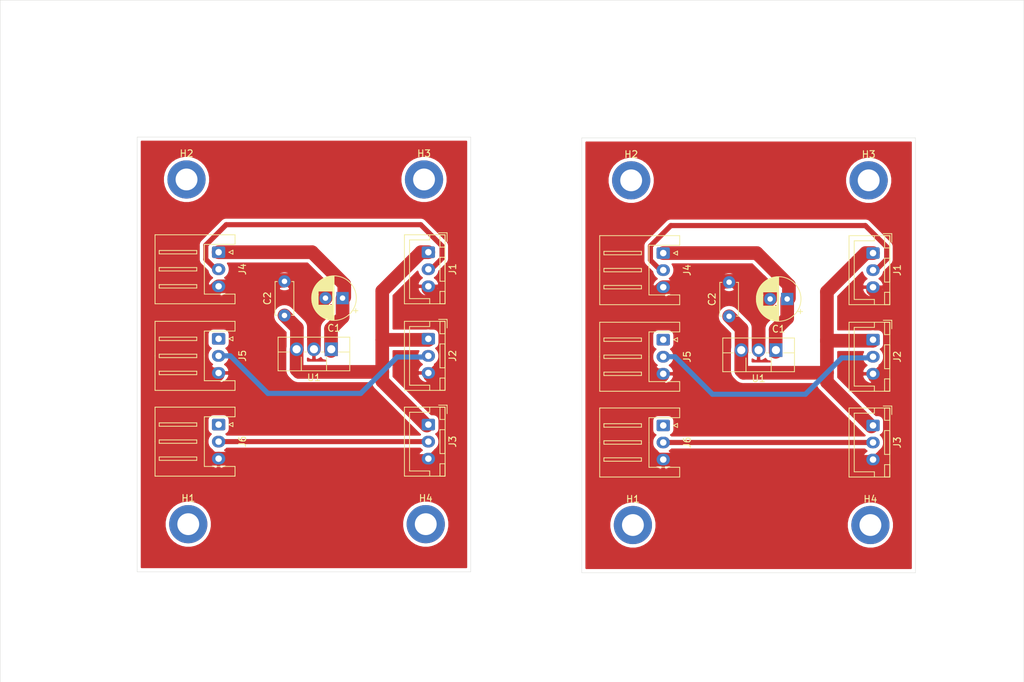
<source format=kicad_pcb>
(kicad_pcb (version 20171130) (host pcbnew "(5.1.0)-1")

  (general
    (thickness 1.6)
    (drawings 12)
    (tracks 126)
    (zones 0)
    (modules 26)
    (nets 9)
  )

  (page A4)
  (layers
    (0 F.Cu signal)
    (31 B.Cu signal)
    (32 B.Adhes user)
    (33 F.Adhes user)
    (34 B.Paste user)
    (35 F.Paste user)
    (36 B.SilkS user)
    (37 F.SilkS user)
    (38 B.Mask user)
    (39 F.Mask user)
    (40 Dwgs.User user)
    (41 Cmts.User user)
    (42 Eco1.User user)
    (43 Eco2.User user)
    (44 Edge.Cuts user)
    (45 Margin user)
    (46 B.CrtYd user)
    (47 F.CrtYd user)
    (48 B.Fab user)
    (49 F.Fab user)
  )

  (setup
    (last_trace_width 0.75)
    (trace_clearance 0.5)
    (zone_clearance 0.508)
    (zone_45_only no)
    (trace_min 0.2)
    (via_size 1.8)
    (via_drill 1)
    (via_min_size 0.4)
    (via_min_drill 0.3)
    (uvia_size 0.3)
    (uvia_drill 0.1)
    (uvias_allowed no)
    (uvia_min_size 0.2)
    (uvia_min_drill 0.1)
    (edge_width 0.05)
    (segment_width 0.2)
    (pcb_text_width 0.3)
    (pcb_text_size 1.5 1.5)
    (mod_edge_width 0.12)
    (mod_text_size 1 1)
    (mod_text_width 0.15)
    (pad_size 1.7 1.95)
    (pad_drill 0.95)
    (pad_to_mask_clearance 0.051)
    (solder_mask_min_width 0.25)
    (aux_axis_origin 0 0)
    (visible_elements 7FFFFFFF)
    (pcbplotparams
      (layerselection 0x010fc_ffffffff)
      (usegerberextensions false)
      (usegerberattributes false)
      (usegerberadvancedattributes false)
      (creategerberjobfile false)
      (excludeedgelayer true)
      (linewidth 0.100000)
      (plotframeref false)
      (viasonmask false)
      (mode 1)
      (useauxorigin false)
      (hpglpennumber 1)
      (hpglpenspeed 20)
      (hpglpendiameter 15.000000)
      (psnegative false)
      (psa4output false)
      (plotreference true)
      (plotvalue true)
      (plotinvisibletext false)
      (padsonsilk false)
      (subtractmaskfromsilk false)
      (outputformat 1)
      (mirror false)
      (drillshape 1)
      (scaleselection 1)
      (outputdirectory ""))
  )

  (net 0 "")
  (net 1 GND)
  (net 2 +5V)
  (net 3 sig1)
  (net 4 sig2)
  (net 5 sig3)
  (net 6 6v_1)
  (net 7 "Net-(J5-Pad1)")
  (net 8 "Net-(J6-Pad1)")

  (net_class Default "これはデフォルトのネット クラスです。"
    (clearance 0.5)
    (trace_width 0.75)
    (via_dia 1.8)
    (via_drill 1)
    (uvia_dia 0.3)
    (uvia_drill 0.1)
    (add_net "Net-(J5-Pad1)")
    (add_net "Net-(J6-Pad1)")
    (add_net sig1)
    (add_net sig2)
    (add_net sig3)
  )

  (net_class Bigcurrent ""
    (clearance 0.5)
    (trace_width 2)
    (via_dia 3.2)
    (via_drill 1.6)
    (uvia_dia 0.3)
    (uvia_drill 0.1)
    (add_net +5V)
    (add_net 6v_1)
    (add_net GND)
  )

  (module MountingHole:MountingHole_3.2mm_M3_DIN965_Pad (layer F.Cu) (tedit 56D1B4CB) (tstamp 6328FF6B)
    (at 92.456 26.416)
    (descr "Mounting Hole 3.2mm, M3, DIN965")
    (tags "mounting hole 3.2mm m3 din965")
    (path /632A8326)
    (attr virtual)
    (fp_text reference H2 (at 0 -3.8) (layer F.SilkS)
      (effects (font (size 1 1) (thickness 0.15)))
    )
    (fp_text value MountingHole (at 0 3.8) (layer F.Fab)
      (effects (font (size 1 1) (thickness 0.15)))
    )
    (fp_text user %R (at 0.3 0) (layer F.Fab)
      (effects (font (size 1 1) (thickness 0.15)))
    )
    (fp_circle (center 0 0) (end 2.8 0) (layer Cmts.User) (width 0.15))
    (fp_circle (center 0 0) (end 3.05 0) (layer F.CrtYd) (width 0.05))
    (pad 1 thru_hole circle (at 0 0) (size 5.6 5.6) (drill 3.2) (layers *.Cu *.Mask))
  )

  (module Connector_JST:JST_XH_S3B-XH-A_1x03_P2.50mm_Horizontal (layer F.Cu) (tedit 5C281475) (tstamp 6328FF3B)
    (at 97.155 49.784 270)
    (descr "JST XH series connector, S3B-XH-A (http://www.jst-mfg.com/product/pdf/eng/eXH.pdf), generated with kicad-footprint-generator")
    (tags "connector JST XH horizontal")
    (path /6328C180)
    (fp_text reference J5 (at 2.5 -3.5 270) (layer F.SilkS)
      (effects (font (size 1 1) (thickness 0.15)))
    )
    (fp_text value Conn_01x03_Male (at 2.5 10.4 270) (layer F.Fab)
      (effects (font (size 1 1) (thickness 0.15)))
    )
    (fp_line (start -2.95 -2.8) (end -2.95 9.7) (layer F.CrtYd) (width 0.05))
    (fp_line (start -2.95 9.7) (end 7.95 9.7) (layer F.CrtYd) (width 0.05))
    (fp_line (start 7.95 9.7) (end 7.95 -2.8) (layer F.CrtYd) (width 0.05))
    (fp_line (start 7.95 -2.8) (end -2.95 -2.8) (layer F.CrtYd) (width 0.05))
    (fp_line (start 2.5 9.31) (end -2.56 9.31) (layer F.SilkS) (width 0.12))
    (fp_line (start -2.56 9.31) (end -2.56 -2.41) (layer F.SilkS) (width 0.12))
    (fp_line (start -2.56 -2.41) (end -1.14 -2.41) (layer F.SilkS) (width 0.12))
    (fp_line (start -1.14 -2.41) (end -1.14 2.09) (layer F.SilkS) (width 0.12))
    (fp_line (start -1.14 2.09) (end 2.5 2.09) (layer F.SilkS) (width 0.12))
    (fp_line (start 2.5 9.31) (end 7.56 9.31) (layer F.SilkS) (width 0.12))
    (fp_line (start 7.56 9.31) (end 7.56 -2.41) (layer F.SilkS) (width 0.12))
    (fp_line (start 7.56 -2.41) (end 6.14 -2.41) (layer F.SilkS) (width 0.12))
    (fp_line (start 6.14 -2.41) (end 6.14 2.09) (layer F.SilkS) (width 0.12))
    (fp_line (start 6.14 2.09) (end 2.5 2.09) (layer F.SilkS) (width 0.12))
    (fp_line (start 2.5 9.2) (end -2.45 9.2) (layer F.Fab) (width 0.1))
    (fp_line (start -2.45 9.2) (end -2.45 -2.3) (layer F.Fab) (width 0.1))
    (fp_line (start -2.45 -2.3) (end -1.25 -2.3) (layer F.Fab) (width 0.1))
    (fp_line (start -1.25 -2.3) (end -1.25 2.2) (layer F.Fab) (width 0.1))
    (fp_line (start -1.25 2.2) (end 2.5 2.2) (layer F.Fab) (width 0.1))
    (fp_line (start 2.5 9.2) (end 7.45 9.2) (layer F.Fab) (width 0.1))
    (fp_line (start 7.45 9.2) (end 7.45 -2.3) (layer F.Fab) (width 0.1))
    (fp_line (start 7.45 -2.3) (end 6.25 -2.3) (layer F.Fab) (width 0.1))
    (fp_line (start 6.25 -2.3) (end 6.25 2.2) (layer F.Fab) (width 0.1))
    (fp_line (start 6.25 2.2) (end 2.5 2.2) (layer F.Fab) (width 0.1))
    (fp_line (start -0.25 3.2) (end -0.25 8.7) (layer F.SilkS) (width 0.12))
    (fp_line (start -0.25 8.7) (end 0.25 8.7) (layer F.SilkS) (width 0.12))
    (fp_line (start 0.25 8.7) (end 0.25 3.2) (layer F.SilkS) (width 0.12))
    (fp_line (start 0.25 3.2) (end -0.25 3.2) (layer F.SilkS) (width 0.12))
    (fp_line (start 2.25 3.2) (end 2.25 8.7) (layer F.SilkS) (width 0.12))
    (fp_line (start 2.25 8.7) (end 2.75 8.7) (layer F.SilkS) (width 0.12))
    (fp_line (start 2.75 8.7) (end 2.75 3.2) (layer F.SilkS) (width 0.12))
    (fp_line (start 2.75 3.2) (end 2.25 3.2) (layer F.SilkS) (width 0.12))
    (fp_line (start 4.75 3.2) (end 4.75 8.7) (layer F.SilkS) (width 0.12))
    (fp_line (start 4.75 8.7) (end 5.25 8.7) (layer F.SilkS) (width 0.12))
    (fp_line (start 5.25 8.7) (end 5.25 3.2) (layer F.SilkS) (width 0.12))
    (fp_line (start 5.25 3.2) (end 4.75 3.2) (layer F.SilkS) (width 0.12))
    (fp_line (start 0 -1.5) (end -0.3 -2.1) (layer F.SilkS) (width 0.12))
    (fp_line (start -0.3 -2.1) (end 0.3 -2.1) (layer F.SilkS) (width 0.12))
    (fp_line (start 0.3 -2.1) (end 0 -1.5) (layer F.SilkS) (width 0.12))
    (fp_line (start -0.625 2.2) (end 0 1.2) (layer F.Fab) (width 0.1))
    (fp_line (start 0 1.2) (end 0.625 2.2) (layer F.Fab) (width 0.1))
    (fp_text user %R (at 2.5 3.45 270) (layer F.Fab)
      (effects (font (size 1 1) (thickness 0.15)))
    )
    (pad 1 thru_hole roundrect (at 0 0 270) (size 1.7 1.95) (drill 0.95) (layers *.Cu *.Mask) (roundrect_rratio 0.147059))
    (pad 2 thru_hole oval (at 2.5 0 270) (size 1.7 1.95) (drill 0.95) (layers *.Cu *.Mask))
    (pad 3 thru_hole oval (at 5 0 270) (size 1.7 1.95) (drill 0.95) (layers *.Cu *.Mask))
    (model ${KISYS3DMOD}/Connector_JST.3dshapes/JST_XH_S3B-XH-A_1x03_P2.50mm_Horizontal.wrl
      (at (xyz 0 0 0))
      (scale (xyz 1 1 1))
      (rotate (xyz 0 0 0))
    )
  )

  (module Connector_JST:JST_XH_S3B-XH-A_1x03_P2.50mm_Horizontal (layer F.Cu) (tedit 6328F8B7) (tstamp 6328FF0B)
    (at 97.155 37.084 270)
    (descr "JST XH series connector, S3B-XH-A (http://www.jst-mfg.com/product/pdf/eng/eXH.pdf), generated with kicad-footprint-generator")
    (tags "connector JST XH horizontal")
    (path /6328266A)
    (fp_text reference J4 (at 2.5 -3.5 270) (layer F.SilkS)
      (effects (font (size 1 1) (thickness 0.15)))
    )
    (fp_text value Conn_01x03_Male (at 2.5 10.4 270) (layer F.Fab)
      (effects (font (size 1 1) (thickness 0.15)))
    )
    (fp_text user %R (at 2.5 3.45 270) (layer F.Fab)
      (effects (font (size 1 1) (thickness 0.15)))
    )
    (fp_line (start 0 1.2) (end 0.625 2.2) (layer F.Fab) (width 0.1))
    (fp_line (start -0.625 2.2) (end 0 1.2) (layer F.Fab) (width 0.1))
    (fp_line (start 0.3 -2.1) (end 0 -1.5) (layer F.SilkS) (width 0.12))
    (fp_line (start -0.3 -2.1) (end 0.3 -2.1) (layer F.SilkS) (width 0.12))
    (fp_line (start 0 -1.5) (end -0.3 -2.1) (layer F.SilkS) (width 0.12))
    (fp_line (start 5.25 3.2) (end 4.75 3.2) (layer F.SilkS) (width 0.12))
    (fp_line (start 5.25 8.7) (end 5.25 3.2) (layer F.SilkS) (width 0.12))
    (fp_line (start 4.75 8.7) (end 5.25 8.7) (layer F.SilkS) (width 0.12))
    (fp_line (start 4.75 3.2) (end 4.75 8.7) (layer F.SilkS) (width 0.12))
    (fp_line (start 2.75 3.2) (end 2.25 3.2) (layer F.SilkS) (width 0.12))
    (fp_line (start 2.75 8.7) (end 2.75 3.2) (layer F.SilkS) (width 0.12))
    (fp_line (start 2.25 8.7) (end 2.75 8.7) (layer F.SilkS) (width 0.12))
    (fp_line (start 2.25 3.2) (end 2.25 8.7) (layer F.SilkS) (width 0.12))
    (fp_line (start 0.25 3.2) (end -0.25 3.2) (layer F.SilkS) (width 0.12))
    (fp_line (start 0.25 8.7) (end 0.25 3.2) (layer F.SilkS) (width 0.12))
    (fp_line (start -0.25 8.7) (end 0.25 8.7) (layer F.SilkS) (width 0.12))
    (fp_line (start -0.25 3.2) (end -0.25 8.7) (layer F.SilkS) (width 0.12))
    (fp_line (start 6.25 2.2) (end 2.5 2.2) (layer F.Fab) (width 0.1))
    (fp_line (start 6.25 -2.3) (end 6.25 2.2) (layer F.Fab) (width 0.1))
    (fp_line (start 7.45 -2.3) (end 6.25 -2.3) (layer F.Fab) (width 0.1))
    (fp_line (start 7.45 9.2) (end 7.45 -2.3) (layer F.Fab) (width 0.1))
    (fp_line (start 2.5 9.2) (end 7.45 9.2) (layer F.Fab) (width 0.1))
    (fp_line (start -1.25 2.2) (end 2.5 2.2) (layer F.Fab) (width 0.1))
    (fp_line (start -1.25 -2.3) (end -1.25 2.2) (layer F.Fab) (width 0.1))
    (fp_line (start -2.45 -2.3) (end -1.25 -2.3) (layer F.Fab) (width 0.1))
    (fp_line (start -2.45 9.2) (end -2.45 -2.3) (layer F.Fab) (width 0.1))
    (fp_line (start 2.5 9.2) (end -2.45 9.2) (layer F.Fab) (width 0.1))
    (fp_line (start 6.14 2.09) (end 2.5 2.09) (layer F.SilkS) (width 0.12))
    (fp_line (start 6.14 -2.41) (end 6.14 2.09) (layer F.SilkS) (width 0.12))
    (fp_line (start 7.56 -2.41) (end 6.14 -2.41) (layer F.SilkS) (width 0.12))
    (fp_line (start 7.56 9.31) (end 7.56 -2.41) (layer F.SilkS) (width 0.12))
    (fp_line (start 2.5 9.31) (end 7.56 9.31) (layer F.SilkS) (width 0.12))
    (fp_line (start -1.14 2.09) (end 2.5 2.09) (layer F.SilkS) (width 0.12))
    (fp_line (start -1.14 -2.41) (end -1.14 2.09) (layer F.SilkS) (width 0.12))
    (fp_line (start -2.56 -2.41) (end -1.14 -2.41) (layer F.SilkS) (width 0.12))
    (fp_line (start -2.56 9.31) (end -2.56 -2.41) (layer F.SilkS) (width 0.12))
    (fp_line (start 2.5 9.31) (end -2.56 9.31) (layer F.SilkS) (width 0.12))
    (fp_line (start 7.95 -2.8) (end -2.95 -2.8) (layer F.CrtYd) (width 0.05))
    (fp_line (start 7.95 9.7) (end 7.95 -2.8) (layer F.CrtYd) (width 0.05))
    (fp_line (start -2.95 9.7) (end 7.95 9.7) (layer F.CrtYd) (width 0.05))
    (fp_line (start -2.95 -2.8) (end -2.95 9.7) (layer F.CrtYd) (width 0.05))
    (pad 3 thru_hole oval (at 5 0 270) (size 1.7 1.95) (drill 0.95) (layers *.Cu *.Mask))
    (pad 2 thru_hole oval (at 2.5 0 270) (size 1.7 1.95) (drill 0.95) (layers *.Cu *.Mask))
    (pad 1 thru_hole roundrect (at 0 0 270) (size 1.7 1.95) (drill 0.95) (layers *.Cu *.Mask) (roundrect_rratio 0.147))
    (model ${KISYS3DMOD}/Connector_JST.3dshapes/JST_XH_S3B-XH-A_1x03_P2.50mm_Horizontal.wrl
      (at (xyz 0 0 0))
      (scale (xyz 1 1 1))
      (rotate (xyz 0 0 0))
    )
  )

  (module Capacitor_THT:CP_Radial_D6.3mm_P2.50mm (layer F.Cu) (tedit 6328F91D) (tstamp 6328FE78)
    (at 115.316 43.815 180)
    (descr "CP, Radial series, Radial, pin pitch=2.50mm, , diameter=6.3mm, Electrolytic Capacitor")
    (tags "CP Radial series Radial pin pitch 2.50mm  diameter 6.3mm Electrolytic Capacitor")
    (path /63291E1E)
    (fp_text reference C1 (at 1.25 -4.4 180) (layer F.SilkS)
      (effects (font (size 1 1) (thickness 0.15)))
    )
    (fp_text value CP1 (at 1.25 4.4 180) (layer F.Fab)
      (effects (font (size 1 1) (thickness 0.15)))
    )
    (fp_text user %R (at 1.25 0 180) (layer F.Fab)
      (effects (font (size 1 1) (thickness 0.15)))
    )
    (fp_line (start -1.935241 -2.154) (end -1.935241 -1.524) (layer F.SilkS) (width 0.12))
    (fp_line (start -2.250241 -1.839) (end -1.620241 -1.839) (layer F.SilkS) (width 0.12))
    (fp_line (start 4.491 -0.402) (end 4.491 0.402) (layer F.SilkS) (width 0.12))
    (fp_line (start 4.451 -0.633) (end 4.451 0.633) (layer F.SilkS) (width 0.12))
    (fp_line (start 4.411 -0.802) (end 4.411 0.802) (layer F.SilkS) (width 0.12))
    (fp_line (start 4.371 -0.94) (end 4.371 0.94) (layer F.SilkS) (width 0.12))
    (fp_line (start 4.331 -1.059) (end 4.331 1.059) (layer F.SilkS) (width 0.12))
    (fp_line (start 4.291 -1.165) (end 4.291 1.165) (layer F.SilkS) (width 0.12))
    (fp_line (start 4.251 -1.262) (end 4.251 1.262) (layer F.SilkS) (width 0.12))
    (fp_line (start 4.211 -1.35) (end 4.211 1.35) (layer F.SilkS) (width 0.12))
    (fp_line (start 4.171 -1.432) (end 4.171 1.432) (layer F.SilkS) (width 0.12))
    (fp_line (start 4.131 -1.509) (end 4.131 1.509) (layer F.SilkS) (width 0.12))
    (fp_line (start 4.091 -1.581) (end 4.091 1.581) (layer F.SilkS) (width 0.12))
    (fp_line (start 4.051 -1.65) (end 4.051 1.65) (layer F.SilkS) (width 0.12))
    (fp_line (start 4.011 -1.714) (end 4.011 1.714) (layer F.SilkS) (width 0.12))
    (fp_line (start 3.971 -1.776) (end 3.971 1.776) (layer F.SilkS) (width 0.12))
    (fp_line (start 3.931 -1.834) (end 3.931 1.834) (layer F.SilkS) (width 0.12))
    (fp_line (start 3.891 -1.89) (end 3.891 1.89) (layer F.SilkS) (width 0.12))
    (fp_line (start 3.851 -1.944) (end 3.851 1.944) (layer F.SilkS) (width 0.12))
    (fp_line (start 3.811 -1.995) (end 3.811 1.995) (layer F.SilkS) (width 0.12))
    (fp_line (start 3.771 -2.044) (end 3.771 2.044) (layer F.SilkS) (width 0.12))
    (fp_line (start 3.731 -2.092) (end 3.731 2.092) (layer F.SilkS) (width 0.12))
    (fp_line (start 3.691 -2.137) (end 3.691 2.137) (layer F.SilkS) (width 0.12))
    (fp_line (start 3.651 -2.182) (end 3.651 2.182) (layer F.SilkS) (width 0.12))
    (fp_line (start 3.611 -2.224) (end 3.611 2.224) (layer F.SilkS) (width 0.12))
    (fp_line (start 3.571 -2.265) (end 3.571 2.265) (layer F.SilkS) (width 0.12))
    (fp_line (start 3.531 1.04) (end 3.531 2.305) (layer F.SilkS) (width 0.12))
    (fp_line (start 3.531 -2.305) (end 3.531 -1.04) (layer F.SilkS) (width 0.12))
    (fp_line (start 3.491 1.04) (end 3.491 2.343) (layer F.SilkS) (width 0.12))
    (fp_line (start 3.491 -2.343) (end 3.491 -1.04) (layer F.SilkS) (width 0.12))
    (fp_line (start 3.451 1.04) (end 3.451 2.38) (layer F.SilkS) (width 0.12))
    (fp_line (start 3.451 -2.38) (end 3.451 -1.04) (layer F.SilkS) (width 0.12))
    (fp_line (start 3.411 1.04) (end 3.411 2.416) (layer F.SilkS) (width 0.12))
    (fp_line (start 3.411 -2.416) (end 3.411 -1.04) (layer F.SilkS) (width 0.12))
    (fp_line (start 3.371 1.04) (end 3.371 2.45) (layer F.SilkS) (width 0.12))
    (fp_line (start 3.371 -2.45) (end 3.371 -1.04) (layer F.SilkS) (width 0.12))
    (fp_line (start 3.331 1.04) (end 3.331 2.484) (layer F.SilkS) (width 0.12))
    (fp_line (start 3.331 -2.484) (end 3.331 -1.04) (layer F.SilkS) (width 0.12))
    (fp_line (start 3.291 1.04) (end 3.291 2.516) (layer F.SilkS) (width 0.12))
    (fp_line (start 3.291 -2.516) (end 3.291 -1.04) (layer F.SilkS) (width 0.12))
    (fp_line (start 3.251 1.04) (end 3.251 2.548) (layer F.SilkS) (width 0.12))
    (fp_line (start 3.251 -2.548) (end 3.251 -1.04) (layer F.SilkS) (width 0.12))
    (fp_line (start 3.211 1.04) (end 3.211 2.578) (layer F.SilkS) (width 0.12))
    (fp_line (start 3.211 -2.578) (end 3.211 -1.04) (layer F.SilkS) (width 0.12))
    (fp_line (start 3.171 1.04) (end 3.171 2.607) (layer F.SilkS) (width 0.12))
    (fp_line (start 3.171 -2.607) (end 3.171 -1.04) (layer F.SilkS) (width 0.12))
    (fp_line (start 3.131 1.04) (end 3.131 2.636) (layer F.SilkS) (width 0.12))
    (fp_line (start 3.131 -2.636) (end 3.131 -1.04) (layer F.SilkS) (width 0.12))
    (fp_line (start 3.091 1.04) (end 3.091 2.664) (layer F.SilkS) (width 0.12))
    (fp_line (start 3.091 -2.664) (end 3.091 -1.04) (layer F.SilkS) (width 0.12))
    (fp_line (start 3.051 1.04) (end 3.051 2.69) (layer F.SilkS) (width 0.12))
    (fp_line (start 3.051 -2.69) (end 3.051 -1.04) (layer F.SilkS) (width 0.12))
    (fp_line (start 3.011 1.04) (end 3.011 2.716) (layer F.SilkS) (width 0.12))
    (fp_line (start 3.011 -2.716) (end 3.011 -1.04) (layer F.SilkS) (width 0.12))
    (fp_line (start 2.971 1.04) (end 2.971 2.742) (layer F.SilkS) (width 0.12))
    (fp_line (start 2.971 -2.742) (end 2.971 -1.04) (layer F.SilkS) (width 0.12))
    (fp_line (start 2.931 1.04) (end 2.931 2.766) (layer F.SilkS) (width 0.12))
    (fp_line (start 2.931 -2.766) (end 2.931 -1.04) (layer F.SilkS) (width 0.12))
    (fp_line (start 2.891 1.04) (end 2.891 2.79) (layer F.SilkS) (width 0.12))
    (fp_line (start 2.891 -2.79) (end 2.891 -1.04) (layer F.SilkS) (width 0.12))
    (fp_line (start 2.851 1.04) (end 2.851 2.812) (layer F.SilkS) (width 0.12))
    (fp_line (start 2.851 -2.812) (end 2.851 -1.04) (layer F.SilkS) (width 0.12))
    (fp_line (start 2.811 1.04) (end 2.811 2.834) (layer F.SilkS) (width 0.12))
    (fp_line (start 2.811 -2.834) (end 2.811 -1.04) (layer F.SilkS) (width 0.12))
    (fp_line (start 2.771 1.04) (end 2.771 2.856) (layer F.SilkS) (width 0.12))
    (fp_line (start 2.771 -2.856) (end 2.771 -1.04) (layer F.SilkS) (width 0.12))
    (fp_line (start 2.731 1.04) (end 2.731 2.876) (layer F.SilkS) (width 0.12))
    (fp_line (start 2.731 -2.876) (end 2.731 -1.04) (layer F.SilkS) (width 0.12))
    (fp_line (start 2.691 1.04) (end 2.691 2.896) (layer F.SilkS) (width 0.12))
    (fp_line (start 2.691 -2.896) (end 2.691 -1.04) (layer F.SilkS) (width 0.12))
    (fp_line (start 2.651 1.04) (end 2.651 2.916) (layer F.SilkS) (width 0.12))
    (fp_line (start 2.651 -2.916) (end 2.651 -1.04) (layer F.SilkS) (width 0.12))
    (fp_line (start 2.611 1.04) (end 2.611 2.934) (layer F.SilkS) (width 0.12))
    (fp_line (start 2.611 -2.934) (end 2.611 -1.04) (layer F.SilkS) (width 0.12))
    (fp_line (start 2.571 1.04) (end 2.571 2.952) (layer F.SilkS) (width 0.12))
    (fp_line (start 2.571 -2.952) (end 2.571 -1.04) (layer F.SilkS) (width 0.12))
    (fp_line (start 2.531 1.04) (end 2.531 2.97) (layer F.SilkS) (width 0.12))
    (fp_line (start 2.531 -2.97) (end 2.531 -1.04) (layer F.SilkS) (width 0.12))
    (fp_line (start 2.491 1.04) (end 2.491 2.986) (layer F.SilkS) (width 0.12))
    (fp_line (start 2.491 -2.986) (end 2.491 -1.04) (layer F.SilkS) (width 0.12))
    (fp_line (start 2.451 1.04) (end 2.451 3.002) (layer F.SilkS) (width 0.12))
    (fp_line (start 2.451 -3.002) (end 2.451 -1.04) (layer F.SilkS) (width 0.12))
    (fp_line (start 2.411 1.04) (end 2.411 3.018) (layer F.SilkS) (width 0.12))
    (fp_line (start 2.411 -3.018) (end 2.411 -1.04) (layer F.SilkS) (width 0.12))
    (fp_line (start 2.371 1.04) (end 2.371 3.033) (layer F.SilkS) (width 0.12))
    (fp_line (start 2.371 -3.033) (end 2.371 -1.04) (layer F.SilkS) (width 0.12))
    (fp_line (start 2.331 1.04) (end 2.331 3.047) (layer F.SilkS) (width 0.12))
    (fp_line (start 2.331 -3.047) (end 2.331 -1.04) (layer F.SilkS) (width 0.12))
    (fp_line (start 2.291 1.04) (end 2.291 3.061) (layer F.SilkS) (width 0.12))
    (fp_line (start 2.291 -3.061) (end 2.291 -1.04) (layer F.SilkS) (width 0.12))
    (fp_line (start 2.251 1.04) (end 2.251 3.074) (layer F.SilkS) (width 0.12))
    (fp_line (start 2.251 -3.074) (end 2.251 -1.04) (layer F.SilkS) (width 0.12))
    (fp_line (start 2.211 1.04) (end 2.211 3.086) (layer F.SilkS) (width 0.12))
    (fp_line (start 2.211 -3.086) (end 2.211 -1.04) (layer F.SilkS) (width 0.12))
    (fp_line (start 2.171 1.04) (end 2.171 3.098) (layer F.SilkS) (width 0.12))
    (fp_line (start 2.171 -3.098) (end 2.171 -1.04) (layer F.SilkS) (width 0.12))
    (fp_line (start 2.131 1.04) (end 2.131 3.11) (layer F.SilkS) (width 0.12))
    (fp_line (start 2.131 -3.11) (end 2.131 -1.04) (layer F.SilkS) (width 0.12))
    (fp_line (start 2.091 1.04) (end 2.091 3.121) (layer F.SilkS) (width 0.12))
    (fp_line (start 2.091 -3.121) (end 2.091 -1.04) (layer F.SilkS) (width 0.12))
    (fp_line (start 2.051 1.04) (end 2.051 3.131) (layer F.SilkS) (width 0.12))
    (fp_line (start 2.051 -3.131) (end 2.051 -1.04) (layer F.SilkS) (width 0.12))
    (fp_line (start 2.011 1.04) (end 2.011 3.141) (layer F.SilkS) (width 0.12))
    (fp_line (start 2.011 -3.141) (end 2.011 -1.04) (layer F.SilkS) (width 0.12))
    (fp_line (start 1.971 1.04) (end 1.971 3.15) (layer F.SilkS) (width 0.12))
    (fp_line (start 1.971 -3.15) (end 1.971 -1.04) (layer F.SilkS) (width 0.12))
    (fp_line (start 1.93 1.04) (end 1.93 3.159) (layer F.SilkS) (width 0.12))
    (fp_line (start 1.93 -3.159) (end 1.93 -1.04) (layer F.SilkS) (width 0.12))
    (fp_line (start 1.89 1.04) (end 1.89 3.167) (layer F.SilkS) (width 0.12))
    (fp_line (start 1.89 -3.167) (end 1.89 -1.04) (layer F.SilkS) (width 0.12))
    (fp_line (start 1.85 1.04) (end 1.85 3.175) (layer F.SilkS) (width 0.12))
    (fp_line (start 1.85 -3.175) (end 1.85 -1.04) (layer F.SilkS) (width 0.12))
    (fp_line (start 1.81 1.04) (end 1.81 3.182) (layer F.SilkS) (width 0.12))
    (fp_line (start 1.81 -3.182) (end 1.81 -1.04) (layer F.SilkS) (width 0.12))
    (fp_line (start 1.77 1.04) (end 1.77 3.189) (layer F.SilkS) (width 0.12))
    (fp_line (start 1.77 -3.189) (end 1.77 -1.04) (layer F.SilkS) (width 0.12))
    (fp_line (start 1.73 1.04) (end 1.73 3.195) (layer F.SilkS) (width 0.12))
    (fp_line (start 1.73 -3.195) (end 1.73 -1.04) (layer F.SilkS) (width 0.12))
    (fp_line (start 1.69 1.04) (end 1.69 3.201) (layer F.SilkS) (width 0.12))
    (fp_line (start 1.69 -3.201) (end 1.69 -1.04) (layer F.SilkS) (width 0.12))
    (fp_line (start 1.65 1.04) (end 1.65 3.206) (layer F.SilkS) (width 0.12))
    (fp_line (start 1.65 -3.206) (end 1.65 -1.04) (layer F.SilkS) (width 0.12))
    (fp_line (start 1.61 1.04) (end 1.61 3.211) (layer F.SilkS) (width 0.12))
    (fp_line (start 1.61 -3.211) (end 1.61 -1.04) (layer F.SilkS) (width 0.12))
    (fp_line (start 1.57 1.04) (end 1.57 3.215) (layer F.SilkS) (width 0.12))
    (fp_line (start 1.57 -3.215) (end 1.57 -1.04) (layer F.SilkS) (width 0.12))
    (fp_line (start 1.53 1.04) (end 1.53 3.218) (layer F.SilkS) (width 0.12))
    (fp_line (start 1.53 -3.218) (end 1.53 -1.04) (layer F.SilkS) (width 0.12))
    (fp_line (start 1.49 1.04) (end 1.49 3.222) (layer F.SilkS) (width 0.12))
    (fp_line (start 1.49 -3.222) (end 1.49 -1.04) (layer F.SilkS) (width 0.12))
    (fp_line (start 1.45 -3.224) (end 1.45 3.224) (layer F.SilkS) (width 0.12))
    (fp_line (start 1.41 -3.227) (end 1.41 3.227) (layer F.SilkS) (width 0.12))
    (fp_line (start 1.37 -3.228) (end 1.37 3.228) (layer F.SilkS) (width 0.12))
    (fp_line (start 1.33 -3.23) (end 1.33 3.23) (layer F.SilkS) (width 0.12))
    (fp_line (start 1.29 -3.23) (end 1.29 3.23) (layer F.SilkS) (width 0.12))
    (fp_line (start 1.25 -3.23) (end 1.25 3.23) (layer F.SilkS) (width 0.12))
    (fp_line (start -1.128972 -1.6885) (end -1.128972 -1.0585) (layer F.Fab) (width 0.1))
    (fp_line (start -1.443972 -1.3735) (end -0.813972 -1.3735) (layer F.Fab) (width 0.1))
    (fp_circle (center 1.25 0) (end 4.65 0) (layer F.CrtYd) (width 0.05))
    (fp_circle (center 1.25 0) (end 4.52 0) (layer F.SilkS) (width 0.12))
    (fp_circle (center 1.25 0) (end 4.4 0) (layer F.Fab) (width 0.1))
    (pad 2 thru_hole circle (at 2.5 0 180) (size 1.8 1.8) (drill 0.8) (layers *.Cu *.Mask))
    (pad 1 thru_hole rect (at 0 0 180) (size 1.8 1.8) (drill 0.8) (layers *.Cu *.Mask))
    (model ${KISYS3DMOD}/Capacitor_THT.3dshapes/CP_Radial_D6.3mm_P2.50mm.wrl
      (at (xyz 0 0 0))
      (scale (xyz 1 1 1))
      (rotate (xyz 0 0 0))
    )
  )

  (module Connector_JST:JST_XH_B3B-XH-A_1x03_P2.50mm_Vertical (layer F.Cu) (tedit 5C28146C) (tstamp 6328FE4F)
    (at 127.889 62.357 270)
    (descr "JST XH series connector, B3B-XH-A (http://www.jst-mfg.com/product/pdf/eng/eXH.pdf), generated with kicad-footprint-generator")
    (tags "connector JST XH vertical")
    (path /63289A32)
    (fp_text reference J3 (at 2.5 -3.55 270) (layer F.SilkS)
      (effects (font (size 1 1) (thickness 0.15)))
    )
    (fp_text value Conn_01x03_Male (at 2.5 4.6 270) (layer F.Fab)
      (effects (font (size 1 1) (thickness 0.15)))
    )
    (fp_text user %R (at 2.5 2.7 270) (layer F.Fab)
      (effects (font (size 1 1) (thickness 0.15)))
    )
    (fp_line (start -2.85 -2.75) (end -2.85 -1.5) (layer F.SilkS) (width 0.12))
    (fp_line (start -1.6 -2.75) (end -2.85 -2.75) (layer F.SilkS) (width 0.12))
    (fp_line (start 6.8 2.75) (end 2.5 2.75) (layer F.SilkS) (width 0.12))
    (fp_line (start 6.8 -0.2) (end 6.8 2.75) (layer F.SilkS) (width 0.12))
    (fp_line (start 7.55 -0.2) (end 6.8 -0.2) (layer F.SilkS) (width 0.12))
    (fp_line (start -1.8 2.75) (end 2.5 2.75) (layer F.SilkS) (width 0.12))
    (fp_line (start -1.8 -0.2) (end -1.8 2.75) (layer F.SilkS) (width 0.12))
    (fp_line (start -2.55 -0.2) (end -1.8 -0.2) (layer F.SilkS) (width 0.12))
    (fp_line (start 7.55 -2.45) (end 5.75 -2.45) (layer F.SilkS) (width 0.12))
    (fp_line (start 7.55 -1.7) (end 7.55 -2.45) (layer F.SilkS) (width 0.12))
    (fp_line (start 5.75 -1.7) (end 7.55 -1.7) (layer F.SilkS) (width 0.12))
    (fp_line (start 5.75 -2.45) (end 5.75 -1.7) (layer F.SilkS) (width 0.12))
    (fp_line (start -0.75 -2.45) (end -2.55 -2.45) (layer F.SilkS) (width 0.12))
    (fp_line (start -0.75 -1.7) (end -0.75 -2.45) (layer F.SilkS) (width 0.12))
    (fp_line (start -2.55 -1.7) (end -0.75 -1.7) (layer F.SilkS) (width 0.12))
    (fp_line (start -2.55 -2.45) (end -2.55 -1.7) (layer F.SilkS) (width 0.12))
    (fp_line (start 4.25 -2.45) (end 0.75 -2.45) (layer F.SilkS) (width 0.12))
    (fp_line (start 4.25 -1.7) (end 4.25 -2.45) (layer F.SilkS) (width 0.12))
    (fp_line (start 0.75 -1.7) (end 4.25 -1.7) (layer F.SilkS) (width 0.12))
    (fp_line (start 0.75 -2.45) (end 0.75 -1.7) (layer F.SilkS) (width 0.12))
    (fp_line (start 0 -1.35) (end 0.625 -2.35) (layer F.Fab) (width 0.1))
    (fp_line (start -0.625 -2.35) (end 0 -1.35) (layer F.Fab) (width 0.1))
    (fp_line (start 7.95 -2.85) (end -2.95 -2.85) (layer F.CrtYd) (width 0.05))
    (fp_line (start 7.95 3.9) (end 7.95 -2.85) (layer F.CrtYd) (width 0.05))
    (fp_line (start -2.95 3.9) (end 7.95 3.9) (layer F.CrtYd) (width 0.05))
    (fp_line (start -2.95 -2.85) (end -2.95 3.9) (layer F.CrtYd) (width 0.05))
    (fp_line (start 7.56 -2.46) (end -2.56 -2.46) (layer F.SilkS) (width 0.12))
    (fp_line (start 7.56 3.51) (end 7.56 -2.46) (layer F.SilkS) (width 0.12))
    (fp_line (start -2.56 3.51) (end 7.56 3.51) (layer F.SilkS) (width 0.12))
    (fp_line (start -2.56 -2.46) (end -2.56 3.51) (layer F.SilkS) (width 0.12))
    (fp_line (start 7.45 -2.35) (end -2.45 -2.35) (layer F.Fab) (width 0.1))
    (fp_line (start 7.45 3.4) (end 7.45 -2.35) (layer F.Fab) (width 0.1))
    (fp_line (start -2.45 3.4) (end 7.45 3.4) (layer F.Fab) (width 0.1))
    (fp_line (start -2.45 -2.35) (end -2.45 3.4) (layer F.Fab) (width 0.1))
    (pad 3 thru_hole oval (at 5 0 270) (size 1.7 1.95) (drill 0.95) (layers *.Cu *.Mask))
    (pad 2 thru_hole oval (at 2.5 0 270) (size 1.7 1.95) (drill 0.95) (layers *.Cu *.Mask))
    (pad 1 thru_hole roundrect (at 0 0 270) (size 1.7 1.95) (drill 0.95) (layers *.Cu *.Mask) (roundrect_rratio 0.147059))
    (model ${KISYS3DMOD}/Connector_JST.3dshapes/JST_XH_B3B-XH-A_1x03_P2.50mm_Vertical.wrl
      (at (xyz 0 0 0))
      (scale (xyz 1 1 1))
      (rotate (xyz 0 0 0))
    )
  )

  (module Capacitor_THT:C_Disc_D4.7mm_W2.5mm_P5.00mm (layer F.Cu) (tedit 6328F8E7) (tstamp 6328FE3B)
    (at 106.807 46.355 90)
    (descr "C, Disc series, Radial, pin pitch=5.00mm, , diameter*width=4.7*2.5mm^2, Capacitor, http://www.vishay.com/docs/45233/krseries.pdf")
    (tags "C Disc series Radial pin pitch 5.00mm  diameter 4.7mm width 2.5mm Capacitor")
    (path /6329249B)
    (fp_text reference C2 (at 2.5 -2.5 90) (layer F.SilkS)
      (effects (font (size 1 1) (thickness 0.15)))
    )
    (fp_text value C (at 2.5 2.5 90) (layer F.Fab)
      (effects (font (size 1 1) (thickness 0.15)))
    )
    (fp_text user %R (at 2.5 0 90) (layer F.Fab)
      (effects (font (size 0.94 0.94) (thickness 0.141)))
    )
    (fp_line (start 6.05 -1.5) (end -1.05 -1.5) (layer F.CrtYd) (width 0.05))
    (fp_line (start 6.05 1.5) (end 6.05 -1.5) (layer F.CrtYd) (width 0.05))
    (fp_line (start -1.05 1.5) (end 6.05 1.5) (layer F.CrtYd) (width 0.05))
    (fp_line (start -1.05 -1.5) (end -1.05 1.5) (layer F.CrtYd) (width 0.05))
    (fp_line (start 4.97 1.055) (end 4.97 1.37) (layer F.SilkS) (width 0.12))
    (fp_line (start 4.97 -1.37) (end 4.97 -1.055) (layer F.SilkS) (width 0.12))
    (fp_line (start 0.03 1.055) (end 0.03 1.37) (layer F.SilkS) (width 0.12))
    (fp_line (start 0.03 -1.37) (end 0.03 -1.055) (layer F.SilkS) (width 0.12))
    (fp_line (start 0.03 1.37) (end 4.97 1.37) (layer F.SilkS) (width 0.12))
    (fp_line (start 0.03 -1.37) (end 4.97 -1.37) (layer F.SilkS) (width 0.12))
    (fp_line (start 4.85 -1.25) (end 0.15 -1.25) (layer F.Fab) (width 0.1))
    (fp_line (start 4.85 1.25) (end 4.85 -1.25) (layer F.Fab) (width 0.1))
    (fp_line (start 0.15 1.25) (end 4.85 1.25) (layer F.Fab) (width 0.1))
    (fp_line (start 0.15 -1.25) (end 0.15 1.25) (layer F.Fab) (width 0.1))
    (pad 2 thru_hole circle (at 5 0 90) (size 1.8 1.8) (drill 0.8) (layers *.Cu *.Mask))
    (pad 1 thru_hole circle (at 0 0 90) (size 1.8 1.8) (drill 0.8) (layers *.Cu *.Mask))
    (model ${KISYS3DMOD}/Capacitor_THT.3dshapes/C_Disc_D4.7mm_W2.5mm_P5.00mm.wrl
      (at (xyz 0 0 0))
      (scale (xyz 1 1 1))
      (rotate (xyz 0 0 0))
    )
  )

  (module Package_TO_SOT_THT:TO-220F-3_Vertical (layer F.Cu) (tedit 6328F8FB) (tstamp 6328FE1F)
    (at 113.665 51.308 180)
    (descr "TO-220F-3, Vertical, RM 2.54mm, see http://www.st.com/resource/en/datasheet/stp20nm60.pdf")
    (tags "TO-220F-3 Vertical RM 2.54mm")
    (path /6328EAC0)
    (fp_text reference U1 (at 2.54 -4.1675 180) (layer F.SilkS)
      (effects (font (size 1 1) (thickness 0.15)))
    )
    (fp_text value L7805 (at 2.54 2.9025 180) (layer F.Fab)
      (effects (font (size 1 1) (thickness 0.15)))
    )
    (fp_text user %R (at 2.54 -4.1675 180) (layer F.Fab)
      (effects (font (size 1 1) (thickness 0.15)))
    )
    (fp_line (start 7.92 -3.3) (end -2.84 -3.3) (layer F.CrtYd) (width 0.05))
    (fp_line (start 7.92 1.91) (end 7.92 -3.3) (layer F.CrtYd) (width 0.05))
    (fp_line (start -2.84 1.91) (end 7.92 1.91) (layer F.CrtYd) (width 0.05))
    (fp_line (start -2.84 -3.3) (end -2.84 1.91) (layer F.CrtYd) (width 0.05))
    (fp_line (start 4.391 -3.168) (end 4.391 -1.15) (layer F.SilkS) (width 0.12))
    (fp_line (start 0.69 -3.168) (end 0.69 -1.15) (layer F.SilkS) (width 0.12))
    (fp_line (start 6.183 -0.408) (end 7.79 -0.408) (layer F.SilkS) (width 0.12))
    (fp_line (start 3.643 -0.408) (end 3.978 -0.408) (layer F.SilkS) (width 0.12))
    (fp_line (start 1.103 -0.408) (end 1.438 -0.408) (layer F.SilkS) (width 0.12))
    (fp_line (start -2.71 -0.408) (end -1.103 -0.408) (layer F.SilkS) (width 0.12))
    (fp_line (start 7.79 -3.168) (end 7.79 1.773) (layer F.SilkS) (width 0.12))
    (fp_line (start -2.71 -3.168) (end -2.71 1.773) (layer F.SilkS) (width 0.12))
    (fp_line (start -2.71 1.773) (end 7.79 1.773) (layer F.SilkS) (width 0.12))
    (fp_line (start -2.71 -3.168) (end 7.79 -3.168) (layer F.SilkS) (width 0.12))
    (fp_line (start 4.39 -3.0475) (end 4.39 -0.5275) (layer F.Fab) (width 0.1))
    (fp_line (start 0.69 -3.0475) (end 0.69 -0.5275) (layer F.Fab) (width 0.1))
    (fp_line (start -2.59 -0.5275) (end 7.67 -0.5275) (layer F.Fab) (width 0.1))
    (fp_line (start 7.67 -3.0475) (end -2.59 -3.0475) (layer F.Fab) (width 0.1))
    (fp_line (start 7.67 1.6525) (end 7.67 -3.0475) (layer F.Fab) (width 0.1))
    (fp_line (start -2.59 1.6525) (end 7.67 1.6525) (layer F.Fab) (width 0.1))
    (fp_line (start -2.59 -3.0475) (end -2.59 1.6525) (layer F.Fab) (width 0.1))
    (pad 3 thru_hole oval (at 5.08 0 180) (size 1.905 2) (drill 1.2) (layers *.Cu *.Mask))
    (pad 2 thru_hole oval (at 2.54 0 180) (size 1.905 2) (drill 1.2) (layers *.Cu *.Mask))
    (pad 1 thru_hole rect (at 0 0 180) (size 1.905 2) (drill 1.2) (layers *.Cu *.Mask))
    (model ${KISYS3DMOD}/Package_TO_SOT_THT.3dshapes/TO-220F-3_Vertical.wrl
      (at (xyz 0 0 0))
      (scale (xyz 1 1 1))
      (rotate (xyz 0 0 0))
    )
  )

  (module MountingHole:MountingHole_3.2mm_M3_DIN965_Pad (layer F.Cu) (tedit 56D1B4CB) (tstamp 6328FE18)
    (at 127.508 76.962)
    (descr "Mounting Hole 3.2mm, M3, DIN965")
    (tags "mounting hole 3.2mm m3 din965")
    (path /632A869B)
    (attr virtual)
    (fp_text reference H4 (at 0 -3.8) (layer F.SilkS)
      (effects (font (size 1 1) (thickness 0.15)))
    )
    (fp_text value MountingHole (at 0 3.8) (layer F.Fab)
      (effects (font (size 1 1) (thickness 0.15)))
    )
    (fp_text user %R (at 0.3 0) (layer F.Fab)
      (effects (font (size 1 1) (thickness 0.15)))
    )
    (fp_circle (center 0 0) (end 2.8 0) (layer Cmts.User) (width 0.15))
    (fp_circle (center 0 0) (end 3.05 0) (layer F.CrtYd) (width 0.05))
    (pad 1 thru_hole circle (at 0 0) (size 5.6 5.6) (drill 3.2) (layers *.Cu *.Mask))
  )

  (module Connector_JST:JST_XH_B3B-XH-A_1x03_P2.50mm_Vertical (layer F.Cu) (tedit 6328F92E) (tstamp 6328FDEF)
    (at 127.889 37.084 270)
    (descr "JST XH series connector, B3B-XH-A (http://www.jst-mfg.com/product/pdf/eng/eXH.pdf), generated with kicad-footprint-generator")
    (tags "connector JST XH vertical")
    (path /632864C3)
    (fp_text reference J1 (at 2.5 -3.55 270) (layer F.SilkS)
      (effects (font (size 1 1) (thickness 0.15)))
    )
    (fp_text value Conn_01x03_Male (at 2.5 4.6 270) (layer F.Fab)
      (effects (font (size 1 1) (thickness 0.15)))
    )
    (fp_text user %R (at 2.5 2.7 270) (layer F.Fab)
      (effects (font (size 1 1) (thickness 0.15)))
    )
    (fp_line (start -2.85 -2.75) (end -2.85 -1.5) (layer F.SilkS) (width 0.12))
    (fp_line (start -1.6 -2.75) (end -2.85 -2.75) (layer F.SilkS) (width 0.12))
    (fp_line (start 6.8 2.75) (end 2.5 2.75) (layer F.SilkS) (width 0.12))
    (fp_line (start 6.8 -0.2) (end 6.8 2.75) (layer F.SilkS) (width 0.12))
    (fp_line (start 7.55 -0.2) (end 6.8 -0.2) (layer F.SilkS) (width 0.12))
    (fp_line (start -1.8 2.75) (end 2.5 2.75) (layer F.SilkS) (width 0.12))
    (fp_line (start -1.8 -0.2) (end -1.8 2.75) (layer F.SilkS) (width 0.12))
    (fp_line (start -2.55 -0.2) (end -1.8 -0.2) (layer F.SilkS) (width 0.12))
    (fp_line (start 7.55 -2.45) (end 5.75 -2.45) (layer F.SilkS) (width 0.12))
    (fp_line (start 7.55 -1.7) (end 7.55 -2.45) (layer F.SilkS) (width 0.12))
    (fp_line (start 5.75 -1.7) (end 7.55 -1.7) (layer F.SilkS) (width 0.12))
    (fp_line (start 5.75 -2.45) (end 5.75 -1.7) (layer F.SilkS) (width 0.12))
    (fp_line (start -0.75 -2.45) (end -2.55 -2.45) (layer F.SilkS) (width 0.12))
    (fp_line (start -0.75 -1.7) (end -0.75 -2.45) (layer F.SilkS) (width 0.12))
    (fp_line (start -2.55 -1.7) (end -0.75 -1.7) (layer F.SilkS) (width 0.12))
    (fp_line (start -2.55 -2.45) (end -2.55 -1.7) (layer F.SilkS) (width 0.12))
    (fp_line (start 4.25 -2.45) (end 0.75 -2.45) (layer F.SilkS) (width 0.12))
    (fp_line (start 4.25 -1.7) (end 4.25 -2.45) (layer F.SilkS) (width 0.12))
    (fp_line (start 0.75 -1.7) (end 4.25 -1.7) (layer F.SilkS) (width 0.12))
    (fp_line (start 0.75 -2.45) (end 0.75 -1.7) (layer F.SilkS) (width 0.12))
    (fp_line (start 0 -1.35) (end 0.625 -2.35) (layer F.Fab) (width 0.1))
    (fp_line (start -0.625 -2.35) (end 0 -1.35) (layer F.Fab) (width 0.1))
    (fp_line (start 7.95 -2.85) (end -2.95 -2.85) (layer F.CrtYd) (width 0.05))
    (fp_line (start 7.95 3.9) (end 7.95 -2.85) (layer F.CrtYd) (width 0.05))
    (fp_line (start -2.95 3.9) (end 7.95 3.9) (layer F.CrtYd) (width 0.05))
    (fp_line (start -2.95 -2.85) (end -2.95 3.9) (layer F.CrtYd) (width 0.05))
    (fp_line (start 7.56 -2.46) (end -2.56 -2.46) (layer F.SilkS) (width 0.12))
    (fp_line (start 7.56 3.51) (end 7.56 -2.46) (layer F.SilkS) (width 0.12))
    (fp_line (start -2.56 3.51) (end 7.56 3.51) (layer F.SilkS) (width 0.12))
    (fp_line (start -2.56 -2.46) (end -2.56 3.51) (layer F.SilkS) (width 0.12))
    (fp_line (start 7.45 -2.35) (end -2.45 -2.35) (layer F.Fab) (width 0.1))
    (fp_line (start 7.45 3.4) (end 7.45 -2.35) (layer F.Fab) (width 0.1))
    (fp_line (start -2.45 3.4) (end 7.45 3.4) (layer F.Fab) (width 0.1))
    (fp_line (start -2.45 -2.35) (end -2.45 3.4) (layer F.Fab) (width 0.1))
    (pad 3 thru_hole oval (at 5 0 270) (size 1.7 1.95) (drill 0.95) (layers *.Cu *.Mask))
    (pad 2 thru_hole oval (at 2.5 0 270) (size 1.7 1.95) (drill 0.95) (layers *.Cu *.Mask))
    (pad 1 thru_hole roundrect (at 0 0 270) (size 1.7 1.95) (drill 0.95) (layers *.Cu *.Mask) (roundrect_rratio 0.147059))
    (model ${KISYS3DMOD}/Connector_JST.3dshapes/JST_XH_B3B-XH-A_1x03_P2.50mm_Vertical.wrl
      (at (xyz 0 0 0))
      (scale (xyz 1 1 1))
      (rotate (xyz 0 0 0))
    )
  )

  (module MountingHole:MountingHole_3.2mm_M3_DIN965_Pad (layer F.Cu) (tedit 56D1B4CB) (tstamp 6328FDE8)
    (at 127.254 26.416)
    (descr "Mounting Hole 3.2mm, M3, DIN965")
    (tags "mounting hole 3.2mm m3 din965")
    (path /632A84B2)
    (attr virtual)
    (fp_text reference H3 (at 0 -3.8) (layer F.SilkS)
      (effects (font (size 1 1) (thickness 0.15)))
    )
    (fp_text value MountingHole (at 0 3.8) (layer F.Fab)
      (effects (font (size 1 1) (thickness 0.15)))
    )
    (fp_circle (center 0 0) (end 3.05 0) (layer F.CrtYd) (width 0.05))
    (fp_circle (center 0 0) (end 2.8 0) (layer Cmts.User) (width 0.15))
    (fp_text user %R (at 0.3 0) (layer F.Fab)
      (effects (font (size 1 1) (thickness 0.15)))
    )
    (pad 1 thru_hole circle (at 0 0) (size 5.6 5.6) (drill 3.2) (layers *.Cu *.Mask))
  )

  (module MountingHole:MountingHole_3.2mm_M3_DIN965_Pad (layer F.Cu) (tedit 56D1B4CB) (tstamp 6328FDE1)
    (at 92.71 76.962)
    (descr "Mounting Hole 3.2mm, M3, DIN965")
    (tags "mounting hole 3.2mm m3 din965")
    (path /632A7DFB)
    (attr virtual)
    (fp_text reference H1 (at 0 -3.8) (layer F.SilkS)
      (effects (font (size 1 1) (thickness 0.15)))
    )
    (fp_text value MountingHole (at 0 3.8) (layer F.Fab)
      (effects (font (size 1 1) (thickness 0.15)))
    )
    (fp_circle (center 0 0) (end 3.05 0) (layer F.CrtYd) (width 0.05))
    (fp_circle (center 0 0) (end 2.8 0) (layer Cmts.User) (width 0.15))
    (fp_text user %R (at 0.3 0) (layer F.Fab)
      (effects (font (size 1 1) (thickness 0.15)))
    )
    (pad 1 thru_hole circle (at 0 0) (size 5.6 5.6) (drill 3.2) (layers *.Cu *.Mask))
  )

  (module Connector_JST:JST_XH_B3B-XH-A_1x03_P2.50mm_Vertical (layer F.Cu) (tedit 5C28146C) (tstamp 6328FDB8)
    (at 127.889 49.784 270)
    (descr "JST XH series connector, B3B-XH-A (http://www.jst-mfg.com/product/pdf/eng/eXH.pdf), generated with kicad-footprint-generator")
    (tags "connector JST XH vertical")
    (path /63288D80)
    (fp_text reference J2 (at 2.5 -3.55 270) (layer F.SilkS)
      (effects (font (size 1 1) (thickness 0.15)))
    )
    (fp_text value Conn_01x03_Male (at 2.5 4.6 270) (layer F.Fab)
      (effects (font (size 1 1) (thickness 0.15)))
    )
    (fp_line (start -2.45 -2.35) (end -2.45 3.4) (layer F.Fab) (width 0.1))
    (fp_line (start -2.45 3.4) (end 7.45 3.4) (layer F.Fab) (width 0.1))
    (fp_line (start 7.45 3.4) (end 7.45 -2.35) (layer F.Fab) (width 0.1))
    (fp_line (start 7.45 -2.35) (end -2.45 -2.35) (layer F.Fab) (width 0.1))
    (fp_line (start -2.56 -2.46) (end -2.56 3.51) (layer F.SilkS) (width 0.12))
    (fp_line (start -2.56 3.51) (end 7.56 3.51) (layer F.SilkS) (width 0.12))
    (fp_line (start 7.56 3.51) (end 7.56 -2.46) (layer F.SilkS) (width 0.12))
    (fp_line (start 7.56 -2.46) (end -2.56 -2.46) (layer F.SilkS) (width 0.12))
    (fp_line (start -2.95 -2.85) (end -2.95 3.9) (layer F.CrtYd) (width 0.05))
    (fp_line (start -2.95 3.9) (end 7.95 3.9) (layer F.CrtYd) (width 0.05))
    (fp_line (start 7.95 3.9) (end 7.95 -2.85) (layer F.CrtYd) (width 0.05))
    (fp_line (start 7.95 -2.85) (end -2.95 -2.85) (layer F.CrtYd) (width 0.05))
    (fp_line (start -0.625 -2.35) (end 0 -1.35) (layer F.Fab) (width 0.1))
    (fp_line (start 0 -1.35) (end 0.625 -2.35) (layer F.Fab) (width 0.1))
    (fp_line (start 0.75 -2.45) (end 0.75 -1.7) (layer F.SilkS) (width 0.12))
    (fp_line (start 0.75 -1.7) (end 4.25 -1.7) (layer F.SilkS) (width 0.12))
    (fp_line (start 4.25 -1.7) (end 4.25 -2.45) (layer F.SilkS) (width 0.12))
    (fp_line (start 4.25 -2.45) (end 0.75 -2.45) (layer F.SilkS) (width 0.12))
    (fp_line (start -2.55 -2.45) (end -2.55 -1.7) (layer F.SilkS) (width 0.12))
    (fp_line (start -2.55 -1.7) (end -0.75 -1.7) (layer F.SilkS) (width 0.12))
    (fp_line (start -0.75 -1.7) (end -0.75 -2.45) (layer F.SilkS) (width 0.12))
    (fp_line (start -0.75 -2.45) (end -2.55 -2.45) (layer F.SilkS) (width 0.12))
    (fp_line (start 5.75 -2.45) (end 5.75 -1.7) (layer F.SilkS) (width 0.12))
    (fp_line (start 5.75 -1.7) (end 7.55 -1.7) (layer F.SilkS) (width 0.12))
    (fp_line (start 7.55 -1.7) (end 7.55 -2.45) (layer F.SilkS) (width 0.12))
    (fp_line (start 7.55 -2.45) (end 5.75 -2.45) (layer F.SilkS) (width 0.12))
    (fp_line (start -2.55 -0.2) (end -1.8 -0.2) (layer F.SilkS) (width 0.12))
    (fp_line (start -1.8 -0.2) (end -1.8 2.75) (layer F.SilkS) (width 0.12))
    (fp_line (start -1.8 2.75) (end 2.5 2.75) (layer F.SilkS) (width 0.12))
    (fp_line (start 7.55 -0.2) (end 6.8 -0.2) (layer F.SilkS) (width 0.12))
    (fp_line (start 6.8 -0.2) (end 6.8 2.75) (layer F.SilkS) (width 0.12))
    (fp_line (start 6.8 2.75) (end 2.5 2.75) (layer F.SilkS) (width 0.12))
    (fp_line (start -1.6 -2.75) (end -2.85 -2.75) (layer F.SilkS) (width 0.12))
    (fp_line (start -2.85 -2.75) (end -2.85 -1.5) (layer F.SilkS) (width 0.12))
    (fp_text user %R (at 2.5 2.7 270) (layer F.Fab)
      (effects (font (size 1 1) (thickness 0.15)))
    )
    (pad 1 thru_hole roundrect (at 0 0 270) (size 1.7 1.95) (drill 0.95) (layers *.Cu *.Mask) (roundrect_rratio 0.147059))
    (pad 2 thru_hole oval (at 2.5 0 270) (size 1.7 1.95) (drill 0.95) (layers *.Cu *.Mask))
    (pad 3 thru_hole oval (at 5 0 270) (size 1.7 1.95) (drill 0.95) (layers *.Cu *.Mask))
    (model ${KISYS3DMOD}/Connector_JST.3dshapes/JST_XH_B3B-XH-A_1x03_P2.50mm_Vertical.wrl
      (at (xyz 0 0 0))
      (scale (xyz 1 1 1))
      (rotate (xyz 0 0 0))
    )
  )

  (module Connector_JST:JST_XH_S3B-XH-A_1x03_P2.50mm_Horizontal (layer F.Cu) (tedit 5C281475) (tstamp 6328FD88)
    (at 97.155 62.357 270)
    (descr "JST XH series connector, S3B-XH-A (http://www.jst-mfg.com/product/pdf/eng/eXH.pdf), generated with kicad-footprint-generator")
    (tags "connector JST XH horizontal")
    (path /6328CF9D)
    (fp_text reference J6 (at 2.5 -3.5 270) (layer F.SilkS)
      (effects (font (size 1 1) (thickness 0.15)))
    )
    (fp_text value Conn_01x03_Male (at 2.5 10.4 270) (layer F.Fab)
      (effects (font (size 1 1) (thickness 0.15)))
    )
    (fp_text user %R (at 2.5 3.45 270) (layer F.Fab)
      (effects (font (size 1 1) (thickness 0.15)))
    )
    (fp_line (start 0 1.2) (end 0.625 2.2) (layer F.Fab) (width 0.1))
    (fp_line (start -0.625 2.2) (end 0 1.2) (layer F.Fab) (width 0.1))
    (fp_line (start 0.3 -2.1) (end 0 -1.5) (layer F.SilkS) (width 0.12))
    (fp_line (start -0.3 -2.1) (end 0.3 -2.1) (layer F.SilkS) (width 0.12))
    (fp_line (start 0 -1.5) (end -0.3 -2.1) (layer F.SilkS) (width 0.12))
    (fp_line (start 5.25 3.2) (end 4.75 3.2) (layer F.SilkS) (width 0.12))
    (fp_line (start 5.25 8.7) (end 5.25 3.2) (layer F.SilkS) (width 0.12))
    (fp_line (start 4.75 8.7) (end 5.25 8.7) (layer F.SilkS) (width 0.12))
    (fp_line (start 4.75 3.2) (end 4.75 8.7) (layer F.SilkS) (width 0.12))
    (fp_line (start 2.75 3.2) (end 2.25 3.2) (layer F.SilkS) (width 0.12))
    (fp_line (start 2.75 8.7) (end 2.75 3.2) (layer F.SilkS) (width 0.12))
    (fp_line (start 2.25 8.7) (end 2.75 8.7) (layer F.SilkS) (width 0.12))
    (fp_line (start 2.25 3.2) (end 2.25 8.7) (layer F.SilkS) (width 0.12))
    (fp_line (start 0.25 3.2) (end -0.25 3.2) (layer F.SilkS) (width 0.12))
    (fp_line (start 0.25 8.7) (end 0.25 3.2) (layer F.SilkS) (width 0.12))
    (fp_line (start -0.25 8.7) (end 0.25 8.7) (layer F.SilkS) (width 0.12))
    (fp_line (start -0.25 3.2) (end -0.25 8.7) (layer F.SilkS) (width 0.12))
    (fp_line (start 6.25 2.2) (end 2.5 2.2) (layer F.Fab) (width 0.1))
    (fp_line (start 6.25 -2.3) (end 6.25 2.2) (layer F.Fab) (width 0.1))
    (fp_line (start 7.45 -2.3) (end 6.25 -2.3) (layer F.Fab) (width 0.1))
    (fp_line (start 7.45 9.2) (end 7.45 -2.3) (layer F.Fab) (width 0.1))
    (fp_line (start 2.5 9.2) (end 7.45 9.2) (layer F.Fab) (width 0.1))
    (fp_line (start -1.25 2.2) (end 2.5 2.2) (layer F.Fab) (width 0.1))
    (fp_line (start -1.25 -2.3) (end -1.25 2.2) (layer F.Fab) (width 0.1))
    (fp_line (start -2.45 -2.3) (end -1.25 -2.3) (layer F.Fab) (width 0.1))
    (fp_line (start -2.45 9.2) (end -2.45 -2.3) (layer F.Fab) (width 0.1))
    (fp_line (start 2.5 9.2) (end -2.45 9.2) (layer F.Fab) (width 0.1))
    (fp_line (start 6.14 2.09) (end 2.5 2.09) (layer F.SilkS) (width 0.12))
    (fp_line (start 6.14 -2.41) (end 6.14 2.09) (layer F.SilkS) (width 0.12))
    (fp_line (start 7.56 -2.41) (end 6.14 -2.41) (layer F.SilkS) (width 0.12))
    (fp_line (start 7.56 9.31) (end 7.56 -2.41) (layer F.SilkS) (width 0.12))
    (fp_line (start 2.5 9.31) (end 7.56 9.31) (layer F.SilkS) (width 0.12))
    (fp_line (start -1.14 2.09) (end 2.5 2.09) (layer F.SilkS) (width 0.12))
    (fp_line (start -1.14 -2.41) (end -1.14 2.09) (layer F.SilkS) (width 0.12))
    (fp_line (start -2.56 -2.41) (end -1.14 -2.41) (layer F.SilkS) (width 0.12))
    (fp_line (start -2.56 9.31) (end -2.56 -2.41) (layer F.SilkS) (width 0.12))
    (fp_line (start 2.5 9.31) (end -2.56 9.31) (layer F.SilkS) (width 0.12))
    (fp_line (start 7.95 -2.8) (end -2.95 -2.8) (layer F.CrtYd) (width 0.05))
    (fp_line (start 7.95 9.7) (end 7.95 -2.8) (layer F.CrtYd) (width 0.05))
    (fp_line (start -2.95 9.7) (end 7.95 9.7) (layer F.CrtYd) (width 0.05))
    (fp_line (start -2.95 -2.8) (end -2.95 9.7) (layer F.CrtYd) (width 0.05))
    (pad 3 thru_hole oval (at 5 0 270) (size 1.7 1.95) (drill 0.95) (layers *.Cu *.Mask))
    (pad 2 thru_hole oval (at 2.5 0 270) (size 1.7 1.95) (drill 0.95) (layers *.Cu *.Mask))
    (pad 1 thru_hole roundrect (at 0 0 270) (size 1.7 1.95) (drill 0.95) (layers *.Cu *.Mask) (roundrect_rratio 0.147059))
    (model ${KISYS3DMOD}/Connector_JST.3dshapes/JST_XH_S3B-XH-A_1x03_P2.50mm_Horizontal.wrl
      (at (xyz 0 0 0))
      (scale (xyz 1 1 1))
      (rotate (xyz 0 0 0))
    )
  )

  (module Capacitor_THT:CP_Radial_D6.3mm_P2.50mm (layer F.Cu) (tedit 6328F91D) (tstamp 63284030)
    (at 50.165 43.688 180)
    (descr "CP, Radial series, Radial, pin pitch=2.50mm, , diameter=6.3mm, Electrolytic Capacitor")
    (tags "CP Radial series Radial pin pitch 2.50mm  diameter 6.3mm Electrolytic Capacitor")
    (path /63291E1E)
    (fp_text reference C1 (at 1.25 -4.4 180) (layer F.SilkS)
      (effects (font (size 1 1) (thickness 0.15)))
    )
    (fp_text value CP1 (at 1.25 4.4 180) (layer F.Fab)
      (effects (font (size 1 1) (thickness 0.15)))
    )
    (fp_circle (center 1.25 0) (end 4.4 0) (layer F.Fab) (width 0.1))
    (fp_circle (center 1.25 0) (end 4.52 0) (layer F.SilkS) (width 0.12))
    (fp_circle (center 1.25 0) (end 4.65 0) (layer F.CrtYd) (width 0.05))
    (fp_line (start -1.443972 -1.3735) (end -0.813972 -1.3735) (layer F.Fab) (width 0.1))
    (fp_line (start -1.128972 -1.6885) (end -1.128972 -1.0585) (layer F.Fab) (width 0.1))
    (fp_line (start 1.25 -3.23) (end 1.25 3.23) (layer F.SilkS) (width 0.12))
    (fp_line (start 1.29 -3.23) (end 1.29 3.23) (layer F.SilkS) (width 0.12))
    (fp_line (start 1.33 -3.23) (end 1.33 3.23) (layer F.SilkS) (width 0.12))
    (fp_line (start 1.37 -3.228) (end 1.37 3.228) (layer F.SilkS) (width 0.12))
    (fp_line (start 1.41 -3.227) (end 1.41 3.227) (layer F.SilkS) (width 0.12))
    (fp_line (start 1.45 -3.224) (end 1.45 3.224) (layer F.SilkS) (width 0.12))
    (fp_line (start 1.49 -3.222) (end 1.49 -1.04) (layer F.SilkS) (width 0.12))
    (fp_line (start 1.49 1.04) (end 1.49 3.222) (layer F.SilkS) (width 0.12))
    (fp_line (start 1.53 -3.218) (end 1.53 -1.04) (layer F.SilkS) (width 0.12))
    (fp_line (start 1.53 1.04) (end 1.53 3.218) (layer F.SilkS) (width 0.12))
    (fp_line (start 1.57 -3.215) (end 1.57 -1.04) (layer F.SilkS) (width 0.12))
    (fp_line (start 1.57 1.04) (end 1.57 3.215) (layer F.SilkS) (width 0.12))
    (fp_line (start 1.61 -3.211) (end 1.61 -1.04) (layer F.SilkS) (width 0.12))
    (fp_line (start 1.61 1.04) (end 1.61 3.211) (layer F.SilkS) (width 0.12))
    (fp_line (start 1.65 -3.206) (end 1.65 -1.04) (layer F.SilkS) (width 0.12))
    (fp_line (start 1.65 1.04) (end 1.65 3.206) (layer F.SilkS) (width 0.12))
    (fp_line (start 1.69 -3.201) (end 1.69 -1.04) (layer F.SilkS) (width 0.12))
    (fp_line (start 1.69 1.04) (end 1.69 3.201) (layer F.SilkS) (width 0.12))
    (fp_line (start 1.73 -3.195) (end 1.73 -1.04) (layer F.SilkS) (width 0.12))
    (fp_line (start 1.73 1.04) (end 1.73 3.195) (layer F.SilkS) (width 0.12))
    (fp_line (start 1.77 -3.189) (end 1.77 -1.04) (layer F.SilkS) (width 0.12))
    (fp_line (start 1.77 1.04) (end 1.77 3.189) (layer F.SilkS) (width 0.12))
    (fp_line (start 1.81 -3.182) (end 1.81 -1.04) (layer F.SilkS) (width 0.12))
    (fp_line (start 1.81 1.04) (end 1.81 3.182) (layer F.SilkS) (width 0.12))
    (fp_line (start 1.85 -3.175) (end 1.85 -1.04) (layer F.SilkS) (width 0.12))
    (fp_line (start 1.85 1.04) (end 1.85 3.175) (layer F.SilkS) (width 0.12))
    (fp_line (start 1.89 -3.167) (end 1.89 -1.04) (layer F.SilkS) (width 0.12))
    (fp_line (start 1.89 1.04) (end 1.89 3.167) (layer F.SilkS) (width 0.12))
    (fp_line (start 1.93 -3.159) (end 1.93 -1.04) (layer F.SilkS) (width 0.12))
    (fp_line (start 1.93 1.04) (end 1.93 3.159) (layer F.SilkS) (width 0.12))
    (fp_line (start 1.971 -3.15) (end 1.971 -1.04) (layer F.SilkS) (width 0.12))
    (fp_line (start 1.971 1.04) (end 1.971 3.15) (layer F.SilkS) (width 0.12))
    (fp_line (start 2.011 -3.141) (end 2.011 -1.04) (layer F.SilkS) (width 0.12))
    (fp_line (start 2.011 1.04) (end 2.011 3.141) (layer F.SilkS) (width 0.12))
    (fp_line (start 2.051 -3.131) (end 2.051 -1.04) (layer F.SilkS) (width 0.12))
    (fp_line (start 2.051 1.04) (end 2.051 3.131) (layer F.SilkS) (width 0.12))
    (fp_line (start 2.091 -3.121) (end 2.091 -1.04) (layer F.SilkS) (width 0.12))
    (fp_line (start 2.091 1.04) (end 2.091 3.121) (layer F.SilkS) (width 0.12))
    (fp_line (start 2.131 -3.11) (end 2.131 -1.04) (layer F.SilkS) (width 0.12))
    (fp_line (start 2.131 1.04) (end 2.131 3.11) (layer F.SilkS) (width 0.12))
    (fp_line (start 2.171 -3.098) (end 2.171 -1.04) (layer F.SilkS) (width 0.12))
    (fp_line (start 2.171 1.04) (end 2.171 3.098) (layer F.SilkS) (width 0.12))
    (fp_line (start 2.211 -3.086) (end 2.211 -1.04) (layer F.SilkS) (width 0.12))
    (fp_line (start 2.211 1.04) (end 2.211 3.086) (layer F.SilkS) (width 0.12))
    (fp_line (start 2.251 -3.074) (end 2.251 -1.04) (layer F.SilkS) (width 0.12))
    (fp_line (start 2.251 1.04) (end 2.251 3.074) (layer F.SilkS) (width 0.12))
    (fp_line (start 2.291 -3.061) (end 2.291 -1.04) (layer F.SilkS) (width 0.12))
    (fp_line (start 2.291 1.04) (end 2.291 3.061) (layer F.SilkS) (width 0.12))
    (fp_line (start 2.331 -3.047) (end 2.331 -1.04) (layer F.SilkS) (width 0.12))
    (fp_line (start 2.331 1.04) (end 2.331 3.047) (layer F.SilkS) (width 0.12))
    (fp_line (start 2.371 -3.033) (end 2.371 -1.04) (layer F.SilkS) (width 0.12))
    (fp_line (start 2.371 1.04) (end 2.371 3.033) (layer F.SilkS) (width 0.12))
    (fp_line (start 2.411 -3.018) (end 2.411 -1.04) (layer F.SilkS) (width 0.12))
    (fp_line (start 2.411 1.04) (end 2.411 3.018) (layer F.SilkS) (width 0.12))
    (fp_line (start 2.451 -3.002) (end 2.451 -1.04) (layer F.SilkS) (width 0.12))
    (fp_line (start 2.451 1.04) (end 2.451 3.002) (layer F.SilkS) (width 0.12))
    (fp_line (start 2.491 -2.986) (end 2.491 -1.04) (layer F.SilkS) (width 0.12))
    (fp_line (start 2.491 1.04) (end 2.491 2.986) (layer F.SilkS) (width 0.12))
    (fp_line (start 2.531 -2.97) (end 2.531 -1.04) (layer F.SilkS) (width 0.12))
    (fp_line (start 2.531 1.04) (end 2.531 2.97) (layer F.SilkS) (width 0.12))
    (fp_line (start 2.571 -2.952) (end 2.571 -1.04) (layer F.SilkS) (width 0.12))
    (fp_line (start 2.571 1.04) (end 2.571 2.952) (layer F.SilkS) (width 0.12))
    (fp_line (start 2.611 -2.934) (end 2.611 -1.04) (layer F.SilkS) (width 0.12))
    (fp_line (start 2.611 1.04) (end 2.611 2.934) (layer F.SilkS) (width 0.12))
    (fp_line (start 2.651 -2.916) (end 2.651 -1.04) (layer F.SilkS) (width 0.12))
    (fp_line (start 2.651 1.04) (end 2.651 2.916) (layer F.SilkS) (width 0.12))
    (fp_line (start 2.691 -2.896) (end 2.691 -1.04) (layer F.SilkS) (width 0.12))
    (fp_line (start 2.691 1.04) (end 2.691 2.896) (layer F.SilkS) (width 0.12))
    (fp_line (start 2.731 -2.876) (end 2.731 -1.04) (layer F.SilkS) (width 0.12))
    (fp_line (start 2.731 1.04) (end 2.731 2.876) (layer F.SilkS) (width 0.12))
    (fp_line (start 2.771 -2.856) (end 2.771 -1.04) (layer F.SilkS) (width 0.12))
    (fp_line (start 2.771 1.04) (end 2.771 2.856) (layer F.SilkS) (width 0.12))
    (fp_line (start 2.811 -2.834) (end 2.811 -1.04) (layer F.SilkS) (width 0.12))
    (fp_line (start 2.811 1.04) (end 2.811 2.834) (layer F.SilkS) (width 0.12))
    (fp_line (start 2.851 -2.812) (end 2.851 -1.04) (layer F.SilkS) (width 0.12))
    (fp_line (start 2.851 1.04) (end 2.851 2.812) (layer F.SilkS) (width 0.12))
    (fp_line (start 2.891 -2.79) (end 2.891 -1.04) (layer F.SilkS) (width 0.12))
    (fp_line (start 2.891 1.04) (end 2.891 2.79) (layer F.SilkS) (width 0.12))
    (fp_line (start 2.931 -2.766) (end 2.931 -1.04) (layer F.SilkS) (width 0.12))
    (fp_line (start 2.931 1.04) (end 2.931 2.766) (layer F.SilkS) (width 0.12))
    (fp_line (start 2.971 -2.742) (end 2.971 -1.04) (layer F.SilkS) (width 0.12))
    (fp_line (start 2.971 1.04) (end 2.971 2.742) (layer F.SilkS) (width 0.12))
    (fp_line (start 3.011 -2.716) (end 3.011 -1.04) (layer F.SilkS) (width 0.12))
    (fp_line (start 3.011 1.04) (end 3.011 2.716) (layer F.SilkS) (width 0.12))
    (fp_line (start 3.051 -2.69) (end 3.051 -1.04) (layer F.SilkS) (width 0.12))
    (fp_line (start 3.051 1.04) (end 3.051 2.69) (layer F.SilkS) (width 0.12))
    (fp_line (start 3.091 -2.664) (end 3.091 -1.04) (layer F.SilkS) (width 0.12))
    (fp_line (start 3.091 1.04) (end 3.091 2.664) (layer F.SilkS) (width 0.12))
    (fp_line (start 3.131 -2.636) (end 3.131 -1.04) (layer F.SilkS) (width 0.12))
    (fp_line (start 3.131 1.04) (end 3.131 2.636) (layer F.SilkS) (width 0.12))
    (fp_line (start 3.171 -2.607) (end 3.171 -1.04) (layer F.SilkS) (width 0.12))
    (fp_line (start 3.171 1.04) (end 3.171 2.607) (layer F.SilkS) (width 0.12))
    (fp_line (start 3.211 -2.578) (end 3.211 -1.04) (layer F.SilkS) (width 0.12))
    (fp_line (start 3.211 1.04) (end 3.211 2.578) (layer F.SilkS) (width 0.12))
    (fp_line (start 3.251 -2.548) (end 3.251 -1.04) (layer F.SilkS) (width 0.12))
    (fp_line (start 3.251 1.04) (end 3.251 2.548) (layer F.SilkS) (width 0.12))
    (fp_line (start 3.291 -2.516) (end 3.291 -1.04) (layer F.SilkS) (width 0.12))
    (fp_line (start 3.291 1.04) (end 3.291 2.516) (layer F.SilkS) (width 0.12))
    (fp_line (start 3.331 -2.484) (end 3.331 -1.04) (layer F.SilkS) (width 0.12))
    (fp_line (start 3.331 1.04) (end 3.331 2.484) (layer F.SilkS) (width 0.12))
    (fp_line (start 3.371 -2.45) (end 3.371 -1.04) (layer F.SilkS) (width 0.12))
    (fp_line (start 3.371 1.04) (end 3.371 2.45) (layer F.SilkS) (width 0.12))
    (fp_line (start 3.411 -2.416) (end 3.411 -1.04) (layer F.SilkS) (width 0.12))
    (fp_line (start 3.411 1.04) (end 3.411 2.416) (layer F.SilkS) (width 0.12))
    (fp_line (start 3.451 -2.38) (end 3.451 -1.04) (layer F.SilkS) (width 0.12))
    (fp_line (start 3.451 1.04) (end 3.451 2.38) (layer F.SilkS) (width 0.12))
    (fp_line (start 3.491 -2.343) (end 3.491 -1.04) (layer F.SilkS) (width 0.12))
    (fp_line (start 3.491 1.04) (end 3.491 2.343) (layer F.SilkS) (width 0.12))
    (fp_line (start 3.531 -2.305) (end 3.531 -1.04) (layer F.SilkS) (width 0.12))
    (fp_line (start 3.531 1.04) (end 3.531 2.305) (layer F.SilkS) (width 0.12))
    (fp_line (start 3.571 -2.265) (end 3.571 2.265) (layer F.SilkS) (width 0.12))
    (fp_line (start 3.611 -2.224) (end 3.611 2.224) (layer F.SilkS) (width 0.12))
    (fp_line (start 3.651 -2.182) (end 3.651 2.182) (layer F.SilkS) (width 0.12))
    (fp_line (start 3.691 -2.137) (end 3.691 2.137) (layer F.SilkS) (width 0.12))
    (fp_line (start 3.731 -2.092) (end 3.731 2.092) (layer F.SilkS) (width 0.12))
    (fp_line (start 3.771 -2.044) (end 3.771 2.044) (layer F.SilkS) (width 0.12))
    (fp_line (start 3.811 -1.995) (end 3.811 1.995) (layer F.SilkS) (width 0.12))
    (fp_line (start 3.851 -1.944) (end 3.851 1.944) (layer F.SilkS) (width 0.12))
    (fp_line (start 3.891 -1.89) (end 3.891 1.89) (layer F.SilkS) (width 0.12))
    (fp_line (start 3.931 -1.834) (end 3.931 1.834) (layer F.SilkS) (width 0.12))
    (fp_line (start 3.971 -1.776) (end 3.971 1.776) (layer F.SilkS) (width 0.12))
    (fp_line (start 4.011 -1.714) (end 4.011 1.714) (layer F.SilkS) (width 0.12))
    (fp_line (start 4.051 -1.65) (end 4.051 1.65) (layer F.SilkS) (width 0.12))
    (fp_line (start 4.091 -1.581) (end 4.091 1.581) (layer F.SilkS) (width 0.12))
    (fp_line (start 4.131 -1.509) (end 4.131 1.509) (layer F.SilkS) (width 0.12))
    (fp_line (start 4.171 -1.432) (end 4.171 1.432) (layer F.SilkS) (width 0.12))
    (fp_line (start 4.211 -1.35) (end 4.211 1.35) (layer F.SilkS) (width 0.12))
    (fp_line (start 4.251 -1.262) (end 4.251 1.262) (layer F.SilkS) (width 0.12))
    (fp_line (start 4.291 -1.165) (end 4.291 1.165) (layer F.SilkS) (width 0.12))
    (fp_line (start 4.331 -1.059) (end 4.331 1.059) (layer F.SilkS) (width 0.12))
    (fp_line (start 4.371 -0.94) (end 4.371 0.94) (layer F.SilkS) (width 0.12))
    (fp_line (start 4.411 -0.802) (end 4.411 0.802) (layer F.SilkS) (width 0.12))
    (fp_line (start 4.451 -0.633) (end 4.451 0.633) (layer F.SilkS) (width 0.12))
    (fp_line (start 4.491 -0.402) (end 4.491 0.402) (layer F.SilkS) (width 0.12))
    (fp_line (start -2.250241 -1.839) (end -1.620241 -1.839) (layer F.SilkS) (width 0.12))
    (fp_line (start -1.935241 -2.154) (end -1.935241 -1.524) (layer F.SilkS) (width 0.12))
    (fp_text user %R (at 1.25 0 180) (layer F.Fab)
      (effects (font (size 1 1) (thickness 0.15)))
    )
    (pad 1 thru_hole rect (at 0 0 180) (size 1.8 1.8) (drill 0.8) (layers *.Cu *.Mask)
      (net 6 6v_1))
    (pad 2 thru_hole circle (at 2.5 0 180) (size 1.8 1.8) (drill 0.8) (layers *.Cu *.Mask)
      (net 1 GND))
    (model ${KISYS3DMOD}/Capacitor_THT.3dshapes/CP_Radial_D6.3mm_P2.50mm.wrl
      (at (xyz 0 0 0))
      (scale (xyz 1 1 1))
      (rotate (xyz 0 0 0))
    )
  )

  (module Capacitor_THT:C_Disc_D4.7mm_W2.5mm_P5.00mm (layer F.Cu) (tedit 6328F8E7) (tstamp 63284045)
    (at 41.656 46.228 90)
    (descr "C, Disc series, Radial, pin pitch=5.00mm, , diameter*width=4.7*2.5mm^2, Capacitor, http://www.vishay.com/docs/45233/krseries.pdf")
    (tags "C Disc series Radial pin pitch 5.00mm  diameter 4.7mm width 2.5mm Capacitor")
    (path /6329249B)
    (fp_text reference C2 (at 2.5 -2.5 90) (layer F.SilkS)
      (effects (font (size 1 1) (thickness 0.15)))
    )
    (fp_text value C (at 2.5 2.5 90) (layer F.Fab)
      (effects (font (size 1 1) (thickness 0.15)))
    )
    (fp_line (start 0.15 -1.25) (end 0.15 1.25) (layer F.Fab) (width 0.1))
    (fp_line (start 0.15 1.25) (end 4.85 1.25) (layer F.Fab) (width 0.1))
    (fp_line (start 4.85 1.25) (end 4.85 -1.25) (layer F.Fab) (width 0.1))
    (fp_line (start 4.85 -1.25) (end 0.15 -1.25) (layer F.Fab) (width 0.1))
    (fp_line (start 0.03 -1.37) (end 4.97 -1.37) (layer F.SilkS) (width 0.12))
    (fp_line (start 0.03 1.37) (end 4.97 1.37) (layer F.SilkS) (width 0.12))
    (fp_line (start 0.03 -1.37) (end 0.03 -1.055) (layer F.SilkS) (width 0.12))
    (fp_line (start 0.03 1.055) (end 0.03 1.37) (layer F.SilkS) (width 0.12))
    (fp_line (start 4.97 -1.37) (end 4.97 -1.055) (layer F.SilkS) (width 0.12))
    (fp_line (start 4.97 1.055) (end 4.97 1.37) (layer F.SilkS) (width 0.12))
    (fp_line (start -1.05 -1.5) (end -1.05 1.5) (layer F.CrtYd) (width 0.05))
    (fp_line (start -1.05 1.5) (end 6.05 1.5) (layer F.CrtYd) (width 0.05))
    (fp_line (start 6.05 1.5) (end 6.05 -1.5) (layer F.CrtYd) (width 0.05))
    (fp_line (start 6.05 -1.5) (end -1.05 -1.5) (layer F.CrtYd) (width 0.05))
    (fp_text user %R (at 2.5 0 90) (layer F.Fab)
      (effects (font (size 0.94 0.94) (thickness 0.141)))
    )
    (pad 1 thru_hole circle (at 0 0 90) (size 1.8 1.8) (drill 0.8) (layers *.Cu *.Mask)
      (net 2 +5V))
    (pad 2 thru_hole circle (at 5 0 90) (size 1.8 1.8) (drill 0.8) (layers *.Cu *.Mask)
      (net 1 GND))
    (model ${KISYS3DMOD}/Capacitor_THT.3dshapes/C_Disc_D4.7mm_W2.5mm_P5.00mm.wrl
      (at (xyz 0 0 0))
      (scale (xyz 1 1 1))
      (rotate (xyz 0 0 0))
    )
  )

  (module Connector_JST:JST_XH_B3B-XH-A_1x03_P2.50mm_Vertical (layer F.Cu) (tedit 6328F92E) (tstamp 6328406F)
    (at 62.738 36.957 270)
    (descr "JST XH series connector, B3B-XH-A (http://www.jst-mfg.com/product/pdf/eng/eXH.pdf), generated with kicad-footprint-generator")
    (tags "connector JST XH vertical")
    (path /632864C3)
    (fp_text reference J1 (at 2.5 -3.55 270) (layer F.SilkS)
      (effects (font (size 1 1) (thickness 0.15)))
    )
    (fp_text value Conn_01x03_Male (at 2.5 4.6 270) (layer F.Fab)
      (effects (font (size 1 1) (thickness 0.15)))
    )
    (fp_line (start -2.45 -2.35) (end -2.45 3.4) (layer F.Fab) (width 0.1))
    (fp_line (start -2.45 3.4) (end 7.45 3.4) (layer F.Fab) (width 0.1))
    (fp_line (start 7.45 3.4) (end 7.45 -2.35) (layer F.Fab) (width 0.1))
    (fp_line (start 7.45 -2.35) (end -2.45 -2.35) (layer F.Fab) (width 0.1))
    (fp_line (start -2.56 -2.46) (end -2.56 3.51) (layer F.SilkS) (width 0.12))
    (fp_line (start -2.56 3.51) (end 7.56 3.51) (layer F.SilkS) (width 0.12))
    (fp_line (start 7.56 3.51) (end 7.56 -2.46) (layer F.SilkS) (width 0.12))
    (fp_line (start 7.56 -2.46) (end -2.56 -2.46) (layer F.SilkS) (width 0.12))
    (fp_line (start -2.95 -2.85) (end -2.95 3.9) (layer F.CrtYd) (width 0.05))
    (fp_line (start -2.95 3.9) (end 7.95 3.9) (layer F.CrtYd) (width 0.05))
    (fp_line (start 7.95 3.9) (end 7.95 -2.85) (layer F.CrtYd) (width 0.05))
    (fp_line (start 7.95 -2.85) (end -2.95 -2.85) (layer F.CrtYd) (width 0.05))
    (fp_line (start -0.625 -2.35) (end 0 -1.35) (layer F.Fab) (width 0.1))
    (fp_line (start 0 -1.35) (end 0.625 -2.35) (layer F.Fab) (width 0.1))
    (fp_line (start 0.75 -2.45) (end 0.75 -1.7) (layer F.SilkS) (width 0.12))
    (fp_line (start 0.75 -1.7) (end 4.25 -1.7) (layer F.SilkS) (width 0.12))
    (fp_line (start 4.25 -1.7) (end 4.25 -2.45) (layer F.SilkS) (width 0.12))
    (fp_line (start 4.25 -2.45) (end 0.75 -2.45) (layer F.SilkS) (width 0.12))
    (fp_line (start -2.55 -2.45) (end -2.55 -1.7) (layer F.SilkS) (width 0.12))
    (fp_line (start -2.55 -1.7) (end -0.75 -1.7) (layer F.SilkS) (width 0.12))
    (fp_line (start -0.75 -1.7) (end -0.75 -2.45) (layer F.SilkS) (width 0.12))
    (fp_line (start -0.75 -2.45) (end -2.55 -2.45) (layer F.SilkS) (width 0.12))
    (fp_line (start 5.75 -2.45) (end 5.75 -1.7) (layer F.SilkS) (width 0.12))
    (fp_line (start 5.75 -1.7) (end 7.55 -1.7) (layer F.SilkS) (width 0.12))
    (fp_line (start 7.55 -1.7) (end 7.55 -2.45) (layer F.SilkS) (width 0.12))
    (fp_line (start 7.55 -2.45) (end 5.75 -2.45) (layer F.SilkS) (width 0.12))
    (fp_line (start -2.55 -0.2) (end -1.8 -0.2) (layer F.SilkS) (width 0.12))
    (fp_line (start -1.8 -0.2) (end -1.8 2.75) (layer F.SilkS) (width 0.12))
    (fp_line (start -1.8 2.75) (end 2.5 2.75) (layer F.SilkS) (width 0.12))
    (fp_line (start 7.55 -0.2) (end 6.8 -0.2) (layer F.SilkS) (width 0.12))
    (fp_line (start 6.8 -0.2) (end 6.8 2.75) (layer F.SilkS) (width 0.12))
    (fp_line (start 6.8 2.75) (end 2.5 2.75) (layer F.SilkS) (width 0.12))
    (fp_line (start -1.6 -2.75) (end -2.85 -2.75) (layer F.SilkS) (width 0.12))
    (fp_line (start -2.85 -2.75) (end -2.85 -1.5) (layer F.SilkS) (width 0.12))
    (fp_text user %R (at 2.5 2.7 270) (layer F.Fab)
      (effects (font (size 1 1) (thickness 0.15)))
    )
    (pad 1 thru_hole roundrect (at 0 0 270) (size 1.7 1.95) (drill 0.95) (layers *.Cu *.Mask) (roundrect_rratio 0.147059)
      (net 2 +5V))
    (pad 2 thru_hole oval (at 2.5 0 270) (size 1.7 1.95) (drill 0.95) (layers *.Cu *.Mask)
      (net 3 sig1))
    (pad 3 thru_hole oval (at 5 0 270) (size 1.7 1.95) (drill 0.95) (layers *.Cu *.Mask)
      (net 1 GND))
    (model ${KISYS3DMOD}/Connector_JST.3dshapes/JST_XH_B3B-XH-A_1x03_P2.50mm_Vertical.wrl
      (at (xyz 0 0 0))
      (scale (xyz 1 1 1))
      (rotate (xyz 0 0 0))
    )
  )

  (module Connector_JST:JST_XH_B3B-XH-A_1x03_P2.50mm_Vertical (layer F.Cu) (tedit 5C28146C) (tstamp 63284099)
    (at 62.738 49.657 270)
    (descr "JST XH series connector, B3B-XH-A (http://www.jst-mfg.com/product/pdf/eng/eXH.pdf), generated with kicad-footprint-generator")
    (tags "connector JST XH vertical")
    (path /63288D80)
    (fp_text reference J2 (at 2.5 -3.55 270) (layer F.SilkS)
      (effects (font (size 1 1) (thickness 0.15)))
    )
    (fp_text value Conn_01x03_Male (at 2.5 4.6 270) (layer F.Fab)
      (effects (font (size 1 1) (thickness 0.15)))
    )
    (fp_text user %R (at 2.5 2.7 270) (layer F.Fab)
      (effects (font (size 1 1) (thickness 0.15)))
    )
    (fp_line (start -2.85 -2.75) (end -2.85 -1.5) (layer F.SilkS) (width 0.12))
    (fp_line (start -1.6 -2.75) (end -2.85 -2.75) (layer F.SilkS) (width 0.12))
    (fp_line (start 6.8 2.75) (end 2.5 2.75) (layer F.SilkS) (width 0.12))
    (fp_line (start 6.8 -0.2) (end 6.8 2.75) (layer F.SilkS) (width 0.12))
    (fp_line (start 7.55 -0.2) (end 6.8 -0.2) (layer F.SilkS) (width 0.12))
    (fp_line (start -1.8 2.75) (end 2.5 2.75) (layer F.SilkS) (width 0.12))
    (fp_line (start -1.8 -0.2) (end -1.8 2.75) (layer F.SilkS) (width 0.12))
    (fp_line (start -2.55 -0.2) (end -1.8 -0.2) (layer F.SilkS) (width 0.12))
    (fp_line (start 7.55 -2.45) (end 5.75 -2.45) (layer F.SilkS) (width 0.12))
    (fp_line (start 7.55 -1.7) (end 7.55 -2.45) (layer F.SilkS) (width 0.12))
    (fp_line (start 5.75 -1.7) (end 7.55 -1.7) (layer F.SilkS) (width 0.12))
    (fp_line (start 5.75 -2.45) (end 5.75 -1.7) (layer F.SilkS) (width 0.12))
    (fp_line (start -0.75 -2.45) (end -2.55 -2.45) (layer F.SilkS) (width 0.12))
    (fp_line (start -0.75 -1.7) (end -0.75 -2.45) (layer F.SilkS) (width 0.12))
    (fp_line (start -2.55 -1.7) (end -0.75 -1.7) (layer F.SilkS) (width 0.12))
    (fp_line (start -2.55 -2.45) (end -2.55 -1.7) (layer F.SilkS) (width 0.12))
    (fp_line (start 4.25 -2.45) (end 0.75 -2.45) (layer F.SilkS) (width 0.12))
    (fp_line (start 4.25 -1.7) (end 4.25 -2.45) (layer F.SilkS) (width 0.12))
    (fp_line (start 0.75 -1.7) (end 4.25 -1.7) (layer F.SilkS) (width 0.12))
    (fp_line (start 0.75 -2.45) (end 0.75 -1.7) (layer F.SilkS) (width 0.12))
    (fp_line (start 0 -1.35) (end 0.625 -2.35) (layer F.Fab) (width 0.1))
    (fp_line (start -0.625 -2.35) (end 0 -1.35) (layer F.Fab) (width 0.1))
    (fp_line (start 7.95 -2.85) (end -2.95 -2.85) (layer F.CrtYd) (width 0.05))
    (fp_line (start 7.95 3.9) (end 7.95 -2.85) (layer F.CrtYd) (width 0.05))
    (fp_line (start -2.95 3.9) (end 7.95 3.9) (layer F.CrtYd) (width 0.05))
    (fp_line (start -2.95 -2.85) (end -2.95 3.9) (layer F.CrtYd) (width 0.05))
    (fp_line (start 7.56 -2.46) (end -2.56 -2.46) (layer F.SilkS) (width 0.12))
    (fp_line (start 7.56 3.51) (end 7.56 -2.46) (layer F.SilkS) (width 0.12))
    (fp_line (start -2.56 3.51) (end 7.56 3.51) (layer F.SilkS) (width 0.12))
    (fp_line (start -2.56 -2.46) (end -2.56 3.51) (layer F.SilkS) (width 0.12))
    (fp_line (start 7.45 -2.35) (end -2.45 -2.35) (layer F.Fab) (width 0.1))
    (fp_line (start 7.45 3.4) (end 7.45 -2.35) (layer F.Fab) (width 0.1))
    (fp_line (start -2.45 3.4) (end 7.45 3.4) (layer F.Fab) (width 0.1))
    (fp_line (start -2.45 -2.35) (end -2.45 3.4) (layer F.Fab) (width 0.1))
    (pad 3 thru_hole oval (at 5 0 270) (size 1.7 1.95) (drill 0.95) (layers *.Cu *.Mask)
      (net 1 GND))
    (pad 2 thru_hole oval (at 2.5 0 270) (size 1.7 1.95) (drill 0.95) (layers *.Cu *.Mask)
      (net 4 sig2))
    (pad 1 thru_hole roundrect (at 0 0 270) (size 1.7 1.95) (drill 0.95) (layers *.Cu *.Mask) (roundrect_rratio 0.147059)
      (net 2 +5V))
    (model ${KISYS3DMOD}/Connector_JST.3dshapes/JST_XH_B3B-XH-A_1x03_P2.50mm_Vertical.wrl
      (at (xyz 0 0 0))
      (scale (xyz 1 1 1))
      (rotate (xyz 0 0 0))
    )
  )

  (module Connector_JST:JST_XH_B3B-XH-A_1x03_P2.50mm_Vertical (layer F.Cu) (tedit 5C28146C) (tstamp 632840C3)
    (at 62.738 62.23 270)
    (descr "JST XH series connector, B3B-XH-A (http://www.jst-mfg.com/product/pdf/eng/eXH.pdf), generated with kicad-footprint-generator")
    (tags "connector JST XH vertical")
    (path /63289A32)
    (fp_text reference J3 (at 2.5 -3.55 270) (layer F.SilkS)
      (effects (font (size 1 1) (thickness 0.15)))
    )
    (fp_text value Conn_01x03_Male (at 2.5 4.6 270) (layer F.Fab)
      (effects (font (size 1 1) (thickness 0.15)))
    )
    (fp_line (start -2.45 -2.35) (end -2.45 3.4) (layer F.Fab) (width 0.1))
    (fp_line (start -2.45 3.4) (end 7.45 3.4) (layer F.Fab) (width 0.1))
    (fp_line (start 7.45 3.4) (end 7.45 -2.35) (layer F.Fab) (width 0.1))
    (fp_line (start 7.45 -2.35) (end -2.45 -2.35) (layer F.Fab) (width 0.1))
    (fp_line (start -2.56 -2.46) (end -2.56 3.51) (layer F.SilkS) (width 0.12))
    (fp_line (start -2.56 3.51) (end 7.56 3.51) (layer F.SilkS) (width 0.12))
    (fp_line (start 7.56 3.51) (end 7.56 -2.46) (layer F.SilkS) (width 0.12))
    (fp_line (start 7.56 -2.46) (end -2.56 -2.46) (layer F.SilkS) (width 0.12))
    (fp_line (start -2.95 -2.85) (end -2.95 3.9) (layer F.CrtYd) (width 0.05))
    (fp_line (start -2.95 3.9) (end 7.95 3.9) (layer F.CrtYd) (width 0.05))
    (fp_line (start 7.95 3.9) (end 7.95 -2.85) (layer F.CrtYd) (width 0.05))
    (fp_line (start 7.95 -2.85) (end -2.95 -2.85) (layer F.CrtYd) (width 0.05))
    (fp_line (start -0.625 -2.35) (end 0 -1.35) (layer F.Fab) (width 0.1))
    (fp_line (start 0 -1.35) (end 0.625 -2.35) (layer F.Fab) (width 0.1))
    (fp_line (start 0.75 -2.45) (end 0.75 -1.7) (layer F.SilkS) (width 0.12))
    (fp_line (start 0.75 -1.7) (end 4.25 -1.7) (layer F.SilkS) (width 0.12))
    (fp_line (start 4.25 -1.7) (end 4.25 -2.45) (layer F.SilkS) (width 0.12))
    (fp_line (start 4.25 -2.45) (end 0.75 -2.45) (layer F.SilkS) (width 0.12))
    (fp_line (start -2.55 -2.45) (end -2.55 -1.7) (layer F.SilkS) (width 0.12))
    (fp_line (start -2.55 -1.7) (end -0.75 -1.7) (layer F.SilkS) (width 0.12))
    (fp_line (start -0.75 -1.7) (end -0.75 -2.45) (layer F.SilkS) (width 0.12))
    (fp_line (start -0.75 -2.45) (end -2.55 -2.45) (layer F.SilkS) (width 0.12))
    (fp_line (start 5.75 -2.45) (end 5.75 -1.7) (layer F.SilkS) (width 0.12))
    (fp_line (start 5.75 -1.7) (end 7.55 -1.7) (layer F.SilkS) (width 0.12))
    (fp_line (start 7.55 -1.7) (end 7.55 -2.45) (layer F.SilkS) (width 0.12))
    (fp_line (start 7.55 -2.45) (end 5.75 -2.45) (layer F.SilkS) (width 0.12))
    (fp_line (start -2.55 -0.2) (end -1.8 -0.2) (layer F.SilkS) (width 0.12))
    (fp_line (start -1.8 -0.2) (end -1.8 2.75) (layer F.SilkS) (width 0.12))
    (fp_line (start -1.8 2.75) (end 2.5 2.75) (layer F.SilkS) (width 0.12))
    (fp_line (start 7.55 -0.2) (end 6.8 -0.2) (layer F.SilkS) (width 0.12))
    (fp_line (start 6.8 -0.2) (end 6.8 2.75) (layer F.SilkS) (width 0.12))
    (fp_line (start 6.8 2.75) (end 2.5 2.75) (layer F.SilkS) (width 0.12))
    (fp_line (start -1.6 -2.75) (end -2.85 -2.75) (layer F.SilkS) (width 0.12))
    (fp_line (start -2.85 -2.75) (end -2.85 -1.5) (layer F.SilkS) (width 0.12))
    (fp_text user %R (at 2.5 2.7 270) (layer F.Fab)
      (effects (font (size 1 1) (thickness 0.15)))
    )
    (pad 1 thru_hole roundrect (at 0 0 270) (size 1.7 1.95) (drill 0.95) (layers *.Cu *.Mask) (roundrect_rratio 0.147059)
      (net 2 +5V))
    (pad 2 thru_hole oval (at 2.5 0 270) (size 1.7 1.95) (drill 0.95) (layers *.Cu *.Mask)
      (net 5 sig3))
    (pad 3 thru_hole oval (at 5 0 270) (size 1.7 1.95) (drill 0.95) (layers *.Cu *.Mask)
      (net 1 GND))
    (model ${KISYS3DMOD}/Connector_JST.3dshapes/JST_XH_B3B-XH-A_1x03_P2.50mm_Vertical.wrl
      (at (xyz 0 0 0))
      (scale (xyz 1 1 1))
      (rotate (xyz 0 0 0))
    )
  )

  (module Connector_JST:JST_XH_S3B-XH-A_1x03_P2.50mm_Horizontal (layer F.Cu) (tedit 6328F8B7) (tstamp 632840F4)
    (at 32.004 36.957 270)
    (descr "JST XH series connector, S3B-XH-A (http://www.jst-mfg.com/product/pdf/eng/eXH.pdf), generated with kicad-footprint-generator")
    (tags "connector JST XH horizontal")
    (path /6328266A)
    (fp_text reference J4 (at 2.5 -3.5 270) (layer F.SilkS)
      (effects (font (size 1 1) (thickness 0.15)))
    )
    (fp_text value Conn_01x03_Male (at 2.5 10.4 270) (layer F.Fab)
      (effects (font (size 1 1) (thickness 0.15)))
    )
    (fp_line (start -2.95 -2.8) (end -2.95 9.7) (layer F.CrtYd) (width 0.05))
    (fp_line (start -2.95 9.7) (end 7.95 9.7) (layer F.CrtYd) (width 0.05))
    (fp_line (start 7.95 9.7) (end 7.95 -2.8) (layer F.CrtYd) (width 0.05))
    (fp_line (start 7.95 -2.8) (end -2.95 -2.8) (layer F.CrtYd) (width 0.05))
    (fp_line (start 2.5 9.31) (end -2.56 9.31) (layer F.SilkS) (width 0.12))
    (fp_line (start -2.56 9.31) (end -2.56 -2.41) (layer F.SilkS) (width 0.12))
    (fp_line (start -2.56 -2.41) (end -1.14 -2.41) (layer F.SilkS) (width 0.12))
    (fp_line (start -1.14 -2.41) (end -1.14 2.09) (layer F.SilkS) (width 0.12))
    (fp_line (start -1.14 2.09) (end 2.5 2.09) (layer F.SilkS) (width 0.12))
    (fp_line (start 2.5 9.31) (end 7.56 9.31) (layer F.SilkS) (width 0.12))
    (fp_line (start 7.56 9.31) (end 7.56 -2.41) (layer F.SilkS) (width 0.12))
    (fp_line (start 7.56 -2.41) (end 6.14 -2.41) (layer F.SilkS) (width 0.12))
    (fp_line (start 6.14 -2.41) (end 6.14 2.09) (layer F.SilkS) (width 0.12))
    (fp_line (start 6.14 2.09) (end 2.5 2.09) (layer F.SilkS) (width 0.12))
    (fp_line (start 2.5 9.2) (end -2.45 9.2) (layer F.Fab) (width 0.1))
    (fp_line (start -2.45 9.2) (end -2.45 -2.3) (layer F.Fab) (width 0.1))
    (fp_line (start -2.45 -2.3) (end -1.25 -2.3) (layer F.Fab) (width 0.1))
    (fp_line (start -1.25 -2.3) (end -1.25 2.2) (layer F.Fab) (width 0.1))
    (fp_line (start -1.25 2.2) (end 2.5 2.2) (layer F.Fab) (width 0.1))
    (fp_line (start 2.5 9.2) (end 7.45 9.2) (layer F.Fab) (width 0.1))
    (fp_line (start 7.45 9.2) (end 7.45 -2.3) (layer F.Fab) (width 0.1))
    (fp_line (start 7.45 -2.3) (end 6.25 -2.3) (layer F.Fab) (width 0.1))
    (fp_line (start 6.25 -2.3) (end 6.25 2.2) (layer F.Fab) (width 0.1))
    (fp_line (start 6.25 2.2) (end 2.5 2.2) (layer F.Fab) (width 0.1))
    (fp_line (start -0.25 3.2) (end -0.25 8.7) (layer F.SilkS) (width 0.12))
    (fp_line (start -0.25 8.7) (end 0.25 8.7) (layer F.SilkS) (width 0.12))
    (fp_line (start 0.25 8.7) (end 0.25 3.2) (layer F.SilkS) (width 0.12))
    (fp_line (start 0.25 3.2) (end -0.25 3.2) (layer F.SilkS) (width 0.12))
    (fp_line (start 2.25 3.2) (end 2.25 8.7) (layer F.SilkS) (width 0.12))
    (fp_line (start 2.25 8.7) (end 2.75 8.7) (layer F.SilkS) (width 0.12))
    (fp_line (start 2.75 8.7) (end 2.75 3.2) (layer F.SilkS) (width 0.12))
    (fp_line (start 2.75 3.2) (end 2.25 3.2) (layer F.SilkS) (width 0.12))
    (fp_line (start 4.75 3.2) (end 4.75 8.7) (layer F.SilkS) (width 0.12))
    (fp_line (start 4.75 8.7) (end 5.25 8.7) (layer F.SilkS) (width 0.12))
    (fp_line (start 5.25 8.7) (end 5.25 3.2) (layer F.SilkS) (width 0.12))
    (fp_line (start 5.25 3.2) (end 4.75 3.2) (layer F.SilkS) (width 0.12))
    (fp_line (start 0 -1.5) (end -0.3 -2.1) (layer F.SilkS) (width 0.12))
    (fp_line (start -0.3 -2.1) (end 0.3 -2.1) (layer F.SilkS) (width 0.12))
    (fp_line (start 0.3 -2.1) (end 0 -1.5) (layer F.SilkS) (width 0.12))
    (fp_line (start -0.625 2.2) (end 0 1.2) (layer F.Fab) (width 0.1))
    (fp_line (start 0 1.2) (end 0.625 2.2) (layer F.Fab) (width 0.1))
    (fp_text user %R (at 2.5 3.45 270) (layer F.Fab)
      (effects (font (size 1 1) (thickness 0.15)))
    )
    (pad 1 thru_hole roundrect (at 0 0 270) (size 1.7 1.95) (drill 0.95) (layers *.Cu *.Mask) (roundrect_rratio 0.147)
      (net 6 6v_1))
    (pad 2 thru_hole oval (at 2.5 0 270) (size 1.7 1.95) (drill 0.95) (layers *.Cu *.Mask)
      (net 3 sig1))
    (pad 3 thru_hole oval (at 5 0 270) (size 1.7 1.95) (drill 0.95) (layers *.Cu *.Mask)
      (net 1 GND))
    (model ${KISYS3DMOD}/Connector_JST.3dshapes/JST_XH_S3B-XH-A_1x03_P2.50mm_Horizontal.wrl
      (at (xyz 0 0 0))
      (scale (xyz 1 1 1))
      (rotate (xyz 0 0 0))
    )
  )

  (module Connector_JST:JST_XH_S3B-XH-A_1x03_P2.50mm_Horizontal (layer F.Cu) (tedit 5C281475) (tstamp 63284125)
    (at 32.004 49.657 270)
    (descr "JST XH series connector, S3B-XH-A (http://www.jst-mfg.com/product/pdf/eng/eXH.pdf), generated with kicad-footprint-generator")
    (tags "connector JST XH horizontal")
    (path /6328C180)
    (fp_text reference J5 (at 2.5 -3.5 270) (layer F.SilkS)
      (effects (font (size 1 1) (thickness 0.15)))
    )
    (fp_text value Conn_01x03_Male (at 2.5 10.4 270) (layer F.Fab)
      (effects (font (size 1 1) (thickness 0.15)))
    )
    (fp_text user %R (at 2.5 3.45 270) (layer F.Fab)
      (effects (font (size 1 1) (thickness 0.15)))
    )
    (fp_line (start 0 1.2) (end 0.625 2.2) (layer F.Fab) (width 0.1))
    (fp_line (start -0.625 2.2) (end 0 1.2) (layer F.Fab) (width 0.1))
    (fp_line (start 0.3 -2.1) (end 0 -1.5) (layer F.SilkS) (width 0.12))
    (fp_line (start -0.3 -2.1) (end 0.3 -2.1) (layer F.SilkS) (width 0.12))
    (fp_line (start 0 -1.5) (end -0.3 -2.1) (layer F.SilkS) (width 0.12))
    (fp_line (start 5.25 3.2) (end 4.75 3.2) (layer F.SilkS) (width 0.12))
    (fp_line (start 5.25 8.7) (end 5.25 3.2) (layer F.SilkS) (width 0.12))
    (fp_line (start 4.75 8.7) (end 5.25 8.7) (layer F.SilkS) (width 0.12))
    (fp_line (start 4.75 3.2) (end 4.75 8.7) (layer F.SilkS) (width 0.12))
    (fp_line (start 2.75 3.2) (end 2.25 3.2) (layer F.SilkS) (width 0.12))
    (fp_line (start 2.75 8.7) (end 2.75 3.2) (layer F.SilkS) (width 0.12))
    (fp_line (start 2.25 8.7) (end 2.75 8.7) (layer F.SilkS) (width 0.12))
    (fp_line (start 2.25 3.2) (end 2.25 8.7) (layer F.SilkS) (width 0.12))
    (fp_line (start 0.25 3.2) (end -0.25 3.2) (layer F.SilkS) (width 0.12))
    (fp_line (start 0.25 8.7) (end 0.25 3.2) (layer F.SilkS) (width 0.12))
    (fp_line (start -0.25 8.7) (end 0.25 8.7) (layer F.SilkS) (width 0.12))
    (fp_line (start -0.25 3.2) (end -0.25 8.7) (layer F.SilkS) (width 0.12))
    (fp_line (start 6.25 2.2) (end 2.5 2.2) (layer F.Fab) (width 0.1))
    (fp_line (start 6.25 -2.3) (end 6.25 2.2) (layer F.Fab) (width 0.1))
    (fp_line (start 7.45 -2.3) (end 6.25 -2.3) (layer F.Fab) (width 0.1))
    (fp_line (start 7.45 9.2) (end 7.45 -2.3) (layer F.Fab) (width 0.1))
    (fp_line (start 2.5 9.2) (end 7.45 9.2) (layer F.Fab) (width 0.1))
    (fp_line (start -1.25 2.2) (end 2.5 2.2) (layer F.Fab) (width 0.1))
    (fp_line (start -1.25 -2.3) (end -1.25 2.2) (layer F.Fab) (width 0.1))
    (fp_line (start -2.45 -2.3) (end -1.25 -2.3) (layer F.Fab) (width 0.1))
    (fp_line (start -2.45 9.2) (end -2.45 -2.3) (layer F.Fab) (width 0.1))
    (fp_line (start 2.5 9.2) (end -2.45 9.2) (layer F.Fab) (width 0.1))
    (fp_line (start 6.14 2.09) (end 2.5 2.09) (layer F.SilkS) (width 0.12))
    (fp_line (start 6.14 -2.41) (end 6.14 2.09) (layer F.SilkS) (width 0.12))
    (fp_line (start 7.56 -2.41) (end 6.14 -2.41) (layer F.SilkS) (width 0.12))
    (fp_line (start 7.56 9.31) (end 7.56 -2.41) (layer F.SilkS) (width 0.12))
    (fp_line (start 2.5 9.31) (end 7.56 9.31) (layer F.SilkS) (width 0.12))
    (fp_line (start -1.14 2.09) (end 2.5 2.09) (layer F.SilkS) (width 0.12))
    (fp_line (start -1.14 -2.41) (end -1.14 2.09) (layer F.SilkS) (width 0.12))
    (fp_line (start -2.56 -2.41) (end -1.14 -2.41) (layer F.SilkS) (width 0.12))
    (fp_line (start -2.56 9.31) (end -2.56 -2.41) (layer F.SilkS) (width 0.12))
    (fp_line (start 2.5 9.31) (end -2.56 9.31) (layer F.SilkS) (width 0.12))
    (fp_line (start 7.95 -2.8) (end -2.95 -2.8) (layer F.CrtYd) (width 0.05))
    (fp_line (start 7.95 9.7) (end 7.95 -2.8) (layer F.CrtYd) (width 0.05))
    (fp_line (start -2.95 9.7) (end 7.95 9.7) (layer F.CrtYd) (width 0.05))
    (fp_line (start -2.95 -2.8) (end -2.95 9.7) (layer F.CrtYd) (width 0.05))
    (pad 3 thru_hole oval (at 5 0 270) (size 1.7 1.95) (drill 0.95) (layers *.Cu *.Mask)
      (net 1 GND))
    (pad 2 thru_hole oval (at 2.5 0 270) (size 1.7 1.95) (drill 0.95) (layers *.Cu *.Mask)
      (net 4 sig2))
    (pad 1 thru_hole roundrect (at 0 0 270) (size 1.7 1.95) (drill 0.95) (layers *.Cu *.Mask) (roundrect_rratio 0.147059)
      (net 7 "Net-(J5-Pad1)"))
    (model ${KISYS3DMOD}/Connector_JST.3dshapes/JST_XH_S3B-XH-A_1x03_P2.50mm_Horizontal.wrl
      (at (xyz 0 0 0))
      (scale (xyz 1 1 1))
      (rotate (xyz 0 0 0))
    )
  )

  (module Connector_JST:JST_XH_S3B-XH-A_1x03_P2.50mm_Horizontal (layer F.Cu) (tedit 5C281475) (tstamp 63284156)
    (at 32.004 62.23 270)
    (descr "JST XH series connector, S3B-XH-A (http://www.jst-mfg.com/product/pdf/eng/eXH.pdf), generated with kicad-footprint-generator")
    (tags "connector JST XH horizontal")
    (path /6328CF9D)
    (fp_text reference J6 (at 2.5 -3.5 270) (layer F.SilkS)
      (effects (font (size 1 1) (thickness 0.15)))
    )
    (fp_text value Conn_01x03_Male (at 2.5 10.4 270) (layer F.Fab)
      (effects (font (size 1 1) (thickness 0.15)))
    )
    (fp_line (start -2.95 -2.8) (end -2.95 9.7) (layer F.CrtYd) (width 0.05))
    (fp_line (start -2.95 9.7) (end 7.95 9.7) (layer F.CrtYd) (width 0.05))
    (fp_line (start 7.95 9.7) (end 7.95 -2.8) (layer F.CrtYd) (width 0.05))
    (fp_line (start 7.95 -2.8) (end -2.95 -2.8) (layer F.CrtYd) (width 0.05))
    (fp_line (start 2.5 9.31) (end -2.56 9.31) (layer F.SilkS) (width 0.12))
    (fp_line (start -2.56 9.31) (end -2.56 -2.41) (layer F.SilkS) (width 0.12))
    (fp_line (start -2.56 -2.41) (end -1.14 -2.41) (layer F.SilkS) (width 0.12))
    (fp_line (start -1.14 -2.41) (end -1.14 2.09) (layer F.SilkS) (width 0.12))
    (fp_line (start -1.14 2.09) (end 2.5 2.09) (layer F.SilkS) (width 0.12))
    (fp_line (start 2.5 9.31) (end 7.56 9.31) (layer F.SilkS) (width 0.12))
    (fp_line (start 7.56 9.31) (end 7.56 -2.41) (layer F.SilkS) (width 0.12))
    (fp_line (start 7.56 -2.41) (end 6.14 -2.41) (layer F.SilkS) (width 0.12))
    (fp_line (start 6.14 -2.41) (end 6.14 2.09) (layer F.SilkS) (width 0.12))
    (fp_line (start 6.14 2.09) (end 2.5 2.09) (layer F.SilkS) (width 0.12))
    (fp_line (start 2.5 9.2) (end -2.45 9.2) (layer F.Fab) (width 0.1))
    (fp_line (start -2.45 9.2) (end -2.45 -2.3) (layer F.Fab) (width 0.1))
    (fp_line (start -2.45 -2.3) (end -1.25 -2.3) (layer F.Fab) (width 0.1))
    (fp_line (start -1.25 -2.3) (end -1.25 2.2) (layer F.Fab) (width 0.1))
    (fp_line (start -1.25 2.2) (end 2.5 2.2) (layer F.Fab) (width 0.1))
    (fp_line (start 2.5 9.2) (end 7.45 9.2) (layer F.Fab) (width 0.1))
    (fp_line (start 7.45 9.2) (end 7.45 -2.3) (layer F.Fab) (width 0.1))
    (fp_line (start 7.45 -2.3) (end 6.25 -2.3) (layer F.Fab) (width 0.1))
    (fp_line (start 6.25 -2.3) (end 6.25 2.2) (layer F.Fab) (width 0.1))
    (fp_line (start 6.25 2.2) (end 2.5 2.2) (layer F.Fab) (width 0.1))
    (fp_line (start -0.25 3.2) (end -0.25 8.7) (layer F.SilkS) (width 0.12))
    (fp_line (start -0.25 8.7) (end 0.25 8.7) (layer F.SilkS) (width 0.12))
    (fp_line (start 0.25 8.7) (end 0.25 3.2) (layer F.SilkS) (width 0.12))
    (fp_line (start 0.25 3.2) (end -0.25 3.2) (layer F.SilkS) (width 0.12))
    (fp_line (start 2.25 3.2) (end 2.25 8.7) (layer F.SilkS) (width 0.12))
    (fp_line (start 2.25 8.7) (end 2.75 8.7) (layer F.SilkS) (width 0.12))
    (fp_line (start 2.75 8.7) (end 2.75 3.2) (layer F.SilkS) (width 0.12))
    (fp_line (start 2.75 3.2) (end 2.25 3.2) (layer F.SilkS) (width 0.12))
    (fp_line (start 4.75 3.2) (end 4.75 8.7) (layer F.SilkS) (width 0.12))
    (fp_line (start 4.75 8.7) (end 5.25 8.7) (layer F.SilkS) (width 0.12))
    (fp_line (start 5.25 8.7) (end 5.25 3.2) (layer F.SilkS) (width 0.12))
    (fp_line (start 5.25 3.2) (end 4.75 3.2) (layer F.SilkS) (width 0.12))
    (fp_line (start 0 -1.5) (end -0.3 -2.1) (layer F.SilkS) (width 0.12))
    (fp_line (start -0.3 -2.1) (end 0.3 -2.1) (layer F.SilkS) (width 0.12))
    (fp_line (start 0.3 -2.1) (end 0 -1.5) (layer F.SilkS) (width 0.12))
    (fp_line (start -0.625 2.2) (end 0 1.2) (layer F.Fab) (width 0.1))
    (fp_line (start 0 1.2) (end 0.625 2.2) (layer F.Fab) (width 0.1))
    (fp_text user %R (at 2.5 3.45 270) (layer F.Fab)
      (effects (font (size 1 1) (thickness 0.15)))
    )
    (pad 1 thru_hole roundrect (at 0 0 270) (size 1.7 1.95) (drill 0.95) (layers *.Cu *.Mask) (roundrect_rratio 0.147059)
      (net 8 "Net-(J6-Pad1)"))
    (pad 2 thru_hole oval (at 2.5 0 270) (size 1.7 1.95) (drill 0.95) (layers *.Cu *.Mask)
      (net 5 sig3))
    (pad 3 thru_hole oval (at 5 0 270) (size 1.7 1.95) (drill 0.95) (layers *.Cu *.Mask)
      (net 1 GND))
    (model ${KISYS3DMOD}/Connector_JST.3dshapes/JST_XH_S3B-XH-A_1x03_P2.50mm_Horizontal.wrl
      (at (xyz 0 0 0))
      (scale (xyz 1 1 1))
      (rotate (xyz 0 0 0))
    )
  )

  (module Package_TO_SOT_THT:TO-220F-3_Vertical (layer F.Cu) (tedit 6328F8FB) (tstamp 63284173)
    (at 48.514 51.181 180)
    (descr "TO-220F-3, Vertical, RM 2.54mm, see http://www.st.com/resource/en/datasheet/stp20nm60.pdf")
    (tags "TO-220F-3 Vertical RM 2.54mm")
    (path /6328EAC0)
    (fp_text reference U1 (at 2.54 -4.1675 180) (layer F.SilkS)
      (effects (font (size 1 1) (thickness 0.15)))
    )
    (fp_text value L7805 (at 2.54 2.9025 180) (layer F.Fab)
      (effects (font (size 1 1) (thickness 0.15)))
    )
    (fp_line (start -2.59 -3.0475) (end -2.59 1.6525) (layer F.Fab) (width 0.1))
    (fp_line (start -2.59 1.6525) (end 7.67 1.6525) (layer F.Fab) (width 0.1))
    (fp_line (start 7.67 1.6525) (end 7.67 -3.0475) (layer F.Fab) (width 0.1))
    (fp_line (start 7.67 -3.0475) (end -2.59 -3.0475) (layer F.Fab) (width 0.1))
    (fp_line (start -2.59 -0.5275) (end 7.67 -0.5275) (layer F.Fab) (width 0.1))
    (fp_line (start 0.69 -3.0475) (end 0.69 -0.5275) (layer F.Fab) (width 0.1))
    (fp_line (start 4.39 -3.0475) (end 4.39 -0.5275) (layer F.Fab) (width 0.1))
    (fp_line (start -2.71 -3.168) (end 7.79 -3.168) (layer F.SilkS) (width 0.12))
    (fp_line (start -2.71 1.773) (end 7.79 1.773) (layer F.SilkS) (width 0.12))
    (fp_line (start -2.71 -3.168) (end -2.71 1.773) (layer F.SilkS) (width 0.12))
    (fp_line (start 7.79 -3.168) (end 7.79 1.773) (layer F.SilkS) (width 0.12))
    (fp_line (start -2.71 -0.408) (end -1.103 -0.408) (layer F.SilkS) (width 0.12))
    (fp_line (start 1.103 -0.408) (end 1.438 -0.408) (layer F.SilkS) (width 0.12))
    (fp_line (start 3.643 -0.408) (end 3.978 -0.408) (layer F.SilkS) (width 0.12))
    (fp_line (start 6.183 -0.408) (end 7.79 -0.408) (layer F.SilkS) (width 0.12))
    (fp_line (start 0.69 -3.168) (end 0.69 -1.15) (layer F.SilkS) (width 0.12))
    (fp_line (start 4.391 -3.168) (end 4.391 -1.15) (layer F.SilkS) (width 0.12))
    (fp_line (start -2.84 -3.3) (end -2.84 1.91) (layer F.CrtYd) (width 0.05))
    (fp_line (start -2.84 1.91) (end 7.92 1.91) (layer F.CrtYd) (width 0.05))
    (fp_line (start 7.92 1.91) (end 7.92 -3.3) (layer F.CrtYd) (width 0.05))
    (fp_line (start 7.92 -3.3) (end -2.84 -3.3) (layer F.CrtYd) (width 0.05))
    (fp_text user %R (at 2.54 -4.1675 180) (layer F.Fab)
      (effects (font (size 1 1) (thickness 0.15)))
    )
    (pad 1 thru_hole rect (at 0 0 180) (size 1.905 2) (drill 1.2) (layers *.Cu *.Mask)
      (net 6 6v_1))
    (pad 2 thru_hole oval (at 2.54 0 180) (size 1.905 2) (drill 1.2) (layers *.Cu *.Mask)
      (net 1 GND))
    (pad 3 thru_hole oval (at 5.08 0 180) (size 1.905 2) (drill 1.2) (layers *.Cu *.Mask)
      (net 2 +5V))
    (model ${KISYS3DMOD}/Package_TO_SOT_THT.3dshapes/TO-220F-3_Vertical.wrl
      (at (xyz 0 0 0))
      (scale (xyz 1 1 1))
      (rotate (xyz 0 0 0))
    )
  )

  (module MountingHole:MountingHole_3.2mm_M3_DIN965_Pad (layer F.Cu) (tedit 56D1B4CB) (tstamp 6328AA29)
    (at 27.559 76.835)
    (descr "Mounting Hole 3.2mm, M3, DIN965")
    (tags "mounting hole 3.2mm m3 din965")
    (path /632A7DFB)
    (attr virtual)
    (fp_text reference H1 (at 0 -3.8) (layer F.SilkS)
      (effects (font (size 1 1) (thickness 0.15)))
    )
    (fp_text value MountingHole (at 0 3.8) (layer F.Fab)
      (effects (font (size 1 1) (thickness 0.15)))
    )
    (fp_text user %R (at 0.3 0) (layer F.Fab)
      (effects (font (size 1 1) (thickness 0.15)))
    )
    (fp_circle (center 0 0) (end 2.8 0) (layer Cmts.User) (width 0.15))
    (fp_circle (center 0 0) (end 3.05 0) (layer F.CrtYd) (width 0.05))
    (pad 1 thru_hole circle (at 0 0) (size 5.6 5.6) (drill 3.2) (layers *.Cu *.Mask))
  )

  (module MountingHole:MountingHole_3.2mm_M3_DIN965_Pad (layer F.Cu) (tedit 56D1B4CB) (tstamp 6328AA31)
    (at 27.305 26.289)
    (descr "Mounting Hole 3.2mm, M3, DIN965")
    (tags "mounting hole 3.2mm m3 din965")
    (path /632A8326)
    (attr virtual)
    (fp_text reference H2 (at 0 -3.8) (layer F.SilkS)
      (effects (font (size 1 1) (thickness 0.15)))
    )
    (fp_text value MountingHole (at 0 3.8) (layer F.Fab)
      (effects (font (size 1 1) (thickness 0.15)))
    )
    (fp_circle (center 0 0) (end 3.05 0) (layer F.CrtYd) (width 0.05))
    (fp_circle (center 0 0) (end 2.8 0) (layer Cmts.User) (width 0.15))
    (fp_text user %R (at 0.3 0) (layer F.Fab)
      (effects (font (size 1 1) (thickness 0.15)))
    )
    (pad 1 thru_hole circle (at 0 0) (size 5.6 5.6) (drill 3.2) (layers *.Cu *.Mask))
  )

  (module MountingHole:MountingHole_3.2mm_M3_DIN965_Pad (layer F.Cu) (tedit 56D1B4CB) (tstamp 6328AA39)
    (at 62.103 26.289)
    (descr "Mounting Hole 3.2mm, M3, DIN965")
    (tags "mounting hole 3.2mm m3 din965")
    (path /632A84B2)
    (attr virtual)
    (fp_text reference H3 (at 0 -3.8) (layer F.SilkS)
      (effects (font (size 1 1) (thickness 0.15)))
    )
    (fp_text value MountingHole (at 0 3.8) (layer F.Fab)
      (effects (font (size 1 1) (thickness 0.15)))
    )
    (fp_text user %R (at 0.3 0) (layer F.Fab)
      (effects (font (size 1 1) (thickness 0.15)))
    )
    (fp_circle (center 0 0) (end 2.8 0) (layer Cmts.User) (width 0.15))
    (fp_circle (center 0 0) (end 3.05 0) (layer F.CrtYd) (width 0.05))
    (pad 1 thru_hole circle (at 0 0) (size 5.6 5.6) (drill 3.2) (layers *.Cu *.Mask))
  )

  (module MountingHole:MountingHole_3.2mm_M3_DIN965_Pad (layer F.Cu) (tedit 56D1B4CB) (tstamp 6328AA41)
    (at 62.357 76.835)
    (descr "Mounting Hole 3.2mm, M3, DIN965")
    (tags "mounting hole 3.2mm m3 din965")
    (path /632A869B)
    (attr virtual)
    (fp_text reference H4 (at 0 -3.8) (layer F.SilkS)
      (effects (font (size 1 1) (thickness 0.15)))
    )
    (fp_text value MountingHole (at 0 3.8) (layer F.Fab)
      (effects (font (size 1 1) (thickness 0.15)))
    )
    (fp_circle (center 0 0) (end 3.05 0) (layer F.CrtYd) (width 0.05))
    (fp_circle (center 0 0) (end 2.8 0) (layer Cmts.User) (width 0.15))
    (fp_text user %R (at 0.3 0) (layer F.Fab)
      (effects (font (size 1 1) (thickness 0.15)))
    )
    (pad 1 thru_hole circle (at 0 0) (size 5.6 5.6) (drill 3.2) (layers *.Cu *.Mask))
  )

  (gr_line (start 134.112 83.947) (end 85.217 83.947) (layer Edge.Cuts) (width 0.05) (tstamp 6328FD87))
  (gr_line (start 85.217 83.947) (end 85.217 20.193) (layer Edge.Cuts) (width 0.05) (tstamp 6328FD86))
  (gr_line (start 85.217 20.193) (end 134.112 20.193) (layer Edge.Cuts) (width 0.05) (tstamp 6328FD85))
  (gr_line (start 134.112 20.193) (end 134.112 83.947) (layer Edge.Cuts) (width 0.05) (tstamp 6328FD84))
  (gr_line (start 0 0) (end 150 0) (layer Edge.Cuts) (width 0.05) (tstamp 6328846E))
  (gr_line (start 150 100) (end 0 100) (layer Edge.Cuts) (width 0.05))
  (gr_line (start 150 100) (end 150 0) (layer Edge.Cuts) (width 0.05))
  (gr_line (start 0 0) (end 0 100) (layer Edge.Cuts) (width 0.05))
  (gr_line (start 20.066 83.82) (end 20.066 20.066) (layer Edge.Cuts) (width 0.05) (tstamp 63287BEF))
  (gr_line (start 68.961 83.82) (end 20.066 83.82) (layer Edge.Cuts) (width 0.05))
  (gr_line (start 68.961 20.066) (end 68.961 83.82) (layer Edge.Cuts) (width 0.05))
  (gr_line (start 20.066 20.066) (end 68.961 20.066) (layer Edge.Cuts) (width 0.05))

  (segment (start 96.206584 67.357) (end 94.67999 65.830406) (width 2) (layer F.Cu) (net 0) (tstamp 6328FF74))
  (segment (start 94.67999 65.830406) (end 94.67999 57.33901) (width 2) (layer F.Cu) (net 0) (tstamp 6328FF77))
  (segment (start 128.143 55.118) (end 128.651 55.118) (width 2) (layer F.Cu) (net 0) (tstamp 6328FF78))
  (segment (start 130.36401 44.89301) (end 127.889 42.418) (width 2) (layer F.Cu) (net 0) (tstamp 6328FF79))
  (segment (start 100.13 42.084) (end 100.939 41.275) (width 2) (layer F.Cu) (net 0) (tstamp 6328FF7A))
  (segment (start 96.012 54.991) (end 94.67999 53.65899) (width 2) (layer F.Cu) (net 0) (tstamp 6328FF7B))
  (segment (start 94.67999 44.51201) (end 96.901 42.291) (width 2) (layer F.Cu) (net 0) (tstamp 6328FF7E))
  (segment (start 97.028 54.991) (end 96.012 54.991) (width 2) (layer F.Cu) (net 0) (tstamp 6328FF7F))
  (segment (start 128.651 55.118) (end 130.36401 53.40499) (width 2) (layer F.Cu) (net 0) (tstamp 6328FF80))
  (segment (start 94.67999 57.33901) (end 97.028 54.991) (width 2) (layer F.Cu) (net 0) (tstamp 6328FF82))
  (segment (start 112.816 43.815) (end 112.816 42.585) (width 2) (layer F.Cu) (net 0) (tstamp 6328FF83))
  (segment (start 112.816 42.585) (end 111.379 41.148) (width 2) (layer F.Cu) (net 0) (tstamp 6328FF84))
  (segment (start 111.125 45.506) (end 111.125 51.308) (width 2) (layer F.Cu) (net 0) (tstamp 6328FF85))
  (segment (start 97.155 42.084) (end 100.13 42.084) (width 2) (layer F.Cu) (net 0) (tstamp 6328FF86))
  (segment (start 97.155 67.357) (end 96.206584 67.357) (width 2) (layer F.Cu) (net 0) (tstamp 6328FF87))
  (segment (start 130.36401 57.33901) (end 128.143 55.118) (width 2) (layer F.Cu) (net 0) (tstamp 6328FF8A))
  (segment (start 94.67999 53.65899) (end 94.67999 44.51201) (width 2) (layer F.Cu) (net 0) (tstamp 6328FF8B))
  (segment (start 111.379 41.148) (end 106.553 41.148) (width 2) (layer F.Cu) (net 0) (tstamp 6328FF8C))
  (segment (start 100.939 41.275) (end 106.553 41.275) (width 2) (layer F.Cu) (net 0) (tstamp 6328FF8D))
  (segment (start 130.36401 53.40499) (end 130.36401 44.89301) (width 2) (layer F.Cu) (net 0) (tstamp 6328FF90))
  (segment (start 112.816 43.815) (end 111.125 45.506) (width 2) (layer F.Cu) (net 0) (tstamp 6328FF91))
  (segment (start 130.36401 65.830406) (end 130.36401 57.33901) (width 2) (layer F.Cu) (net 0) (tstamp 6328FFAB))
  (segment (start 127.889 67.691) (end 128.503416 67.691) (width 2) (layer F.Cu) (net 0) (tstamp 6328FFAC))
  (segment (start 128.503416 67.691) (end 130.36401 65.830406) (width 2) (layer F.Cu) (net 0) (tstamp 6328FFAD))
  (segment (start 100.13 67.357) (end 100.464 67.691) (width 2) (layer F.Cu) (net 0) (tstamp 6328FFAE))
  (segment (start 100.464 67.691) (end 127.889 67.691) (width 2) (layer F.Cu) (net 0) (tstamp 6328FFAF))
  (segment (start 97.155 67.357) (end 100.13 67.357) (width 2) (layer F.Cu) (net 0) (tstamp 6328FFB0))
  (segment (start 108.90999 54.63299) (end 121.13501 54.63299) (width 2) (layer F.Cu) (net 0) (tstamp 6328FF72))
  (segment (start 108.585 51.308) (end 108.585 54.308) (width 2) (layer F.Cu) (net 0) (tstamp 6328FF73))
  (segment (start 121.13501 49.93399) (end 121.13501 54.63299) (width 2) (layer F.Cu) (net 0) (tstamp 6328FF75))
  (segment (start 121.13501 54.63299) (end 121.13501 55.98401) (width 2) (layer F.Cu) (net 0) (tstamp 6328FF76))
  (segment (start 108.585 54.308) (end 108.90999 54.63299) (width 2) (layer F.Cu) (net 0) (tstamp 6328FF7C))
  (segment (start 121.13501 42.76299) (end 121.13501 49.93399) (width 2) (layer F.Cu) (net 0) (tstamp 6328FF7D))
  (segment (start 108.62499 48.17299) (end 108.62499 51.34799) (width 2) (layer F.Cu) (net 0) (tstamp 6328FF81))
  (segment (start 106.807 46.355) (end 108.62499 48.17299) (width 2) (layer F.Cu) (net 0) (tstamp 6328FF88))
  (segment (start 108.62499 51.34799) (end 108.62499 51.435) (width 2) (layer F.Cu) (net 0) (tstamp 6328FF89))
  (segment (start 127.864 49.93399) (end 127.864 49.911) (width 2) (layer F.Cu) (net 0) (tstamp 6328FF8E))
  (segment (start 121.13501 49.93399) (end 127.864 49.93399) (width 2) (layer F.Cu) (net 0) (tstamp 6328FF8F))
  (segment (start 121.13501 55.98401) (end 127.65799 62.50699) (width 2) (layer F.Cu) (net 0) (tstamp 6328FF92))
  (segment (start 126.814 37.084) (end 121.13501 42.76299) (width 2) (layer F.Cu) (net 0) (tstamp 6328FF95))
  (segment (start 127.889 37.084) (end 126.814 37.084) (width 2) (layer F.Cu) (net 0) (tstamp 6328FFA1))
  (segment (start 96.738992 39.584) (end 95.27999 38.124998) (width 0.75) (layer F.Cu) (net 0) (tstamp 6328FF94))
  (segment (start 126.770998 33.04999) (end 129.89101 36.170002) (width 0.75) (layer F.Cu) (net 0) (tstamp 6328FF96))
  (segment (start 128.138008 39.751) (end 128.016 39.751) (width 0.75) (layer F.Cu) (net 0) (tstamp 6328FF98))
  (segment (start 95.27999 38.124998) (end 95.27999 36.043002) (width 0.75) (layer F.Cu) (net 0) (tstamp 6328FF9A))
  (segment (start 129.89101 37.997998) (end 128.138008 39.751) (width 0.75) (layer F.Cu) (net 0) (tstamp 6328FF9E))
  (segment (start 129.89101 36.170002) (end 129.89101 37.997998) (width 0.75) (layer F.Cu) (net 0) (tstamp 6328FFA2))
  (segment (start 97.155 39.584) (end 96.738992 39.584) (width 0.75) (layer F.Cu) (net 0) (tstamp 6328FFA3))
  (segment (start 98.273002 33.04999) (end 126.770998 33.04999) (width 0.75) (layer F.Cu) (net 0) (tstamp 6328FFA5))
  (segment (start 95.27999 36.043002) (end 98.273002 33.04999) (width 0.75) (layer F.Cu) (net 0) (tstamp 6328FFA7))
  (segment (start 117.983 57.785) (end 123.317 52.451) (width 0.75) (layer B.Cu) (net 0) (tstamp 6328FF97))
  (segment (start 123.317 52.451) (end 127.889 52.451) (width 0.75) (layer B.Cu) (net 0) (tstamp 6328FF99))
  (segment (start 98.88 52.284) (end 104.381 57.785) (width 0.75) (layer B.Cu) (net 0) (tstamp 6328FFA4))
  (segment (start 97.155 52.284) (end 98.88 52.284) (width 0.75) (layer B.Cu) (net 0) (tstamp 6328FFA6))
  (segment (start 104.381 57.785) (end 117.983 57.785) (width 0.75) (layer B.Cu) (net 0) (tstamp 6328FFA8))
  (segment (start 97.155 64.857) (end 127.421 64.857) (width 0.75) (layer F.Cu) (net 0) (tstamp 6328FF9B))
  (segment (start 127.421 64.857) (end 127.508 64.77) (width 0.75) (layer F.Cu) (net 0) (tstamp 6328FF9C))
  (segment (start 110.850548 37.084) (end 115.57 41.803452) (width 2) (layer F.Cu) (net 0) (tstamp 6328FF93))
  (segment (start 115.316 46.615) (end 113.62501 48.30599) (width 2) (layer F.Cu) (net 0) (tstamp 6328FF9D))
  (segment (start 115.316 43.815) (end 115.316 46.615) (width 2) (layer F.Cu) (net 0) (tstamp 6328FF9F))
  (segment (start 113.62501 48.30599) (end 113.62501 51.562) (width 2) (layer F.Cu) (net 0) (tstamp 6328FFA0))
  (segment (start 97.155 37.084) (end 110.850548 37.084) (width 2) (layer F.Cu) (net 0) (tstamp 6328FFA9))
  (segment (start 115.57 41.803452) (end 115.57 43.688) (width 2) (layer F.Cu) (net 0) (tstamp 6328FFAA))
  (segment (start 34.979 67.23) (end 35.313 67.564) (width 2) (layer F.Cu) (net 1))
  (segment (start 32.004 67.23) (end 34.979 67.23) (width 2) (layer F.Cu) (net 1))
  (segment (start 35.313 67.564) (end 62.738 67.564) (width 2) (layer F.Cu) (net 1))
  (segment (start 65.21301 65.703406) (end 65.21301 57.21201) (width 2) (layer F.Cu) (net 1))
  (segment (start 62.738 67.564) (end 63.352416 67.564) (width 2) (layer F.Cu) (net 1))
  (segment (start 63.352416 67.564) (end 65.21301 65.703406) (width 2) (layer F.Cu) (net 1))
  (segment (start 65.21301 57.21201) (end 62.992 54.991) (width 2) (layer F.Cu) (net 1))
  (segment (start 65.21301 53.27799) (end 65.21301 44.76601) (width 2) (layer F.Cu) (net 1))
  (segment (start 62.992 54.991) (end 63.5 54.991) (width 2) (layer F.Cu) (net 1))
  (segment (start 63.5 54.991) (end 65.21301 53.27799) (width 2) (layer F.Cu) (net 1))
  (segment (start 65.21301 44.76601) (end 62.738 42.291) (width 2) (layer F.Cu) (net 1))
  (segment (start 29.52899 65.703406) (end 29.52899 57.21201) (width 2) (layer F.Cu) (net 1))
  (segment (start 32.004 67.23) (end 31.055584 67.23) (width 2) (layer F.Cu) (net 1))
  (segment (start 31.055584 67.23) (end 29.52899 65.703406) (width 2) (layer F.Cu) (net 1))
  (segment (start 29.52899 57.21201) (end 31.877 54.864) (width 2) (layer F.Cu) (net 1))
  (segment (start 29.52899 53.53199) (end 29.52899 44.38501) (width 2) (layer F.Cu) (net 1))
  (segment (start 31.877 54.864) (end 30.861 54.864) (width 2) (layer F.Cu) (net 1))
  (segment (start 30.861 54.864) (end 29.52899 53.53199) (width 2) (layer F.Cu) (net 1))
  (segment (start 29.52899 44.38501) (end 31.75 42.164) (width 2) (layer F.Cu) (net 1))
  (segment (start 47.665 43.688) (end 47.665 42.458) (width 2) (layer F.Cu) (net 1))
  (segment (start 47.665 42.458) (end 46.228 41.021) (width 2) (layer F.Cu) (net 1))
  (segment (start 46.228 41.021) (end 41.402 41.021) (width 2) (layer F.Cu) (net 1))
  (segment (start 47.665 43.688) (end 45.974 45.379) (width 2) (layer F.Cu) (net 1))
  (segment (start 45.974 45.379) (end 45.974 51.181) (width 2) (layer F.Cu) (net 1))
  (segment (start 34.979 41.957) (end 35.788 41.148) (width 2) (layer F.Cu) (net 1))
  (segment (start 32.004 41.957) (end 34.979 41.957) (width 2) (layer F.Cu) (net 1))
  (segment (start 35.788 41.148) (end 41.402 41.148) (width 2) (layer F.Cu) (net 1))
  (segment (start 43.47399 48.04599) (end 43.47399 51.22099) (width 2) (layer F.Cu) (net 2))
  (segment (start 41.656 46.228) (end 43.47399 48.04599) (width 2) (layer F.Cu) (net 2))
  (segment (start 43.47399 51.22099) (end 43.47399 51.308) (width 2) (layer F.Cu) (net 2))
  (segment (start 62.713 49.80699) (end 62.713 49.784) (width 2) (layer F.Cu) (net 2))
  (segment (start 55.98401 49.80699) (end 62.713 49.80699) (width 2) (layer F.Cu) (net 2))
  (segment (start 55.98401 55.85701) (end 62.50699 62.37999) (width 2) (layer F.Cu) (net 2))
  (segment (start 43.75899 54.50599) (end 55.98401 54.50599) (width 2) (layer F.Cu) (net 2))
  (segment (start 43.434 54.181) (end 43.75899 54.50599) (width 2) (layer F.Cu) (net 2))
  (segment (start 43.434 51.181) (end 43.434 54.181) (width 2) (layer F.Cu) (net 2))
  (segment (start 55.98401 49.80699) (end 55.98401 54.50599) (width 2) (layer F.Cu) (net 2))
  (segment (start 55.98401 54.50599) (end 55.98401 55.85701) (width 2) (layer F.Cu) (net 2))
  (segment (start 55.98401 42.63599) (end 55.98401 49.80699) (width 2) (layer F.Cu) (net 2))
  (segment (start 61.663 36.957) (end 55.98401 42.63599) (width 2) (layer F.Cu) (net 2))
  (segment (start 62.738 36.957) (end 61.663 36.957) (width 2) (layer F.Cu) (net 2))
  (segment (start 64.74001 37.870998) (end 62.987008 39.624) (width 0.75) (layer F.Cu) (net 3))
  (segment (start 64.74001 36.043002) (end 64.74001 37.870998) (width 0.75) (layer F.Cu) (net 3))
  (segment (start 31.587992 39.457) (end 30.12899 37.997998) (width 0.75) (layer F.Cu) (net 3))
  (segment (start 32.004 39.457) (end 31.587992 39.457) (width 0.75) (layer F.Cu) (net 3))
  (segment (start 30.12899 37.997998) (end 30.12899 35.916002) (width 0.75) (layer F.Cu) (net 3))
  (segment (start 30.12899 35.916002) (end 33.122002 32.92299) (width 0.75) (layer F.Cu) (net 3))
  (segment (start 33.122002 32.92299) (end 61.619998 32.92299) (width 0.75) (layer F.Cu) (net 3))
  (segment (start 61.619998 32.92299) (end 64.74001 36.043002) (width 0.75) (layer F.Cu) (net 3))
  (segment (start 62.987008 39.624) (end 62.865 39.624) (width 0.75) (layer F.Cu) (net 3))
  (segment (start 33.729 52.157) (end 39.23 57.658) (width 0.75) (layer B.Cu) (net 4))
  (segment (start 32.004 52.157) (end 33.729 52.157) (width 0.75) (layer B.Cu) (net 4))
  (segment (start 39.23 57.658) (end 52.832 57.658) (width 0.75) (layer B.Cu) (net 4))
  (segment (start 52.832 57.658) (end 58.166 52.324) (width 0.75) (layer B.Cu) (net 4))
  (segment (start 58.166 52.324) (end 62.738 52.324) (width 0.75) (layer B.Cu) (net 4))
  (segment (start 32.004 64.73) (end 62.27 64.73) (width 0.75) (layer F.Cu) (net 5))
  (segment (start 62.27 64.73) (end 62.357 64.643) (width 0.75) (layer F.Cu) (net 5))
  (segment (start 50.165 46.488) (end 48.47401 48.17899) (width 2) (layer F.Cu) (net 6))
  (segment (start 50.165 43.688) (end 50.165 46.488) (width 2) (layer F.Cu) (net 6))
  (segment (start 48.47401 48.17899) (end 48.47401 51.435) (width 2) (layer F.Cu) (net 6))
  (segment (start 45.699548 36.957) (end 50.419 41.676452) (width 2) (layer F.Cu) (net 6))
  (segment (start 32.004 36.957) (end 45.699548 36.957) (width 2) (layer F.Cu) (net 6))
  (segment (start 50.419 41.676452) (end 50.419 43.561) (width 2) (layer F.Cu) (net 6))

  (zone (net 1) (net_name GND) (layer F.Cu) (tstamp 0) (hatch edge 0.508)
    (connect_pads (clearance 0.508))
    (min_thickness 0.254)
    (fill yes (arc_segments 32) (thermal_gap 0.508) (thermal_bridge_width 0.508))
    (polygon
      (pts
        (xy 20.066 20.066) (xy 68.961 20.066) (xy 69.0245 83.82) (xy 20.1295 83.82)
      )
    )
    (filled_polygon
      (pts
        (xy 68.301001 83.16) (xy 20.726 83.16) (xy 20.726 76.496682) (xy 24.124 76.496682) (xy 24.124 77.173318)
        (xy 24.256006 77.836952) (xy 24.514943 78.462082) (xy 24.890862 79.024685) (xy 25.369315 79.503138) (xy 25.931918 79.879057)
        (xy 26.557048 80.137994) (xy 27.220682 80.27) (xy 27.897318 80.27) (xy 28.560952 80.137994) (xy 29.186082 79.879057)
        (xy 29.748685 79.503138) (xy 30.227138 79.024685) (xy 30.603057 78.462082) (xy 30.861994 77.836952) (xy 30.994 77.173318)
        (xy 30.994 76.496682) (xy 58.922 76.496682) (xy 58.922 77.173318) (xy 59.054006 77.836952) (xy 59.312943 78.462082)
        (xy 59.688862 79.024685) (xy 60.167315 79.503138) (xy 60.729918 79.879057) (xy 61.355048 80.137994) (xy 62.018682 80.27)
        (xy 62.695318 80.27) (xy 63.358952 80.137994) (xy 63.984082 79.879057) (xy 64.546685 79.503138) (xy 65.025138 79.024685)
        (xy 65.401057 78.462082) (xy 65.659994 77.836952) (xy 65.792 77.173318) (xy 65.792 76.496682) (xy 65.659994 75.833048)
        (xy 65.401057 75.207918) (xy 65.025138 74.645315) (xy 64.546685 74.166862) (xy 63.984082 73.790943) (xy 63.358952 73.532006)
        (xy 62.695318 73.4) (xy 62.018682 73.4) (xy 61.355048 73.532006) (xy 60.729918 73.790943) (xy 60.167315 74.166862)
        (xy 59.688862 74.645315) (xy 59.312943 75.207918) (xy 59.054006 75.833048) (xy 58.922 76.496682) (xy 30.994 76.496682)
        (xy 30.861994 75.833048) (xy 30.603057 75.207918) (xy 30.227138 74.645315) (xy 29.748685 74.166862) (xy 29.186082 73.790943)
        (xy 28.560952 73.532006) (xy 27.897318 73.4) (xy 27.220682 73.4) (xy 26.557048 73.532006) (xy 25.931918 73.790943)
        (xy 25.369315 74.166862) (xy 24.890862 74.645315) (xy 24.514943 75.207918) (xy 24.256006 75.833048) (xy 24.124 76.496682)
        (xy 20.726 76.496682) (xy 20.726 67.58689) (xy 30.437524 67.58689) (xy 30.529648 67.849858) (xy 30.676504 68.101193)
        (xy 30.869571 68.319049) (xy 31.10143 68.495053) (xy 31.36317 68.622442) (xy 31.644733 68.69632) (xy 31.877 68.556165)
        (xy 31.877 67.357) (xy 32.131 67.357) (xy 32.131 68.556165) (xy 32.363267 68.69632) (xy 32.64483 68.622442)
        (xy 32.90657 68.495053) (xy 33.138429 68.319049) (xy 33.331496 68.101193) (xy 33.478352 67.849858) (xy 33.570476 67.58689)
        (xy 61.171524 67.58689) (xy 61.263648 67.849858) (xy 61.410504 68.101193) (xy 61.603571 68.319049) (xy 61.83543 68.495053)
        (xy 62.09717 68.622442) (xy 62.378733 68.69632) (xy 62.611 68.556165) (xy 62.611 67.357) (xy 62.865 67.357)
        (xy 62.865 68.556165) (xy 63.097267 68.69632) (xy 63.37883 68.622442) (xy 63.64057 68.495053) (xy 63.872429 68.319049)
        (xy 64.065496 68.101193) (xy 64.212352 67.849858) (xy 64.304476 67.58689) (xy 64.183155 67.357) (xy 62.865 67.357)
        (xy 62.611 67.357) (xy 61.292845 67.357) (xy 61.171524 67.58689) (xy 33.570476 67.58689) (xy 33.449155 67.357)
        (xy 32.131 67.357) (xy 31.877 67.357) (xy 30.558845 67.357) (xy 30.437524 67.58689) (xy 20.726 67.58689)
        (xy 20.726 55.01389) (xy 30.437524 55.01389) (xy 30.529648 55.276858) (xy 30.676504 55.528193) (xy 30.869571 55.746049)
        (xy 31.10143 55.922053) (xy 31.36317 56.049442) (xy 31.644733 56.12332) (xy 31.877 55.983165) (xy 31.877 54.784)
        (xy 32.131 54.784) (xy 32.131 55.983165) (xy 32.363267 56.12332) (xy 32.64483 56.049442) (xy 32.90657 55.922053)
        (xy 33.138429 55.746049) (xy 33.331496 55.528193) (xy 33.478352 55.276858) (xy 33.570476 55.01389) (xy 33.449155 54.784)
        (xy 32.131 54.784) (xy 31.877 54.784) (xy 30.558845 54.784) (xy 30.437524 55.01389) (xy 20.726 55.01389)
        (xy 20.726 52.157) (xy 30.386815 52.157) (xy 30.415487 52.448111) (xy 30.500401 52.728034) (xy 30.638294 52.986014)
        (xy 30.823866 53.212134) (xy 31.049986 53.397706) (xy 31.075722 53.411462) (xy 30.869571 53.567951) (xy 30.676504 53.785807)
        (xy 30.529648 54.037142) (xy 30.437524 54.30011) (xy 30.558845 54.53) (xy 31.877 54.53) (xy 31.877 54.51)
        (xy 32.131 54.51) (xy 32.131 54.53) (xy 33.449155 54.53) (xy 33.570476 54.30011) (xy 33.478352 54.037142)
        (xy 33.331496 53.785807) (xy 33.138429 53.567951) (xy 32.932278 53.411462) (xy 32.958014 53.397706) (xy 33.184134 53.212134)
        (xy 33.369706 52.986014) (xy 33.507599 52.728034) (xy 33.592513 52.448111) (xy 33.621185 52.157) (xy 33.592513 51.865889)
        (xy 33.507599 51.585966) (xy 33.369706 51.327986) (xy 33.184134 51.101866) (xy 33.120663 51.049777) (xy 33.222386 50.995405)
        (xy 33.356962 50.884962) (xy 33.467405 50.750386) (xy 33.549472 50.59685) (xy 33.600008 50.430254) (xy 33.617072 50.257)
        (xy 33.617072 49.057) (xy 33.600008 48.883746) (xy 33.549472 48.71715) (xy 33.467405 48.563614) (xy 33.356962 48.429038)
        (xy 33.222386 48.318595) (xy 33.06885 48.236528) (xy 32.902254 48.185992) (xy 32.729 48.168928) (xy 31.279 48.168928)
        (xy 31.105746 48.185992) (xy 30.93915 48.236528) (xy 30.785614 48.318595) (xy 30.651038 48.429038) (xy 30.540595 48.563614)
        (xy 30.458528 48.71715) (xy 30.407992 48.883746) (xy 30.390928 49.057) (xy 30.390928 50.257) (xy 30.407992 50.430254)
        (xy 30.458528 50.59685) (xy 30.540595 50.750386) (xy 30.651038 50.884962) (xy 30.785614 50.995405) (xy 30.887337 51.049777)
        (xy 30.823866 51.101866) (xy 30.638294 51.327986) (xy 30.500401 51.585966) (xy 30.415487 51.865889) (xy 30.386815 52.157)
        (xy 20.726 52.157) (xy 20.726 43.758512) (xy 46.224783 43.758512) (xy 46.266213 44.03813) (xy 46.361397 44.304292)
        (xy 46.428329 44.429514) (xy 46.672298 44.501097) (xy 47.485395 43.688) (xy 46.672298 42.874903) (xy 46.428329 42.946486)
        (xy 46.307429 43.201996) (xy 46.2387 43.476184) (xy 46.224783 43.758512) (xy 20.726 43.758512) (xy 20.726 42.31389)
        (xy 30.437524 42.31389) (xy 30.529648 42.576858) (xy 30.676504 42.828193) (xy 30.869571 43.046049) (xy 31.10143 43.222053)
        (xy 31.36317 43.349442) (xy 31.644733 43.42332) (xy 31.877 43.283165) (xy 31.877 42.084) (xy 32.131 42.084)
        (xy 32.131 43.283165) (xy 32.363267 43.42332) (xy 32.64483 43.349442) (xy 32.90657 43.222053) (xy 33.138429 43.046049)
        (xy 33.331496 42.828193) (xy 33.409147 42.695298) (xy 46.851903 42.695298) (xy 47.665 43.508395) (xy 48.478097 42.695298)
        (xy 48.406514 42.451329) (xy 48.151004 42.330429) (xy 47.876816 42.2617) (xy 47.594488 42.247783) (xy 47.31487 42.289213)
        (xy 47.048708 42.384397) (xy 46.923486 42.451329) (xy 46.851903 42.695298) (xy 33.409147 42.695298) (xy 33.478352 42.576858)
        (xy 33.570476 42.31389) (xy 33.521298 42.220702) (xy 40.842903 42.220702) (xy 40.914486 42.464671) (xy 41.169996 42.585571)
        (xy 41.444184 42.6543) (xy 41.726512 42.668217) (xy 42.00613 42.626787) (xy 42.272292 42.531603) (xy 42.397514 42.464671)
        (xy 42.469097 42.220702) (xy 41.656 41.407605) (xy 40.842903 42.220702) (xy 33.521298 42.220702) (xy 33.449155 42.084)
        (xy 32.131 42.084) (xy 31.877 42.084) (xy 30.558845 42.084) (xy 30.437524 42.31389) (xy 20.726 42.31389)
        (xy 20.726 35.916002) (xy 29.114104 35.916002) (xy 29.118991 35.965619) (xy 29.11899 37.94839) (xy 29.114104 37.997998)
        (xy 29.11899 38.047605) (xy 29.133605 38.195991) (xy 29.191358 38.386377) (xy 29.285143 38.561838) (xy 29.411357 38.715631)
        (xy 29.449896 38.747259) (xy 30.411635 39.708998) (xy 30.415487 39.748111) (xy 30.500401 40.028034) (xy 30.638294 40.286014)
        (xy 30.823866 40.512134) (xy 31.049986 40.697706) (xy 31.075722 40.711462) (xy 30.869571 40.867951) (xy 30.676504 41.085807)
        (xy 30.529648 41.337142) (xy 30.437524 41.60011) (xy 30.558845 41.83) (xy 31.877 41.83) (xy 31.877 41.81)
        (xy 32.131 41.81) (xy 32.131 41.83) (xy 33.449155 41.83) (xy 33.570476 41.60011) (xy 33.478352 41.337142)
        (xy 33.455781 41.298512) (xy 40.215783 41.298512) (xy 40.257213 41.57813) (xy 40.352397 41.844292) (xy 40.419329 41.969514)
        (xy 40.663298 42.041097) (xy 41.476395 41.228) (xy 41.835605 41.228) (xy 42.648702 42.041097) (xy 42.892671 41.969514)
        (xy 43.013571 41.714004) (xy 43.0823 41.439816) (xy 43.096217 41.157488) (xy 43.054787 40.87787) (xy 42.959603 40.611708)
        (xy 42.892671 40.486486) (xy 42.648702 40.414903) (xy 41.835605 41.228) (xy 41.476395 41.228) (xy 40.663298 40.414903)
        (xy 40.419329 40.486486) (xy 40.298429 40.741996) (xy 40.2297 41.016184) (xy 40.215783 41.298512) (xy 33.455781 41.298512)
        (xy 33.331496 41.085807) (xy 33.138429 40.867951) (xy 32.932278 40.711462) (xy 32.958014 40.697706) (xy 33.184134 40.512134)
        (xy 33.369706 40.286014) (xy 33.396814 40.235298) (xy 40.842903 40.235298) (xy 41.656 41.048395) (xy 42.469097 40.235298)
        (xy 42.397514 39.991329) (xy 42.142004 39.870429) (xy 41.867816 39.8017) (xy 41.585488 39.787783) (xy 41.30587 39.829213)
        (xy 41.039708 39.924397) (xy 40.914486 39.991329) (xy 40.842903 40.235298) (xy 33.396814 40.235298) (xy 33.507599 40.028034)
        (xy 33.592513 39.748111) (xy 33.621185 39.457) (xy 33.592513 39.165889) (xy 33.507599 38.885966) (xy 33.369706 38.627986)
        (xy 33.340173 38.592) (xy 45.02231 38.592) (xy 48.784 42.353691) (xy 48.784001 42.627913) (xy 48.775498 42.64382)
        (xy 48.739188 42.763518) (xy 48.726928 42.888) (xy 48.726928 42.895215) (xy 48.657702 42.874903) (xy 47.844605 43.688)
        (xy 47.858748 43.702143) (xy 47.679143 43.881748) (xy 47.665 43.867605) (xy 46.851903 44.680702) (xy 46.923486 44.924671)
        (xy 47.178996 45.045571) (xy 47.453184 45.1143) (xy 47.735512 45.128217) (xy 48.01513 45.086787) (xy 48.281292 44.991603)
        (xy 48.406514 44.924671) (xy 48.478097 44.680704) (xy 48.53 44.732607) (xy 48.530001 45.810761) (xy 47.374696 46.966065)
        (xy 47.312296 47.017276) (xy 47.107979 47.266239) (xy 46.956158 47.550276) (xy 46.862667 47.858475) (xy 46.848152 48.005852)
        (xy 46.831099 48.17899) (xy 46.83901 48.25931) (xy 46.83901 49.804035) (xy 46.565094 49.661429) (xy 46.34698 49.590437)
        (xy 46.101 49.710406) (xy 46.101 51.054) (xy 46.121 51.054) (xy 46.121 51.308) (xy 46.101 51.308)
        (xy 46.101 52.651594) (xy 46.34698 52.771563) (xy 46.565094 52.700571) (xy 46.840923 52.556969) (xy 46.981941 52.443781)
        (xy 47.030963 52.535494) (xy 47.110315 52.632185) (xy 47.207006 52.711537) (xy 47.31732 52.770502) (xy 47.437018 52.806812)
        (xy 47.5615 52.819072) (xy 47.595011 52.819072) (xy 47.692143 52.87099) (xy 45.069 52.87099) (xy 45.069 52.526406)
        (xy 45.107077 52.556969) (xy 45.382906 52.700571) (xy 45.60102 52.771563) (xy 45.847 52.651594) (xy 45.847 51.308)
        (xy 45.827 51.308) (xy 45.827 51.054) (xy 45.847 51.054) (xy 45.847 49.710406) (xy 45.60102 49.590437)
        (xy 45.382906 49.661429) (xy 45.10899 49.804035) (xy 45.10899 48.126309) (xy 45.116901 48.045989) (xy 45.098432 47.858474)
        (xy 45.085333 47.725474) (xy 44.991842 47.417275) (xy 44.840021 47.133238) (xy 44.635704 46.884276) (xy 44.57331 46.833071)
        (xy 42.755323 45.015085) (xy 42.568752 44.86197) (xy 42.284714 44.710148) (xy 41.976516 44.616658) (xy 41.656 44.585089)
        (xy 41.335484 44.616658) (xy 41.027286 44.710148) (xy 40.743248 44.86197) (xy 40.494287 45.066287) (xy 40.28997 45.315248)
        (xy 40.138148 45.599286) (xy 40.044658 45.907484) (xy 40.013089 46.228) (xy 40.044658 46.548516) (xy 40.138148 46.856714)
        (xy 40.28997 47.140752) (xy 40.443085 47.327323) (xy 41.83899 48.723229) (xy 41.838991 50.806639) (xy 41.822657 50.860485)
        (xy 41.799 51.100679) (xy 41.799001 54.100671) (xy 41.791089 54.181) (xy 41.822658 54.501516) (xy 41.916148 54.809714)
        (xy 41.916149 54.809715) (xy 42.06797 55.093752) (xy 42.272287 55.342714) (xy 42.334682 55.39392) (xy 42.546065 55.605303)
        (xy 42.597276 55.667704) (xy 42.846238 55.872021) (xy 43.130275 56.023842) (xy 43.438474 56.117333) (xy 43.678668 56.14099)
        (xy 43.67867 56.14099) (xy 43.758989 56.148901) (xy 43.839309 56.14099) (xy 54.369069 56.14099) (xy 54.372667 56.177526)
        (xy 54.427771 56.359177) (xy 54.466158 56.485724) (xy 54.466159 56.485725) (xy 54.61798 56.769762) (xy 54.822297 57.018724)
        (xy 54.884692 57.06993) (xy 61.407666 63.592905) (xy 61.53761 63.699548) (xy 61.520825 63.72) (xy 33.221175 63.72)
        (xy 33.184134 63.674866) (xy 33.120663 63.622777) (xy 33.222386 63.568405) (xy 33.356962 63.457962) (xy 33.467405 63.323386)
        (xy 33.549472 63.16985) (xy 33.600008 63.003254) (xy 33.617072 62.83) (xy 33.617072 61.63) (xy 33.600008 61.456746)
        (xy 33.549472 61.29015) (xy 33.467405 61.136614) (xy 33.356962 61.002038) (xy 33.222386 60.891595) (xy 33.06885 60.809528)
        (xy 32.902254 60.758992) (xy 32.729 60.741928) (xy 31.279 60.741928) (xy 31.105746 60.758992) (xy 30.93915 60.809528)
        (xy 30.785614 60.891595) (xy 30.651038 61.002038) (xy 30.540595 61.136614) (xy 30.458528 61.29015) (xy 30.407992 61.456746)
        (xy 30.390928 61.63) (xy 30.390928 62.83) (xy 30.407992 63.003254) (xy 30.458528 63.16985) (xy 30.540595 63.323386)
        (xy 30.651038 63.457962) (xy 30.785614 63.568405) (xy 30.887337 63.622777) (xy 30.823866 63.674866) (xy 30.638294 63.900986)
        (xy 30.500401 64.158966) (xy 30.415487 64.438889) (xy 30.386815 64.73) (xy 30.415487 65.021111) (xy 30.500401 65.301034)
        (xy 30.638294 65.559014) (xy 30.823866 65.785134) (xy 31.049986 65.970706) (xy 31.075722 65.984462) (xy 30.869571 66.140951)
        (xy 30.676504 66.358807) (xy 30.529648 66.610142) (xy 30.437524 66.87311) (xy 30.558845 67.103) (xy 31.877 67.103)
        (xy 31.877 67.083) (xy 32.131 67.083) (xy 32.131 67.103) (xy 33.449155 67.103) (xy 33.570476 66.87311)
        (xy 33.478352 66.610142) (xy 33.331496 66.358807) (xy 33.138429 66.140951) (xy 32.932278 65.984462) (xy 32.958014 65.970706)
        (xy 33.184134 65.785134) (xy 33.221175 65.74) (xy 61.520825 65.74) (xy 61.557866 65.785134) (xy 61.783986 65.970706)
        (xy 61.809722 65.984462) (xy 61.603571 66.140951) (xy 61.410504 66.358807) (xy 61.263648 66.610142) (xy 61.171524 66.87311)
        (xy 61.292845 67.103) (xy 62.611 67.103) (xy 62.611 67.083) (xy 62.865 67.083) (xy 62.865 67.103)
        (xy 64.183155 67.103) (xy 64.304476 66.87311) (xy 64.212352 66.610142) (xy 64.065496 66.358807) (xy 63.872429 66.140951)
        (xy 63.666278 65.984462) (xy 63.692014 65.970706) (xy 63.918134 65.785134) (xy 64.103706 65.559014) (xy 64.241599 65.301034)
        (xy 64.326513 65.021111) (xy 64.355185 64.73) (xy 64.326513 64.438889) (xy 64.241599 64.158966) (xy 64.103706 63.900986)
        (xy 63.918134 63.674866) (xy 63.854663 63.622777) (xy 63.956386 63.568405) (xy 64.090962 63.457962) (xy 64.201405 63.323386)
        (xy 64.283472 63.16985) (xy 64.334008 63.003254) (xy 64.351072 62.83) (xy 64.351072 61.63) (xy 64.334008 61.456746)
        (xy 64.283472 61.29015) (xy 64.201405 61.136614) (xy 64.090962 61.002038) (xy 63.956386 60.891595) (xy 63.80285 60.809528)
        (xy 63.636254 60.758992) (xy 63.463 60.741928) (xy 63.181167 60.741928) (xy 57.61901 55.179772) (xy 57.61901 55.01389)
        (xy 61.171524 55.01389) (xy 61.263648 55.276858) (xy 61.410504 55.528193) (xy 61.603571 55.746049) (xy 61.83543 55.922053)
        (xy 62.09717 56.049442) (xy 62.378733 56.12332) (xy 62.611 55.983165) (xy 62.611 54.784) (xy 62.865 54.784)
        (xy 62.865 55.983165) (xy 63.097267 56.12332) (xy 63.37883 56.049442) (xy 63.64057 55.922053) (xy 63.872429 55.746049)
        (xy 64.065496 55.528193) (xy 64.212352 55.276858) (xy 64.304476 55.01389) (xy 64.183155 54.784) (xy 62.865 54.784)
        (xy 62.611 54.784) (xy 61.292845 54.784) (xy 61.171524 55.01389) (xy 57.61901 55.01389) (xy 57.61901 54.586312)
        (xy 57.626921 54.50599) (xy 57.61901 54.425668) (xy 57.61901 51.44199) (xy 61.311358 51.44199) (xy 61.234401 51.585966)
        (xy 61.149487 51.865889) (xy 61.120815 52.157) (xy 61.149487 52.448111) (xy 61.234401 52.728034) (xy 61.372294 52.986014)
        (xy 61.557866 53.212134) (xy 61.783986 53.397706) (xy 61.809722 53.411462) (xy 61.603571 53.567951) (xy 61.410504 53.785807)
        (xy 61.263648 54.037142) (xy 61.171524 54.30011) (xy 61.292845 54.53) (xy 62.611 54.53) (xy 62.611 54.51)
        (xy 62.865 54.51) (xy 62.865 54.53) (xy 64.183155 54.53) (xy 64.304476 54.30011) (xy 64.212352 54.037142)
        (xy 64.065496 53.785807) (xy 63.872429 53.567951) (xy 63.666278 53.411462) (xy 63.692014 53.397706) (xy 63.918134 53.212134)
        (xy 64.103706 52.986014) (xy 64.241599 52.728034) (xy 64.326513 52.448111) (xy 64.355185 52.157) (xy 64.326513 51.865889)
        (xy 64.241599 51.585966) (xy 64.103706 51.327986) (xy 63.918134 51.101866) (xy 63.854663 51.049777) (xy 63.956386 50.995405)
        (xy 64.090962 50.884962) (xy 64.201405 50.750386) (xy 64.283472 50.59685) (xy 64.334008 50.430254) (xy 64.351072 50.257)
        (xy 64.351072 49.856121) (xy 64.355911 49.80699) (xy 64.351072 49.757859) (xy 64.351072 49.057) (xy 64.334008 48.883746)
        (xy 64.283472 48.71715) (xy 64.201405 48.563614) (xy 64.090962 48.429038) (xy 63.956386 48.318595) (xy 63.80285 48.236528)
        (xy 63.636254 48.185992) (xy 63.463 48.168928) (xy 62.995655 48.168928) (xy 62.713 48.141089) (xy 62.430346 48.168928)
        (xy 62.013 48.168928) (xy 61.981911 48.17199) (xy 57.61901 48.17199) (xy 57.61901 43.313228) (xy 58.618348 42.31389)
        (xy 61.171524 42.31389) (xy 61.263648 42.576858) (xy 61.410504 42.828193) (xy 61.603571 43.046049) (xy 61.83543 43.222053)
        (xy 62.09717 43.349442) (xy 62.378733 43.42332) (xy 62.611 43.283165) (xy 62.611 42.084) (xy 62.865 42.084)
        (xy 62.865 43.283165) (xy 63.097267 43.42332) (xy 63.37883 43.349442) (xy 63.64057 43.222053) (xy 63.872429 43.046049)
        (xy 64.065496 42.828193) (xy 64.212352 42.576858) (xy 64.304476 42.31389) (xy 64.183155 42.084) (xy 62.865 42.084)
        (xy 62.611 42.084) (xy 61.292845 42.084) (xy 61.171524 42.31389) (xy 58.618348 42.31389) (xy 61.15755 39.77469)
        (xy 61.234401 40.028034) (xy 61.372294 40.286014) (xy 61.557866 40.512134) (xy 61.783986 40.697706) (xy 61.809722 40.711462)
        (xy 61.603571 40.867951) (xy 61.410504 41.085807) (xy 61.263648 41.337142) (xy 61.171524 41.60011) (xy 61.292845 41.83)
        (xy 62.611 41.83) (xy 62.611 41.81) (xy 62.865 41.81) (xy 62.865 41.83) (xy 64.183155 41.83)
        (xy 64.304476 41.60011) (xy 64.212352 41.337142) (xy 64.065496 41.085807) (xy 63.872429 40.867951) (xy 63.666278 40.711462)
        (xy 63.692014 40.697706) (xy 63.918134 40.512134) (xy 64.103706 40.286014) (xy 64.241599 40.028034) (xy 64.326513 39.748111)
        (xy 64.330365 39.708998) (xy 65.419104 38.620259) (xy 65.457643 38.588631) (xy 65.583857 38.434838) (xy 65.677642 38.259378)
        (xy 65.735395 38.068992) (xy 65.75001 37.920606) (xy 65.75001 37.920604) (xy 65.754896 37.870999) (xy 65.75001 37.821394)
        (xy 65.75001 36.092606) (xy 65.754896 36.043001) (xy 65.737501 35.866394) (xy 65.735395 35.845008) (xy 65.677642 35.654622)
        (xy 65.583857 35.479162) (xy 65.457643 35.325369) (xy 65.419104 35.293741) (xy 62.369259 32.243896) (xy 62.337631 32.205357)
        (xy 62.183838 32.079143) (xy 62.008378 31.985358) (xy 61.817992 31.927605) (xy 61.669606 31.91299) (xy 61.619998 31.908104)
        (xy 61.57039 31.91299) (xy 33.171606 31.91299) (xy 33.122001 31.908104) (xy 33.072396 31.91299) (xy 33.072394 31.91299)
        (xy 32.924008 31.927605) (xy 32.733622 31.985358) (xy 32.558162 32.079143) (xy 32.404369 32.205357) (xy 32.372741 32.243896)
        (xy 29.449891 35.166746) (xy 29.411358 35.198369) (xy 29.379735 35.236902) (xy 29.379734 35.236903) (xy 29.285144 35.352162)
        (xy 29.191358 35.527623) (xy 29.133605 35.718008) (xy 29.114104 35.916002) (xy 20.726 35.916002) (xy 20.726 25.950682)
        (xy 23.87 25.950682) (xy 23.87 26.627318) (xy 24.002006 27.290952) (xy 24.260943 27.916082) (xy 24.636862 28.478685)
        (xy 25.115315 28.957138) (xy 25.677918 29.333057) (xy 26.303048 29.591994) (xy 26.966682 29.724) (xy 27.643318 29.724)
        (xy 28.306952 29.591994) (xy 28.932082 29.333057) (xy 29.494685 28.957138) (xy 29.973138 28.478685) (xy 30.349057 27.916082)
        (xy 30.607994 27.290952) (xy 30.74 26.627318) (xy 30.74 25.950682) (xy 58.668 25.950682) (xy 58.668 26.627318)
        (xy 58.800006 27.290952) (xy 59.058943 27.916082) (xy 59.434862 28.478685) (xy 59.913315 28.957138) (xy 60.475918 29.333057)
        (xy 61.101048 29.591994) (xy 61.764682 29.724) (xy 62.441318 29.724) (xy 63.104952 29.591994) (xy 63.730082 29.333057)
        (xy 64.292685 28.957138) (xy 64.771138 28.478685) (xy 65.147057 27.916082) (xy 65.405994 27.290952) (xy 65.538 26.627318)
        (xy 65.538 25.950682) (xy 65.405994 25.287048) (xy 65.147057 24.661918) (xy 64.771138 24.099315) (xy 64.292685 23.620862)
        (xy 63.730082 23.244943) (xy 63.104952 22.986006) (xy 62.441318 22.854) (xy 61.764682 22.854) (xy 61.101048 22.986006)
        (xy 60.475918 23.244943) (xy 59.913315 23.620862) (xy 59.434862 24.099315) (xy 59.058943 24.661918) (xy 58.800006 25.287048)
        (xy 58.668 25.950682) (xy 30.74 25.950682) (xy 30.607994 25.287048) (xy 30.349057 24.661918) (xy 29.973138 24.099315)
        (xy 29.494685 23.620862) (xy 28.932082 23.244943) (xy 28.306952 22.986006) (xy 27.643318 22.854) (xy 26.966682 22.854)
        (xy 26.303048 22.986006) (xy 25.677918 23.244943) (xy 25.115315 23.620862) (xy 24.636862 24.099315) (xy 24.260943 24.661918)
        (xy 24.002006 25.287048) (xy 23.87 25.950682) (xy 20.726 25.950682) (xy 20.726 20.726) (xy 68.301 20.726)
      )
    )
  )
  (zone (net 0) (net_name "") (layer F.Cu) (tstamp 6328FFB1) (hatch edge 0.508)
    (connect_pads (clearance 0.508))
    (min_thickness 0.254)
    (fill yes (arc_segments 32) (thermal_gap 0.508) (thermal_bridge_width 0.508))
    (polygon
      (pts
        (xy 85.217 20.193) (xy 134.112 20.193) (xy 134.1755 83.947) (xy 85.2805 83.947)
      )
    )
    (filled_polygon
      (pts
        (xy 133.452001 83.287) (xy 85.877 83.287) (xy 85.877 76.623682) (xy 89.275 76.623682) (xy 89.275 77.300318)
        (xy 89.407006 77.963952) (xy 89.665943 78.589082) (xy 90.041862 79.151685) (xy 90.520315 79.630138) (xy 91.082918 80.006057)
        (xy 91.708048 80.264994) (xy 92.371682 80.397) (xy 93.048318 80.397) (xy 93.711952 80.264994) (xy 94.337082 80.006057)
        (xy 94.899685 79.630138) (xy 95.378138 79.151685) (xy 95.754057 78.589082) (xy 96.012994 77.963952) (xy 96.145 77.300318)
        (xy 96.145 76.623682) (xy 124.073 76.623682) (xy 124.073 77.300318) (xy 124.205006 77.963952) (xy 124.463943 78.589082)
        (xy 124.839862 79.151685) (xy 125.318315 79.630138) (xy 125.880918 80.006057) (xy 126.506048 80.264994) (xy 127.169682 80.397)
        (xy 127.846318 80.397) (xy 128.509952 80.264994) (xy 129.135082 80.006057) (xy 129.697685 79.630138) (xy 130.176138 79.151685)
        (xy 130.552057 78.589082) (xy 130.810994 77.963952) (xy 130.943 77.300318) (xy 130.943 76.623682) (xy 130.810994 75.960048)
        (xy 130.552057 75.334918) (xy 130.176138 74.772315) (xy 129.697685 74.293862) (xy 129.135082 73.917943) (xy 128.509952 73.659006)
        (xy 127.846318 73.527) (xy 127.169682 73.527) (xy 126.506048 73.659006) (xy 125.880918 73.917943) (xy 125.318315 74.293862)
        (xy 124.839862 74.772315) (xy 124.463943 75.334918) (xy 124.205006 75.960048) (xy 124.073 76.623682) (xy 96.145 76.623682)
        (xy 96.012994 75.960048) (xy 95.754057 75.334918) (xy 95.378138 74.772315) (xy 94.899685 74.293862) (xy 94.337082 73.917943)
        (xy 93.711952 73.659006) (xy 93.048318 73.527) (xy 92.371682 73.527) (xy 91.708048 73.659006) (xy 91.082918 73.917943)
        (xy 90.520315 74.293862) (xy 90.041862 74.772315) (xy 89.665943 75.334918) (xy 89.407006 75.960048) (xy 89.275 76.623682)
        (xy 85.877 76.623682) (xy 85.877 67.71389) (xy 95.588524 67.71389) (xy 95.680648 67.976858) (xy 95.827504 68.228193)
        (xy 96.020571 68.446049) (xy 96.25243 68.622053) (xy 96.51417 68.749442) (xy 96.795733 68.82332) (xy 97.028 68.683165)
        (xy 97.028 67.484) (xy 97.282 67.484) (xy 97.282 68.683165) (xy 97.514267 68.82332) (xy 97.79583 68.749442)
        (xy 98.05757 68.622053) (xy 98.289429 68.446049) (xy 98.482496 68.228193) (xy 98.629352 67.976858) (xy 98.721476 67.71389)
        (xy 126.322524 67.71389) (xy 126.414648 67.976858) (xy 126.561504 68.228193) (xy 126.754571 68.446049) (xy 126.98643 68.622053)
        (xy 127.24817 68.749442) (xy 127.529733 68.82332) (xy 127.762 68.683165) (xy 127.762 67.484) (xy 128.016 67.484)
        (xy 128.016 68.683165) (xy 128.248267 68.82332) (xy 128.52983 68.749442) (xy 128.79157 68.622053) (xy 129.023429 68.446049)
        (xy 129.216496 68.228193) (xy 129.363352 67.976858) (xy 129.455476 67.71389) (xy 129.334155 67.484) (xy 128.016 67.484)
        (xy 127.762 67.484) (xy 126.443845 67.484) (xy 126.322524 67.71389) (xy 98.721476 67.71389) (xy 98.600155 67.484)
        (xy 97.282 67.484) (xy 97.028 67.484) (xy 95.709845 67.484) (xy 95.588524 67.71389) (xy 85.877 67.71389)
        (xy 85.877 55.14089) (xy 95.588524 55.14089) (xy 95.680648 55.403858) (xy 95.827504 55.655193) (xy 96.020571 55.873049)
        (xy 96.25243 56.049053) (xy 96.51417 56.176442) (xy 96.795733 56.25032) (xy 97.028 56.110165) (xy 97.028 54.911)
        (xy 97.282 54.911) (xy 97.282 56.110165) (xy 97.514267 56.25032) (xy 97.79583 56.176442) (xy 98.05757 56.049053)
        (xy 98.289429 55.873049) (xy 98.482496 55.655193) (xy 98.629352 55.403858) (xy 98.721476 55.14089) (xy 98.600155 54.911)
        (xy 97.282 54.911) (xy 97.028 54.911) (xy 95.709845 54.911) (xy 95.588524 55.14089) (xy 85.877 55.14089)
        (xy 85.877 52.284) (xy 95.537815 52.284) (xy 95.566487 52.575111) (xy 95.651401 52.855034) (xy 95.789294 53.113014)
        (xy 95.974866 53.339134) (xy 96.200986 53.524706) (xy 96.226722 53.538462) (xy 96.020571 53.694951) (xy 95.827504 53.912807)
        (xy 95.680648 54.164142) (xy 95.588524 54.42711) (xy 95.709845 54.657) (xy 97.028 54.657) (xy 97.028 54.637)
        (xy 97.282 54.637) (xy 97.282 54.657) (xy 98.600155 54.657) (xy 98.721476 54.42711) (xy 98.629352 54.164142)
        (xy 98.482496 53.912807) (xy 98.289429 53.694951) (xy 98.083278 53.538462) (xy 98.109014 53.524706) (xy 98.335134 53.339134)
        (xy 98.520706 53.113014) (xy 98.658599 52.855034) (xy 98.743513 52.575111) (xy 98.772185 52.284) (xy 98.743513 51.992889)
        (xy 98.658599 51.712966) (xy 98.520706 51.454986) (xy 98.335134 51.228866) (xy 98.271663 51.176777) (xy 98.373386 51.122405)
        (xy 98.507962 51.011962) (xy 98.618405 50.877386) (xy 98.700472 50.72385) (xy 98.751008 50.557254) (xy 98.768072 50.384)
        (xy 98.768072 49.184) (xy 98.751008 49.010746) (xy 98.700472 48.84415) (xy 98.618405 48.690614) (xy 98.507962 48.556038)
        (xy 98.373386 48.445595) (xy 98.21985 48.363528) (xy 98.053254 48.312992) (xy 97.88 48.295928) (xy 96.43 48.295928)
        (xy 96.256746 48.312992) (xy 96.09015 48.363528) (xy 95.936614 48.445595) (xy 95.802038 48.556038) (xy 95.691595 48.690614)
        (xy 95.609528 48.84415) (xy 95.558992 49.010746) (xy 95.541928 49.184) (xy 95.541928 50.384) (xy 95.558992 50.557254)
        (xy 95.609528 50.72385) (xy 95.691595 50.877386) (xy 95.802038 51.011962) (xy 95.936614 51.122405) (xy 96.038337 51.176777)
        (xy 95.974866 51.228866) (xy 95.789294 51.454986) (xy 95.651401 51.712966) (xy 95.566487 51.992889) (xy 95.537815 52.284)
        (xy 85.877 52.284) (xy 85.877 43.885512) (xy 111.375783 43.885512) (xy 111.417213 44.16513) (xy 111.512397 44.431292)
        (xy 111.579329 44.556514) (xy 111.823298 44.628097) (xy 112.636395 43.815) (xy 111.823298 43.001903) (xy 111.579329 43.073486)
        (xy 111.458429 43.328996) (xy 111.3897 43.603184) (xy 111.375783 43.885512) (xy 85.877 43.885512) (xy 85.877 42.44089)
        (xy 95.588524 42.44089) (xy 95.680648 42.703858) (xy 95.827504 42.955193) (xy 96.020571 43.173049) (xy 96.25243 43.349053)
        (xy 96.51417 43.476442) (xy 96.795733 43.55032) (xy 97.028 43.410165) (xy 97.028 42.211) (xy 97.282 42.211)
        (xy 97.282 43.410165) (xy 97.514267 43.55032) (xy 97.79583 43.476442) (xy 98.05757 43.349053) (xy 98.289429 43.173049)
        (xy 98.482496 42.955193) (xy 98.560147 42.822298) (xy 112.002903 42.822298) (xy 112.816 43.635395) (xy 113.629097 42.822298)
        (xy 113.557514 42.578329) (xy 113.302004 42.457429) (xy 113.027816 42.3887) (xy 112.745488 42.374783) (xy 112.46587 42.416213)
        (xy 112.199708 42.511397) (xy 112.074486 42.578329) (xy 112.002903 42.822298) (xy 98.560147 42.822298) (xy 98.629352 42.703858)
        (xy 98.721476 42.44089) (xy 98.672298 42.347702) (xy 105.993903 42.347702) (xy 106.065486 42.591671) (xy 106.320996 42.712571)
        (xy 106.595184 42.7813) (xy 106.877512 42.795217) (xy 107.15713 42.753787) (xy 107.423292 42.658603) (xy 107.548514 42.591671)
        (xy 107.620097 42.347702) (xy 106.807 41.534605) (xy 105.993903 42.347702) (xy 98.672298 42.347702) (xy 98.600155 42.211)
        (xy 97.282 42.211) (xy 97.028 42.211) (xy 95.709845 42.211) (xy 95.588524 42.44089) (xy 85.877 42.44089)
        (xy 85.877 36.043002) (xy 94.265104 36.043002) (xy 94.269991 36.092619) (xy 94.26999 38.07539) (xy 94.265104 38.124998)
        (xy 94.26999 38.174605) (xy 94.284605 38.322991) (xy 94.342358 38.513377) (xy 94.436143 38.688838) (xy 94.562357 38.842631)
        (xy 94.600896 38.874259) (xy 95.562635 39.835998) (xy 95.566487 39.875111) (xy 95.651401 40.155034) (xy 95.789294 40.413014)
        (xy 95.974866 40.639134) (xy 96.200986 40.824706) (xy 96.226722 40.838462) (xy 96.020571 40.994951) (xy 95.827504 41.212807)
        (xy 95.680648 41.464142) (xy 95.588524 41.72711) (xy 95.709845 41.957) (xy 97.028 41.957) (xy 97.028 41.937)
        (xy 97.282 41.937) (xy 97.282 41.957) (xy 98.600155 41.957) (xy 98.721476 41.72711) (xy 98.629352 41.464142)
        (xy 98.606781 41.425512) (xy 105.366783 41.425512) (xy 105.408213 41.70513) (xy 105.503397 41.971292) (xy 105.570329 42.096514)
        (xy 105.814298 42.168097) (xy 106.627395 41.355) (xy 106.986605 41.355) (xy 107.799702 42.168097) (xy 108.043671 42.096514)
        (xy 108.164571 41.841004) (xy 108.2333 41.566816) (xy 108.247217 41.284488) (xy 108.205787 41.00487) (xy 108.110603 40.738708)
        (xy 108.043671 40.613486) (xy 107.799702 40.541903) (xy 106.986605 41.355) (xy 106.627395 41.355) (xy 105.814298 40.541903)
        (xy 105.570329 40.613486) (xy 105.449429 40.868996) (xy 105.3807 41.143184) (xy 105.366783 41.425512) (xy 98.606781 41.425512)
        (xy 98.482496 41.212807) (xy 98.289429 40.994951) (xy 98.083278 40.838462) (xy 98.109014 40.824706) (xy 98.335134 40.639134)
        (xy 98.520706 40.413014) (xy 98.547814 40.362298) (xy 105.993903 40.362298) (xy 106.807 41.175395) (xy 107.620097 40.362298)
        (xy 107.548514 40.118329) (xy 107.293004 39.997429) (xy 107.018816 39.9287) (xy 106.736488 39.914783) (xy 106.45687 39.956213)
        (xy 106.190708 40.051397) (xy 106.065486 40.118329) (xy 105.993903 40.362298) (xy 98.547814 40.362298) (xy 98.658599 40.155034)
        (xy 98.743513 39.875111) (xy 98.772185 39.584) (xy 98.743513 39.292889) (xy 98.658599 39.012966) (xy 98.520706 38.754986)
        (xy 98.491173 38.719) (xy 110.17331 38.719) (xy 113.935 42.480691) (xy 113.935001 42.754913) (xy 113.926498 42.77082)
        (xy 113.890188 42.890518) (xy 113.877928 43.015) (xy 113.877928 43.022215) (xy 113.808702 43.001903) (xy 112.995605 43.815)
        (xy 113.009748 43.829143) (xy 112.830143 44.008748) (xy 112.816 43.994605) (xy 112.002903 44.807702) (xy 112.074486 45.051671)
        (xy 112.329996 45.172571) (xy 112.604184 45.2413) (xy 112.886512 45.255217) (xy 113.16613 45.213787) (xy 113.432292 45.118603)
        (xy 113.557514 45.051671) (xy 113.629097 44.807704) (xy 113.681 44.859607) (xy 113.681001 45.937761) (xy 112.525696 47.093065)
        (xy 112.463296 47.144276) (xy 112.258979 47.393239) (xy 112.107158 47.677276) (xy 112.013667 47.985475) (xy 111.999152 48.132852)
        (xy 111.982099 48.30599) (xy 111.99001 48.38631) (xy 111.99001 49.931035) (xy 111.716094 49.788429) (xy 111.49798 49.717437)
        (xy 111.252 49.837406) (xy 111.252 51.181) (xy 111.272 51.181) (xy 111.272 51.435) (xy 111.252 51.435)
        (xy 111.252 52.778594) (xy 111.49798 52.898563) (xy 111.716094 52.827571) (xy 111.991923 52.683969) (xy 112.132941 52.570781)
        (xy 112.181963 52.662494) (xy 112.261315 52.759185) (xy 112.358006 52.838537) (xy 112.46832 52.897502) (xy 112.588018 52.933812)
        (xy 112.7125 52.946072) (xy 112.746011 52.946072) (xy 112.843143 52.99799) (xy 110.22 52.99799) (xy 110.22 52.653406)
        (xy 110.258077 52.683969) (xy 110.533906 52.827571) (xy 110.75202 52.898563) (xy 110.998 52.778594) (xy 110.998 51.435)
        (xy 110.978 51.435) (xy 110.978 51.181) (xy 110.998 51.181) (xy 110.998 49.837406) (xy 110.75202 49.717437)
        (xy 110.533906 49.788429) (xy 110.25999 49.931035) (xy 110.25999 48.253309) (xy 110.267901 48.172989) (xy 110.249432 47.985474)
        (xy 110.236333 47.852474) (xy 110.142842 47.544275) (xy 109.991021 47.260238) (xy 109.786704 47.011276) (xy 109.72431 46.960071)
        (xy 107.906323 45.142085) (xy 107.719752 44.98897) (xy 107.435714 44.837148) (xy 107.127516 44.743658) (xy 106.807 44.712089)
        (xy 106.486484 44.743658) (xy 106.178286 44.837148) (xy 105.894248 44.98897) (xy 105.645287 45.193287) (xy 105.44097 45.442248)
        (xy 105.289148 45.726286) (xy 105.195658 46.034484) (xy 105.164089 46.355) (xy 105.195658 46.675516) (xy 105.289148 46.983714)
        (xy 105.44097 47.267752) (xy 105.594085 47.454323) (xy 106.98999 48.850229) (xy 106.989991 50.933639) (xy 106.973657 50.987485)
        (xy 106.95 51.227679) (xy 106.950001 54.227671) (xy 106.942089 54.308) (xy 106.973658 54.628516) (xy 107.067148 54.936714)
        (xy 107.067149 54.936715) (xy 107.21897 55.220752) (xy 107.423287 55.469714) (xy 107.485682 55.52092) (xy 107.697065 55.732303)
        (xy 107.748276 55.794704) (xy 107.997238 55.999021) (xy 108.281275 56.150842) (xy 108.589474 56.244333) (xy 108.829668 56.26799)
        (xy 108.82967 56.26799) (xy 108.909989 56.275901) (xy 108.990309 56.26799) (xy 119.520069 56.26799) (xy 119.523667 56.304526)
        (xy 119.578771 56.486177) (xy 119.617158 56.612724) (xy 119.617159 56.612725) (xy 119.76898 56.896762) (xy 119.973297 57.145724)
        (xy 120.035692 57.19693) (xy 126.558666 63.719905) (xy 126.68861 63.826548) (xy 126.671825 63.847) (xy 98.372175 63.847)
        (xy 98.335134 63.801866) (xy 98.271663 63.749777) (xy 98.373386 63.695405) (xy 98.507962 63.584962) (xy 98.618405 63.450386)
        (xy 98.700472 63.29685) (xy 98.751008 63.130254) (xy 98.768072 62.957) (xy 98.768072 61.757) (xy 98.751008 61.583746)
        (xy 98.700472 61.41715) (xy 98.618405 61.263614) (xy 98.507962 61.129038) (xy 98.373386 61.018595) (xy 98.21985 60.936528)
        (xy 98.053254 60.885992) (xy 97.88 60.868928) (xy 96.43 60.868928) (xy 96.256746 60.885992) (xy 96.09015 60.936528)
        (xy 95.936614 61.018595) (xy 95.802038 61.129038) (xy 95.691595 61.263614) (xy 95.609528 61.41715) (xy 95.558992 61.583746)
        (xy 95.541928 61.757) (xy 95.541928 62.957) (xy 95.558992 63.130254) (xy 95.609528 63.29685) (xy 95.691595 63.450386)
        (xy 95.802038 63.584962) (xy 95.936614 63.695405) (xy 96.038337 63.749777) (xy 95.974866 63.801866) (xy 95.789294 64.027986)
        (xy 95.651401 64.285966) (xy 95.566487 64.565889) (xy 95.537815 64.857) (xy 95.566487 65.148111) (xy 95.651401 65.428034)
        (xy 95.789294 65.686014) (xy 95.974866 65.912134) (xy 96.200986 66.097706) (xy 96.226722 66.111462) (xy 96.020571 66.267951)
        (xy 95.827504 66.485807) (xy 95.680648 66.737142) (xy 95.588524 67.00011) (xy 95.709845 67.23) (xy 97.028 67.23)
        (xy 97.028 67.21) (xy 97.282 67.21) (xy 97.282 67.23) (xy 98.600155 67.23) (xy 98.721476 67.00011)
        (xy 98.629352 66.737142) (xy 98.482496 66.485807) (xy 98.289429 66.267951) (xy 98.083278 66.111462) (xy 98.109014 66.097706)
        (xy 98.335134 65.912134) (xy 98.372175 65.867) (xy 126.671825 65.867) (xy 126.708866 65.912134) (xy 126.934986 66.097706)
        (xy 126.960722 66.111462) (xy 126.754571 66.267951) (xy 126.561504 66.485807) (xy 126.414648 66.737142) (xy 126.322524 67.00011)
        (xy 126.443845 67.23) (xy 127.762 67.23) (xy 127.762 67.21) (xy 128.016 67.21) (xy 128.016 67.23)
        (xy 129.334155 67.23) (xy 129.455476 67.00011) (xy 129.363352 66.737142) (xy 129.216496 66.485807) (xy 129.023429 66.267951)
        (xy 128.817278 66.111462) (xy 128.843014 66.097706) (xy 129.069134 65.912134) (xy 129.254706 65.686014) (xy 129.392599 65.428034)
        (xy 129.477513 65.148111) (xy 129.506185 64.857) (xy 129.477513 64.565889) (xy 129.392599 64.285966) (xy 129.254706 64.027986)
        (xy 129.069134 63.801866) (xy 129.005663 63.749777) (xy 129.107386 63.695405) (xy 129.241962 63.584962) (xy 129.352405 63.450386)
        (xy 129.434472 63.29685) (xy 129.485008 63.130254) (xy 129.502072 62.957) (xy 129.502072 61.757) (xy 129.485008 61.583746)
        (xy 129.434472 61.41715) (xy 129.352405 61.263614) (xy 129.241962 61.129038) (xy 129.107386 61.018595) (xy 128.95385 60.936528)
        (xy 128.787254 60.885992) (xy 128.614 60.868928) (xy 128.332167 60.868928) (xy 122.77001 55.306772) (xy 122.77001 55.14089)
        (xy 126.322524 55.14089) (xy 126.414648 55.403858) (xy 126.561504 55.655193) (xy 126.754571 55.873049) (xy 126.98643 56.049053)
        (xy 127.24817 56.176442) (xy 127.529733 56.25032) (xy 127.762 56.110165) (xy 127.762 54.911) (xy 128.016 54.911)
        (xy 128.016 56.110165) (xy 128.248267 56.25032) (xy 128.52983 56.176442) (xy 128.79157 56.049053) (xy 129.023429 55.873049)
        (xy 129.216496 55.655193) (xy 129.363352 55.403858) (xy 129.455476 55.14089) (xy 129.334155 54.911) (xy 128.016 54.911)
        (xy 127.762 54.911) (xy 126.443845 54.911) (xy 126.322524 55.14089) (xy 122.77001 55.14089) (xy 122.77001 54.713312)
        (xy 122.777921 54.63299) (xy 122.77001 54.552668) (xy 122.77001 51.56899) (xy 126.462358 51.56899) (xy 126.385401 51.712966)
        (xy 126.300487 51.992889) (xy 126.271815 52.284) (xy 126.300487 52.575111) (xy 126.385401 52.855034) (xy 126.523294 53.113014)
        (xy 126.708866 53.339134) (xy 126.934986 53.524706) (xy 126.960722 53.538462) (xy 126.754571 53.694951) (xy 126.561504 53.912807)
        (xy 126.414648 54.164142) (xy 126.322524 54.42711) (xy 126.443845 54.657) (xy 127.762 54.657) (xy 127.762 54.637)
        (xy 128.016 54.637) (xy 128.016 54.657) (xy 129.334155 54.657) (xy 129.455476 54.42711) (xy 129.363352 54.164142)
        (xy 129.216496 53.912807) (xy 129.023429 53.694951) (xy 128.817278 53.538462) (xy 128.843014 53.524706) (xy 129.069134 53.339134)
        (xy 129.254706 53.113014) (xy 129.392599 52.855034) (xy 129.477513 52.575111) (xy 129.506185 52.284) (xy 129.477513 51.992889)
        (xy 129.392599 51.712966) (xy 129.254706 51.454986) (xy 129.069134 51.228866) (xy 129.005663 51.176777) (xy 129.107386 51.122405)
        (xy 129.241962 51.011962) (xy 129.352405 50.877386) (xy 129.434472 50.72385) (xy 129.485008 50.557254) (xy 129.502072 50.384)
        (xy 129.502072 49.983121) (xy 129.506911 49.93399) (xy 129.502072 49.884859) (xy 129.502072 49.184) (xy 129.485008 49.010746)
        (xy 129.434472 48.84415) (xy 129.352405 48.690614) (xy 129.241962 48.556038) (xy 129.107386 48.445595) (xy 128.95385 48.363528)
        (xy 128.787254 48.312992) (xy 128.614 48.295928) (xy 128.146655 48.295928) (xy 127.864 48.268089) (xy 127.581346 48.295928)
        (xy 127.164 48.295928) (xy 127.132911 48.29899) (xy 122.77001 48.29899) (xy 122.77001 43.440228) (xy 123.769348 42.44089)
        (xy 126.322524 42.44089) (xy 126.414648 42.703858) (xy 126.561504 42.955193) (xy 126.754571 43.173049) (xy 126.98643 43.349053)
        (xy 127.24817 43.476442) (xy 127.529733 43.55032) (xy 127.762 43.410165) (xy 127.762 42.211) (xy 128.016 42.211)
        (xy 128.016 43.410165) (xy 128.248267 43.55032) (xy 128.52983 43.476442) (xy 128.79157 43.349053) (xy 129.023429 43.173049)
        (xy 129.216496 42.955193) (xy 129.363352 42.703858) (xy 129.455476 42.44089) (xy 129.334155 42.211) (xy 128.016 42.211)
        (xy 127.762 42.211) (xy 126.443845 42.211) (xy 126.322524 42.44089) (xy 123.769348 42.44089) (xy 126.30855 39.90169)
        (xy 126.385401 40.155034) (xy 126.523294 40.413014) (xy 126.708866 40.639134) (xy 126.934986 40.824706) (xy 126.960722 40.838462)
        (xy 126.754571 40.994951) (xy 126.561504 41.212807) (xy 126.414648 41.464142) (xy 126.322524 41.72711) (xy 126.443845 41.957)
        (xy 127.762 41.957) (xy 127.762 41.937) (xy 128.016 41.937) (xy 128.016 41.957) (xy 129.334155 41.957)
        (xy 129.455476 41.72711) (xy 129.363352 41.464142) (xy 129.216496 41.212807) (xy 129.023429 40.994951) (xy 128.817278 40.838462)
        (xy 128.843014 40.824706) (xy 129.069134 40.639134) (xy 129.254706 40.413014) (xy 129.392599 40.155034) (xy 129.477513 39.875111)
        (xy 129.481365 39.835998) (xy 130.570104 38.747259) (xy 130.608643 38.715631) (xy 130.734857 38.561838) (xy 130.828642 38.386378)
        (xy 130.886395 38.195992) (xy 130.90101 38.047606) (xy 130.90101 38.047604) (xy 130.905896 37.997999) (xy 130.90101 37.948394)
        (xy 130.90101 36.219606) (xy 130.905896 36.170001) (xy 130.888501 35.993394) (xy 130.886395 35.972008) (xy 130.828642 35.781622)
        (xy 130.734857 35.606162) (xy 130.608643 35.452369) (xy 130.570104 35.420741) (xy 127.520259 32.370896) (xy 127.488631 32.332357)
        (xy 127.334838 32.206143) (xy 127.159378 32.112358) (xy 126.968992 32.054605) (xy 126.820606 32.03999) (xy 126.770998 32.035104)
        (xy 126.72139 32.03999) (xy 98.322606 32.03999) (xy 98.273001 32.035104) (xy 98.223396 32.03999) (xy 98.223394 32.03999)
        (xy 98.075008 32.054605) (xy 97.884622 32.112358) (xy 97.709162 32.206143) (xy 97.555369 32.332357) (xy 97.523741 32.370896)
        (xy 94.600891 35.293746) (xy 94.562358 35.325369) (xy 94.530735 35.363902) (xy 94.530734 35.363903) (xy 94.436144 35.479162)
        (xy 94.342358 35.654623) (xy 94.284605 35.845008) (xy 94.265104 36.043002) (xy 85.877 36.043002) (xy 85.877 26.077682)
        (xy 89.021 26.077682) (xy 89.021 26.754318) (xy 89.153006 27.417952) (xy 89.411943 28.043082) (xy 89.787862 28.605685)
        (xy 90.266315 29.084138) (xy 90.828918 29.460057) (xy 91.454048 29.718994) (xy 92.117682 29.851) (xy 92.794318 29.851)
        (xy 93.457952 29.718994) (xy 94.083082 29.460057) (xy 94.645685 29.084138) (xy 95.124138 28.605685) (xy 95.500057 28.043082)
        (xy 95.758994 27.417952) (xy 95.891 26.754318) (xy 95.891 26.077682) (xy 123.819 26.077682) (xy 123.819 26.754318)
        (xy 123.951006 27.417952) (xy 124.209943 28.043082) (xy 124.585862 28.605685) (xy 125.064315 29.084138) (xy 125.626918 29.460057)
        (xy 126.252048 29.718994) (xy 126.915682 29.851) (xy 127.592318 29.851) (xy 128.255952 29.718994) (xy 128.881082 29.460057)
        (xy 129.443685 29.084138) (xy 129.922138 28.605685) (xy 130.298057 28.043082) (xy 130.556994 27.417952) (xy 130.689 26.754318)
        (xy 130.689 26.077682) (xy 130.556994 25.414048) (xy 130.298057 24.788918) (xy 129.922138 24.226315) (xy 129.443685 23.747862)
        (xy 128.881082 23.371943) (xy 128.255952 23.113006) (xy 127.592318 22.981) (xy 126.915682 22.981) (xy 126.252048 23.113006)
        (xy 125.626918 23.371943) (xy 125.064315 23.747862) (xy 124.585862 24.226315) (xy 124.209943 24.788918) (xy 123.951006 25.414048)
        (xy 123.819 26.077682) (xy 95.891 26.077682) (xy 95.758994 25.414048) (xy 95.500057 24.788918) (xy 95.124138 24.226315)
        (xy 94.645685 23.747862) (xy 94.083082 23.371943) (xy 93.457952 23.113006) (xy 92.794318 22.981) (xy 92.117682 22.981)
        (xy 91.454048 23.113006) (xy 90.828918 23.371943) (xy 90.266315 23.747862) (xy 89.787862 24.226315) (xy 89.411943 24.788918)
        (xy 89.153006 25.414048) (xy 89.021 26.077682) (xy 85.877 26.077682) (xy 85.877 20.853) (xy 133.452 20.853)
      )
    )
  )
)

</source>
